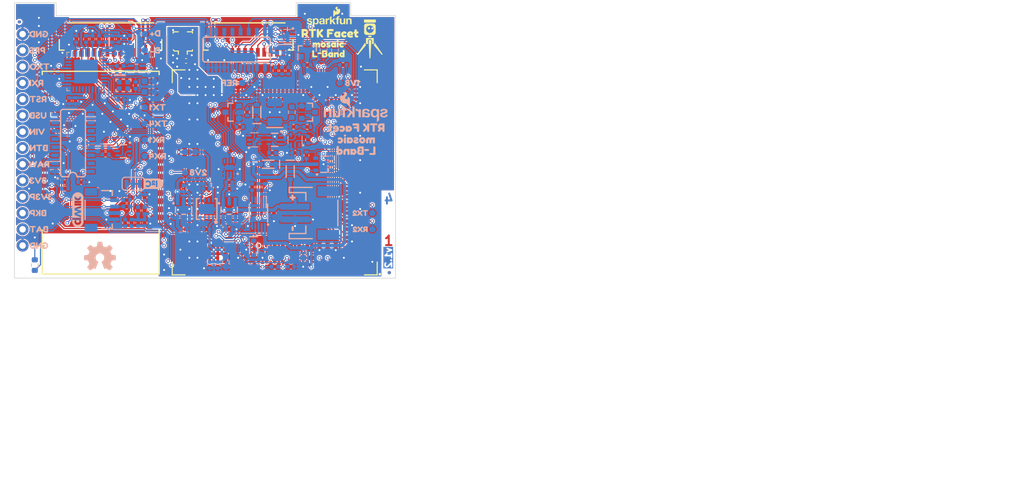
<source format=kicad_pcb>
(kicad_pcb (version 20240108) (generator "pcbnew") (generator_version "8.0")
  (layers (0 "F.Cu" signal) (1 "In1.Cu" signal) (2 "In2.Cu" signal) (31 "B.Cu" signal) (34 "B.Paste" user) (35 "F.Paste" user) (36 "B.SilkS" user "B.Silkscreen") (37 "F.SilkS" user "F.Silkscreen") (38 "B.Mask" user) (39 "F.Mask" user) (44 "Edge.Cuts" user))
  (net 0 "")
  (net 1 "GND")
  (net 2 "Net-(JP1-A)")
  (net 4 "ESP0{slash}BOOT")
  (net 5 "ESP33{slash}FastOff")
  (net 6 "ESP32{slash}PowerControl")
  (net 7 "ExternalDATA_RXI")
  (net 8 "ExternalDATA_TXO")
  (net 10 "MEventA")
  (net 11 "ESP36{slash}MRDY")
  (net 12 "ESP14{slash}MRX1")
  (net 13 "Net-(C19-Pad1)")
  (net 14 "MPPS")
  (net 17 "ESP39{slash}ADC39")
  (net 18 "ESP26{slash}DAC2")
  (net 19 "1.8V")
  (net 20 "3.3V")
  (net 21 "VBATT")
  (net 22 "VRAW")
  (net 23 "ESP~{RST}")
  (net 24 "VBUS_DET")
  (net 25 "Net-(U9-~{RESET})")
  (net 26 "Net-(U9-CRFILT)")
  (net 27 "Net-(U9-PLLFILT)")
  (net 28 "Net-(U9-XTALIN{slash}CLKIN)")
  (net 29 "Net-(U9-XTALOUT)")
  (net 30 "VIN")
  (net 31 "POWER_BTN")
  (net 32 "ESP27{slash}PeripheralPower")
  (net 33 "3.3V_P")
  (net 34 "M_BACKUP")
  (net 35 "SD_DATA")
  (net 36 "SD_CLK")
  (net 37 "SD_CMD")
  (net 38 "VUSB")
  (net 39 "ESP13{slash}MTX1")
  (net 40 "VANT")
  (net 41 "MPPS_3V3")
  (net 44 "MRX3")
  (net 45 "MTX3")
  (net 46 "ESP25{slash}MRX4")
  (net 47 "USB_DP")
  (net 48 "USB_DM")
  (net 49 "MRX2")
  (net 50 "MTX2")
  (net 51 "ESP22{slash}SCL")
  (net 52 "ESP21{slash}SDA")
  (net 53 "ESP4{slash}MTX4")
  (net 54 "Net-(JP1-B)")
  (net 55 "CH340-~{DTR}")
  (net 56 "CH340-~{RTS}")
  (net 59 "MOSAIC_RF_IN")
  (net 61 "Net-(U9-RBIAS)")
  (net 62 "Net-(U9-SUSP_IND)")
  (net 63 "Net-(U9-HS_IND{slash}CFG1)")
  (net 64 "Net-(U9-USBDM_UP)")
  (net 65 "Net-(U9-USBDP_UP)")
  (net 68 "ESP3{slash}CH340-TX")
  (net 69 "ESP1{slash}CH340-RX")
  (net 70 "MOSAIC_DP")
  (net 71 "MOSAIC_DM")
  (net 72 "ESP35{slash}DeviceSense")
  (net 73 "Net-(U2-~{RESET})")
  (net 74 "ESP15{slash}SD_~{DET}")
  (net 75 "ESP_DP")
  (net 76 "ESP_DM")
  (net 87 "Net-(U9-SDA)")
  (net 88 "Net-(U9-SCL{slash}CFG0)")
  (net 89 "Net-(R27-Pad2)")
  (net 90 "Net-(R26-Pad2)")
  (net 99 "Net-(Q2A-G)")
  (net 109 "ESP18{slash}MEventB")
  (net 132 "Net-(U2-SYNC)")
  (net 133 "Net-(U2-REF_IN)")
  (net 134 "Net-(U2-EVENTA)")
  (net 135 "Net-(U2-2V8_IN)")
  (net 136 "Net-(U10-THERM)")
  (net 137 "Net-(U10-PROG)")
  (net 138 "Net-(R29-Pad1)")
  (net 139 "Net-(Q2A-D)")
  (net 140 "Net-(Q1B-B2)")
  (net 141 "Net-(Q1A-B1)")
  (net 145 "ESP23{slash}MOnOff")
  (net 146 "Net-(D2-K2)")
  (net 147 "Net-(Q4-G)")
  (net 148 "Net-(Q4-D)")
  (net 149 "Net-(Q5-G)")
  (net 150 "EN")
  (net 151 "Net-(U14-CLK)")
  (net 152 "ESP12{slash}MUXB")
  (net 153 "Net-(U2-EVENTB)")
  (net 154 "ESP2{slash}MUXA")
  (net 155 "Net-(U14-~{CLR})")
  (net 156 "CHG_LED")
  (net 157 "ESP34{slash}CHG_STAT1")
  (net 158 "ESP19{slash}CHG_STAT2")
  (footprint "SparkFun-Capacitor:C_0402_1005Metric" (layer "F.Cu") (at 128.397 118.491 180)
    (property "Reference" "D1")
    (property "Value" "PESD0402")
  )
  (footprint "SparkFun-Connector:1x01" (layer "F.Cu") (at 102.87 137.16)
    (property "Reference" "TP1")
    (property "Value" "PTH")
  )
  (footprint "SparkFun-RF:ESP32-WROVER-E-IE" (layer "F.Cu") (at 115.062 136.398 -90)
    (property "Reference" "U1")
    (property "Value" "ESP32-WROVER-E-N16R8")
  )
  (footprint "SparkFun-Aesthetic:Fiducial_0.5mm_Mask1mm" (layer "F.Cu") (at 102.37 112.395)
    (property "Reference" "FID3")
    (property "Value" "Fiducial_0.5mm")
  )
  (footprint "SparkFun-Connector:1x01" (layer "F.Cu") (at 102.87 121.92)
    (property "Reference" "TP22")
    (property "Value" "PTH")
  )
  (footprint "SparkFun-Connector:1x01" (layer "F.Cu") (at 102.87 142.24)
    (property "Reference" "TP9")
    (property "Value" "PTH")
  )
  (footprint "SparkFun-Connector:1x01" (layer "F.Cu") (at 102.87 132.08)
    (property "Reference" "TP12")
    (property "Value" "PTH")
  )
  (footprint "kibuzzard-65776CFF" (layer "F.Cu") (at 150.876 114.173)
    (property "Reference" "kibuzzard-65776CFF" (hide yes))
    (property "Value" "G***" (hide yes))
  )
  (footprint "kibuzzard-65777037" (layer "F.Cu") (at 150.622 115.824)
    (property "Reference" "kibuzzard-65777037" (hide yes))
    (property "Value" "G***" (hide yes))
  )
  (footprint "SparkFun-GPS:MOSAIC_LGA" (layer "F.Cu") (at 142.24 135.89)
    (property "Reference" "U2")
    (property "Value" "mosaic-X5")
  )
  (footprint "SparkFun-Connector:1x01" (layer "F.Cu") (at 102.87 129.54)
    (property "Reference" "TP11")
    (property "Value" "PTH")
  )
  (footprint "SparkFun-Connector:1x01" (layer "F.Cu") (at 102.87 116.84)
    (property "Reference" "TP6")
    (property "Value" "PTH")
  )
  (footprint "SparkFun-Connector:U.FL" (layer "F.Cu") (at 127.889 115.443 -90)
    (property "Reference" "J1")
    (property "Value" "U.FL")
  )
  (footprint "SparkFun-Connector:1x01" (layer "F.Cu") (at 102.87 124.46 180)
    (property "Reference" "TP5")
    (property "Value" "PTH")
  )
  (footprint "SparkFun-Connector:1x01" (layer "F.Cu") (at 102.87 134.62)
    (property "Reference" "TP8")
    (property "Value" "PTH")
  )
  (footprint "kibuzzard-65777033" (layer "F.Cu") (at 150.622 117.348)
    (property "Reference" "kibuzzard-65777033" (hide yes))
    (property "Value" "G***" (hide yes))
  )
  (footprint "SparkFun-Aesthetic:SparkFun_Logo_7mm" (layer "F.Cu") (at 150.708774 112.268)
    (property "Reference" "G***" (hide yes))
    (property "Value" "LOGO" (hide yes))
  )
  (footprint "SparkFun-Aesthetic:Fiducial_0.5mm_Mask1mm" (layer "F.Cu") (at 160.13 151.55)
    (property "Reference" "FID4")
    (property "Value" "Fiducial_0.5mm")
  )
  (footprint "SparkFun-Connector:1x01" (layer "F.Cu") (at 102.87 147.32)
    (property "Reference" "TP23")
    (property "Value" "PTH")
  )
  (footprint "SparkFun-Connector:1x01" (layer "F.Cu") (at 102.87 127)
    (property "Reference" "TP13")
    (property "Value" "PTH")
  )
  (footprint "SparkFun-Connector:1x01" (layer "F.Cu") (at 102.87 139.7)
    (property "Reference" "TP7")
    (property "Value" "PTH")
  )
  (footprint "SparkFun-Connector:JST_SMD_1.0mm-12_RA" (layer "F.Cu") (at 138.1 117.15 180)
    (property "Reference" "J4")
    (property "Value" "Conn_01x12")
  )
  (footprint "SparkFun-Connector:1x01" (layer "F.Cu") (at 102.87 144.78)
    (property "Reference" "TP10")
    (property "Value" "PTH")
  )
  (footprint "SparkFun-Aesthetic:SparkFun_RTK_15mm" (layer "F.Cu") (at 157.078505 115.796116)
    (property "Reference" "Ref**" (hide yes))
    (property "Value" "Val**" (hide yes))
  )
  (footprint "SparkFun-Connector:1x01" (layer "F.Cu") (at 102.87 114.3)
    (property "Reference" "TP4")
    (property "Value" "PTH")
  )
  (footprint "SparkFun-Connector:1x01" (layer "F.Cu") (at 102.87 119.38)
    (property "Reference" "TP21")
    (property "Value" "PTH")
  )
  (footprint "SparkFun-Connector:JST_SMD_1.0mm-14_RA" (layer "F.Cu") (at 116.6 117.15 180)
    (property "Reference" "J5")
    (property "Value" "Conn_01x14")
  )
  (footprint "SparkFun-Aesthetic:Creative_Commons_License" (layer "F.Cu") (at 212.344 166.37)
    (property "Reference" "G1" (hide yes))
    (property "Value" "OSHW_Logo" (hide yes))
  )
  (footprint "kibuzzard-65A7F548" (layer "B.Cu") (at 105.791 139.7 180)
    (property "Reference" "kibuzzard-65A7F548" (hide yes))
    (property "Value" "G***" (hide yes))
  )
  (footprint "kibuzzard-65A7F5CF" (layer "B.Cu") (at 124.079 128.27 180)
    (property "Reference" "kibuzzard-65A7F5CF" (hide yes))
    (property "Value" "G***" (hide yes))
  )
  (footprint "SparkFun-Capacitor:C_0402_1005Metric" (layer "B.Cu") (at 132.08 150.368 -90)
    (property "Reference" "C27")
    (property "Value" "2.2uF")
  )
  (footprint "kibuzzard-65A7F7EA" (layer "B.Cu") (at 145.034 144.653 90)
    (property "Reference" "kibuzzard-65A7F7EA" (hide yes))
    (property "Value" "G***" (hide yes))
  )
  (footprint "SparkFun-Capacitor:C_0402_1005Metric" (layer "B.Cu") (at 120.904 143.764 -90)
    (property "Reference" "C1")
    (property "Value" "10uF")
  )
  (footprint "kibuzzard-65AEA1E6" (layer "B.Cu") (at 105.537 119.38 180)
    (property "Reference" "kibuzzard-65AEA1E6" (hide yes))
    (property "Value" "G***" (hide yes))
  )
  (footprint "SparkFun-Capacitor:C_0402_1005Metric" (layer "B.Cu") (at 121.92 139.827 90)
    (property "Reference" "C8")
    (property "Value" "1.0uF")
  )
  (footprint "SparkFun-Capacitor:C_0402_1005Metric" (layer "B.Cu") (at 128.016 144.78)
    (property "Reference" "C23")
    (property "Value" "1.0uF")
  )
  (footprint "SparkFun-Resistor:R_0402_1005Metric" (layer "B.Cu") (at 115.824 132.08 180)
    (property "Reference" "R2")
    (property "Value" "10k")
  )
  (footprint "kibuzzard-65A7F565" (layer "B.Cu") (at 105.283 142.24 180)
    (property "Reference" "kibuzzard-65A7F565" (hide yes))
    (property "Value" "G***" (hide yes))
  )
  (footprint "SparkFun-Jumper:Jumper_3_NC-2_Trace" (layer "B.Cu") (at 120.142 137.668)
    (property "Reference" "JP1")
    (property "Value" "~")
  )
  (footprint "kibuzzard-65776D0F" (layer "B.Cu") (at 154.94 132.461 180)
    (property "Reference" "kibuzzard-65776D0F" (hide yes))
    (property "Value" "G***" (hide yes))
  )
  (footprint "SparkFun-Connector:TestPoint-1.0mm" (layer "B.Cu") (at 121.92 133.35 180)
    (property "Reference" "TP17")
    (property "Value" "1.0mm")
  )
  (footprint "SparkFun-Capacitor:C_0402_1005Metric" (layer "B.Cu") (at 133.35 150.368 -90)
    (property "Reference" "C28")
    (property "Value" "0.1uF")
  )
  (footprint "kibuzzard-65A7F771" (layer "B.Cu") (at 154.432 121.92 180)
    (property "Reference" "kibuzzard-65A7F771" (hide yes))
    (property "Value" "G***" (hide yes))
  )
  (footprint "kibuzzard-65A7F5E3" (layer "B.Cu") (at 123.952 125.73 180)
    (property "Reference" "kibuzzard-65A7F5E3" (hide yes))
    (property "Value" "G***" (hide yes))
  )
  (footprint "SparkFun-Semiconductor-Standard:MSOP-10_3x3mm_P0.5mm" (layer "B.Cu") (at 139.7 142.24 90)
    (property "Reference" "U10")
    (property "Value" "MCP73833_MSOP")
  )
  (footprint "kibuzzard-65A7F7BA" (layer "B.Cu") (at 145.034 139.827 180)
    (property "Reference" "kibuzzard-65A7F7BA" (hide yes))
    (property "Value" "G***" (hide yes))
  )
  (footprint "SparkFun-Resistor:R_0402_1005Metric" (layer "B.Cu") (at 117.856 117.348)
    (property "Reference" "R23")
    (property "Value" "100k")
  )
  (footprint "SparkFun-Resistor:R_0402_1005Metric" (layer "B.Cu") (at 147.32 119.126 180)
    (property "Reference" "R12")
    (property "Value" "2.2k")
  )
  (footprint "SparkFun-Capacitor:C_0402_1005Metric" (layer "B.Cu") (at 143.129 117.221)
    (property "Reference" "C26")
    (property "Value" "0.1uF")
  )
  (footprint "SparkFun-Capacitor:C_0402_1005Metric" (layer "B.Cu") (at 121.92 143.764 -90)
    (property "Reference" "C2")
    (property "Value" "0.1uF")
  )
  (footprint "SparkFun-Resistor:R_0603_1608Metric" (layer "B.Cu") (at 104.775 150.368 -90)
    (property "Reference" "R30")
    (property "Value" "10k")
  )
  (footprint "SparkFun-Resistor:R_0402_1005Metric" (layer "B.Cu") (at 147.447 130.81 -90)
    (property "Reference" "R22")
    (property "Value" "1k")
  )
  (footprint "SparkFun-Resistor:R_0402_1005Metric" (layer "B.Cu") (at 147.32 114.3 180)
    (property "Reference" "R13")
    (property "Value" "2.2k")
  )
  (footprint "SparkFun-Resistor:R_0402_1005Metric" (layer "B.Cu") (at 111.252 115.062 90)
    (property "Reference" "R14")
    (property "Value" "100k")
  )
  (footprint "SparkFun-Capacitor:C_0603_1608Metric" (layer "B.Cu") (at 122.682 121.666)
    (property "Reference" "C15")
    (property "Value" "18pF")
  )
  (footprint "SparkFun-Aesthetic:OSHW_Logo_5mm" (layer "B.Cu") (at 114.935 149.225 180)
    (property "Reference" "Ref**" (hide yes))
    (property "Value" "Val**" (hide yes))
  )
  (footprint "SparkFun-Semiconductor-Standard:SOT23-3" (layer "B.Cu") (at 147.447 126.492)
    (property "Reference" "Q4")
    (property "Value" "BSS138")
  )
  (footprint "SparkFun-Connector:TestPoint-1.0mm" (layer "B.Cu") (at 121.92 114.3 180)
    (property "Reference" "TP20")
    (property "Value" "1.0mm")
  )
  (footprint "SparkFun-Connector:TestPoint-1.0mm" (layer "B.Cu") (at 152.4 121.92 180)
    (property "Reference" "TP14")
    (property "Value" "1.0mm")
  )
  (footprint "SparkFun-Connector:TestPoint-1.0mm" (layer "B.Cu") (at 121.92 125.73 180)
    (property "Reference" "TP15")
    (property "Value" "1.0mm")
  )
  (footprint "SparkFun-Connector:TestPoint-1.0mm" (layer "B.Cu") (at 137.16 121.92 180)
    (property "Reference" "TP2")
    (property "Value" "1.0mm")
  )
  (footprint "SparkFun-Semiconductor-Standard:SOD-323" (layer "B.Cu") (at 138.938 147.701 -90)
    (property "Reference" "D6")
    (property "Value" "BAS16J")
  )
  (footprint "SparkFun-Capacitor:C_0402_1005Metric" (layer "B.Cu") (at 135.128 144.78)
    (property "Reference" "C25")
    (property "Value" "1.0uF")
  )
  (footprint "SparkFun-Capacitor:C_0603_1608Metric" (layer "B.Cu") (at 146.685 148.463 -90)
    (property "Reference" "C17")
    (property "Value" "4.7uF")
  )
  (footprint "SparkFun-Resistor:R_0402_1005Metric" (layer "B.Cu") (at 118.11 119.253)
    (property "Reference" "R26")
    (property "Value" "22")
  )
  (footprint "SparkFun-Resistor:R_0402_1005Metric" (layer "B.Cu") (at 118.237 125.603 180)
    (property "Reference" "R17")
    (property "Value" "12k")
  )
  (footprint "SparkFun-Resistor:R_0402_1005Metric" (layer "B.Cu") (at 144.399 120.015 90)
    (property "Reference" "R28")
    (property "Value" "10k")
  )
  (footprint "SparkFun-Semiconductor-Standard:SOT23-3" (layer "B.Cu") (at 147.32 116.84 90)
    (property "Reference" "Q3")
    (property "Value" "BSS138")
  )
  (footprint "SparkFun-Capacitor:C_0402_1005Metric" (layer "B.Cu") (at 118.237 124.587)
    (property "Reference" "C13")
    (property "Value" "0.1uF")
  )
  (footprint "SparkFun-Semiconductor-Standard:SOT-323" (layer "B.Cu") (at 118.618 132.588 180)
    (property "Reference" "Q1")
    (property "Value" "MBT3904DW1")
  )
  (footprint "SparkFun-Capacitor:C_0402_1005Metric" (layer "B.Cu") (at 128.016 138.43 90)
    (property "Reference" "C22")
    (property "Value" "1.0uF")
  )
  (footprint "SparkFun-Resistor:R_0402_1005Metric" (layer "B.Cu") (at 119.888 143.764 -90)
    (property "Reference" "R7")
    (property "Value" "1k")
  )
  (footprint "SparkFun-Semiconductor-Standard:SOT-323" (layer "B.Cu") (at 142.24 130.81 180)
    (property "Reference" "U14")
    (property "Value" "SN74LVC1G175DCK")
  )
  (footprint "SparkFun-Resistor:R_0402_1005Metric" (layer "B.Cu") (at 112.776 115.062 90)
    (property "Reference" "R15")
    (property "Value" "100k")
  )
  (footprint "kibuzzard-65A7F5A7" (layer "B.Cu") (at 123.952 133.35 180)
    (property "Reference" "kibuzzard-65A7F5A7" (hide yes))
    (property "Value" "G***" (hide yes))
  )
  (footprint "kibuzzard-670CFFE9" (layer "B.Cu") (at 155.575 144.78 180)
    (property "Reference" "kibuzzard-670CFFE9" (hide yes))
    (property "Value" "G***" (hide yes))
  )
  (footprint "kibuzzard-670CFFCD" (layer "B.Cu") (at 155.575 142.24 180)
    (property "Reference" "kibuzzard-670CFFCD" (hide yes))
    (property "Value" "G***" (hide yes))
  )
  (footprint "SparkFun-Semiconductor-Standard:SOT23-5" (layer "B.Cu") (at 128.016 141.732 -90)
    (property "Reference" "U11")
    (property "Value" "AP2112K-3.3")
  )
  (footprint "SparkFun-Aesthetic:Fiducial_0.5mm_Mask1mm" (layer "B.Cu") (at 102.37 112.395 180)
    (property "Reference" "FID2")
    (property "Value" "Fiducial_0.5mm")
  )
  (footprint "SparkFun-Capacitor:C_0402_1005Metric" (layer "B.Cu") (at 131.572 138.43 180)
    (property "Reference" "C7")
    (property "Value" "1.0uF")
  )
  (footprint "SparkFun-Capacitor:C_0402_1005Metric" (layer "B.Cu") (at 115.824 115.062 90)
    (property "Reference" "C11")
    (property "Value" "0.1uF")
  )
  (footprint "SparkFun-Semiconductor-Standard:SOT23-3" (layer "B.Cu") (at 135.636 126.492 180)
    (property "Reference" "Q5")
    (property "Value" "BSS138")
  )
  (footprint "SparkFun-Connector:TestPoint-1.0mm" (layer "B.Cu") (at 157.48 144.78 180)
    (property "Reference" "TP24")
    (property "Value" "1.0mm")
  )
  (footprint "SparkFun-Aesthetic:Fiducial_0.5mm_Mask1mm" (layer "B.Cu") (at 160.13 151.55 180)
    (property "Reference" "FID1")
    (property "Value" "Fiducial_0.5mm")
  )
  (footprint "SparkFun-Connector:TestPoint-1.0mm" (layer "B.Cu") (at 128.27 135.89 180)
    (property "Reference" "TP3")
    (property "Value" "1.0mm")
  )
  (footprint "kibuzzard-65A7F891" (layer "B.Cu") (at 123.317 137.668 180)
    (property "Reference" "kibuzzard-65A7F891" (hide yes))
    (property "Value" "G***" (hide yes))
  )
  (footprint "SparkFun-Resistor:R_0402_1005Metric" (layer "B.Cu") (at 119.634 115.062 -90)
    (property "Reference" "R19")
    (property "Value" "100k")
  )
  (footprint "SparkFun-Resistor:R_0402_1005Metric" (layer "B.Cu") (at 118.11 120.269)
    (property "Reference" "R27")
    (property "Value" "22")
  )
  (footprint "SparkFun-Capacitor:C_0402_1005Metric" (layer "B.Cu") (at 109.474 137.414 180)
    (property "Reference" "C4")
    (property "Value" "2.2uF")
  )
  (footprint "SparkFun-Resistor:R_0603_1608Metric" (layer "B.Cu") (at 151.638 116.84 -90)
    (property "Reference" "R16")
    (property "Value" "169k")
  )
  (footprint "kibuzzard-65A7F63F" (layer "B.Cu") (at 135.128 121.92 180)
    (property "Reference" "kibuzzard-65A7F63F" (hide yes))
    (property "Value" "G***" (hide yes))
  )
  (footprint "SparkFun-Aesthetic:SparkFun_Logo_10mm" (layer "B.Cu") (at 154.94 126.619 180)
    (property "Reference" "G***" (hide yes))
    (property "Value" "LOGO" (hide yes))
  )
  (footprint "SparkFun-Resistor:R_0402_1005Metric" (layer "B.Cu") (at 140.716 138.176 -90)
    (property "Reference" "R29")
    (property "Value" "150k")
  )
  (footprint "SparkFun-Resistor:R_0402_1005Metric" (layer "B.Cu") (at 118.872 143.764 -90)
    (property "Reference" "R8")
    (property "Value" "4.7k")
  )
  (footprint "SparkFun-Resistor:R_0402_1005Metric" (layer "B.Cu") (at 120.904 141.859 90)
    (property "Reference" "R43")
    (property "Value" "100k")
  )
  (footprint "SparkFun-Semiconductor-Standard:SO-16" (layer "B.Cu") (at 136.271 116.713 90)
    (property "Reference" "U13")
    (property "Value" "74HC4052D")
  )
  (footprint "SparkFun-Resistor:R_0402_1005Metric" (layer "B.Cu") (at 145.163 128.778 180)
    (property "Reference" "R39")
    (property "Value" "10k")
  )
  (footprint "SparkFun-Resistor:R_0402_1005Metric" (layer "B.Cu") (at 141.859 132.842 180)
    (property "Reference" "R9")
    (property "Value" "1k")
  )
  (footprint "SparkFun-Resistor:R_0402_1005Metric" (layer "B.Cu") (at 115.824 133.096 180)
    (property "Reference" "R3")
    (property "Value" "10k")
  )
  (footprint "SparkFun-Capacitor:C_0402_1005Metric" (layer "B.Cu") (at 107.823 120.142 180)
    (property "Reference" "C12")
    (property "Value" "0.1uF")
  )
  (footprint "kibuzzard-65A7F511" (layer "B.Cu") (at 105.283 137.16 180)
    (property "Reference" "kibuzzard-65A7F511" (hide yes))
    (property "Value" "G***" (hide yes))
  )
  (footprint "SparkFun-Resistor:R_0402_1005Metric" (layer "B.Cu") (at 140.716 147.447 -90)
    (property "Reference" "R42")
    (property "Value" "100k")
  )
  (footprint "kibuzzard-65A7F5BC" (layer "B.Cu") (at 123.825 130.81 180)
    (property "Reference" "kibuzzard-65A7F5BC" (hide yes))
    (property "Value" "G***" (hide yes))
  )
  (footprint "SparkFun-Capacitor:C_0603_1608Metric" (layer "B.Cu") (at 134.62 149.847 -90)
    (property "Reference" "C29")
    (property "Value" "22uF")
  )
  (footprint "SparkFun-Capacitor:C_0603_1608Metric" (layer "B.Cu") (at 129.032 132.715 180)
    (property "Reference" "L1")
    (property "Value" "470Ohm")
  )
  (footprint "SparkFun-Resistor:R_0402_1005Metric" (layer "B.Cu") (at 113.792 115.062 90)
    (property "Reference" "R24")
    (property "Value" "100k")
  )
  (footprint "SparkFun-Resistor:R_0402_1005Metric" (layer "B.Cu") (at 152.908 119.126 180)
    (property "Reference" "R5")
    (property "Value" "10k")
  )
  (footprint "SparkFun-Resistor:R_0402_1005Metric" (layer "B.Cu") (at 137.922 126.492 90)
    (property "Reference" "R33")
    (property "Value" "200k")
  )
  (footprint "kibuzzard-65AEA201" (layer "B.Cu") (at 105.029 121.92 180)
    (property "Reference" "kibuzzard-65AEA201" (hide yes))
    (property "Value" "G***" (hide yes))
  )
  (footprint "SparkFun-Resistor:R_0402_1005Metric" (layer "B.Cu") (at 143.383 120.015 90)
    (property "Reference" "R37")
    (property "Value" "10k")
  )
  (footprint "SparkFun-Semiconductor-Standard:SOD-323" (layer "B.Cu") (at 144.653 135.763 -90)
    (property "Reference" "D4")
    (property "Value" "BAT60A")
  )
  (footprint "SparkFun-Capacitor:C_0402_1005Metric" (layer "B.Cu") (at 144.78 150.622)
    (property "Reference" "C3")
    (property "Value" "0.1uF")
  )
  (footprint "SparkFun-Capacitor:C_0402_1005Metric" (layer "B.Cu") (at 111.125 124.714 -90)
    (property "Reference" "C30")
    (property "Value" "0.1uF")
  )
  (footprint "SparkFun-Semiconductor-Standard:SO-16" (layer "B.Cu") (at 110.744 131.318)
    (property "Reference" "U3")
    (property "Value" "CH340C")
  )
  (footprint "SparkFun-Connector:TestPoint-1.0mm" (layer "B.Cu") (at 121.92 128.27 180)
    (property "Reference" "TP18")
    (property "Value" "1.0mm")
  )
  (footprint "SparkFun-Resistor:R_0402_1005Metric" (layer "B.Cu") (at 119.126 141.224 180)
    (property "Reference" "R4")
    (property "Value" "2.2k")
  )
  (footprint "kibuzzard-65A7F47C" (layer "B.Cu") (at 105.156 116.84 180)
    (property "Reference" "kibuzzard-65A7F47C" (hide yes))
    (property "Value" "G***" (hide yes))
  )
  (footprint "SparkFun-Connector:TestPoint-1.0mm" (layer "B.Cu") (at 157.48 142.24 180)
    (property "Reference" "TP25")
    (property "Value" "1.0mm")
  )
  (footprint "SparkFun-Semiconductor-Standard:SOT-353" (layer "B.Cu") (at 145.415 130.81 90)
    (property "Reference" "U6")
    (property "Value" "SN74LVC1G14DCK")
  )
  (footprint "kibuzzard-65A7F697" (layer "B.Cu") (at 123.571 114.173 180)
    (property "Reference" "kibuzzard-65A7F697" (hide yes))
    (property "Value" "G***" (hide yes))
  )
  (footprint "SparkFun-Resistor:R_0402_1005Metric" (layer "B.Cu") (at 138.684 138.176 90)
    (property "Reference" "R32")
    (property "Value" "1k")
  )
  (footprint "SparkFun-Connector:JST_SMD_1.0mm-4_RA" (layer "B.Cu") (at 117.221 141.732 90)
    (property "Reference" "J3")
    (property "Value" "Qwiic_RA")
  )
  (footprint "SparkFun-Resistor:R_0603_1608Metric" (layer "B.Cu") (at 144.907 126.492 90)
    (property "Reference" "R34")
    (property "Value" "100")
  )
  (footprint "kibuzzard-65AEA759" (layer "B.Cu") (at 105.283 127 180)
    (property "Reference" "kibuzzard-65AEA759" (hide yes))
    (property "Value" "G***" (hide yes))
  )
  (footprint "SparkFun-Clock:Crystal_SMD_2.0x1.6mm" (layer "B.Cu") (at 118.618 122.301)
    (property "Reference" "Y1")
    (property "Value" "24MHz")
  )
  (footprint "SparkFun-Resistor:R_0402_1005Metric" (layer "B.Cu") (at 120.523 122.301 -90)
    (property "Reference" "R25")
    (property "Value" "1M")
  )
  (footprint "SparkFun-Capacitor:C_0402_1005Metric" (layer "B.Cu") (at 142.113 142.24 -90)
    (property "Reference" "C16")
    (property "Value" "4.7uF")
  )
  (footprint "SparkFun-Resistor:R_0603_1608Metric" (layer "B.Cu") (at 149.86 116.84 -90)
    (property "Reference" "R41")
    (property "Value" "169k")
  )
  (footprint "SparkFun-Semiconductor-Standard:SOD-323" (layer "B.Cu") (at 139.446 126.492 90)
    (property "Reference" "D5")
    (property "Value" "BAS16J")
  )
  (footprint "SparkFun-Coil:RFCMF1220100M4T" (layer "B.Cu") (at 120.65 119.634 180)
    (property "Reference" "TR1")
    (property "Value" "RFCMF1220100M4T")
  )
  (footprint "kibuzzard-65A7F440" (layer "B.Cu") (at 105.41 147.32 180)
    (property "Reference" "kibuzzard-65A7F440" (hide yes))
    (property "Value" "G***" (hide yes))
  )
  (footprint "kibuzzard-65A7F440" (layer "B.Cu") (at 105.41 114.3 180)
    (property "Reference" "kibuzzard-65A7F440" (hide yes))
    (property "Value" "G***" (hide yes))
  )
  (footprint "kibuzzard-65A7F4D6" (layer "B.Cu") (at 105.41 132.08 180)
    (property "Reference" "kibuzzard-65A7F4D6" (hide yes))
    (property "Value" "G***" (hide yes))
  )
  (footprint "kibuzzard-65776CFF" (layer "B.Cu") (at 154.94 128.905 180)
    (property "Reference" "kibuzzard-65776CFF" (hide yes))
    (property "Value" "G***" (hide yes))
  )
  (footprint "kibuzzard-65A7F60E" (layer "B.Cu") (at 130.302 135.89 180)
    (property "Reference" "kibuzzard-65A7F60E" (hide yes))
    (property "Value" "G***" (hide yes))
  )
  (footprint "SparkFun-Resistor:R_0402_1005Metric" (layer "B.Cu") (at 109.474 138.43 180)
    (property "Reference" "R10")
    (property "Value" "100k")
  )
  (footprint "kibuzzard-65A7F4E8" (layer "B.Cu") (at 105.41 134.62 180)
    (property "Reference" "kibuzzard-65A7F4E8" (hide yes))
    (property "Value" "G***" (hide yes))
  )
  (footprint "SparkFun-Capacitor:EIA-3528" (layer "B.Cu") (at 142.24 126.492 90)
    (property "Reference" "C19")
    (property "Value" "47uF")
  )
  (footprint "SparkFun-Semiconductor-Standard:SOT23-6-Tight" (layer "B.Cu") (at 149.86 134.62)
    (property "Reference" "Q2")
    (property "Value" "SIL2308")
  )
  (footprint "SparkFun-Capacitor:C_0402_1005Metric" (layer "B.Cu") (at 117.856 115.062 90)
    (property "Reference" "C10")
    (property "Value" "0.1uF")
  )
  (footprint "SparkFun-Resistor:R_0402_1005Metric" (layer "B.Cu") (at 119.126 140.208 180)
    (property "Reference" "R6")
    (property "Value" "2.2k")
  )
  (footprint "SparkFun-Semiconductor-Standard:SOT-353" (layer "B.Cu") (at 139.065 130.81)
    (property "Reference" "U8")
    (property "Value" "SN74LVC1G17DCK")
  )
  (footprint "kibuzzard-65776D09" (layer "B.Cu") (at 154.94 130.683 180)
    (property "Reference" "kibuzzard-65776D09" (hide yes))
    (property "Value" "G***" (hide yes))
  )
  (footprint "SparkFun-Aesthetic:qwiic_5.5mm" (layer "B.Cu") (at 111.506 141.732 90)
    (property "Reference" "G***" (hide yes))
    (property "Value" "LOGO" (hide yes))
  )
  (footprint "SparkFun-Resistor:R_0402_1005Metric" (layer "B.Cu") (at 147.193 133.223 -90)
    (property "Reference" "R18")
    (property "Value" "100k")
  )
  (footprint "SparkFun-Semiconductor-Standard:UDFN-8" (layer "B.Cu") (at 131.613 141.605 90)
    (property "Reference" "U7")
    (property "Value" "AP7361C-3.3V")
  )
  (footprint "SparkFun-Semiconductor-Standard:SOT23-5" (layer "B.Cu") (at 135.128 141.732 -90)
    (property "Reference" "U12")
    (property "Value" "STLQ015-3.3")
  )
  (footprint "kibuzzard-65A7F574" (layer "B.Cu") (at 105.41 144.78 180)
    (property "Reference" "kibuzzard-65A7F574" (hide yes))
    (property "Value" "G***" (hide yes))
  )
  (footprint "kibuzzard-65A7F4BF" (layer "B.Cu") (at 105.156 129.54 180)
    (property "Reference" "kibuzzard-65A7F4BF" (hide yes))
    (property "Value" "G***" (hide yes))
  )
  (footprint "SparkFun-Semiconductor-Standard:SOD-323" (layer "B.Cu") (at 141.224 134.62 180)
    (property "Reference" "D3")
    (property "Value" "BAT60A")
  )
  (footprint "SparkFun-Resistor:R_0402_1005Metric" (layer "B.Cu") (at 142.24 150.622)
    (property "Reference" "R11")
    (property "Value" "10k")
  )
  (footprint "SparkFun-Semiconductor-Standard:QFN-36" (layer "B.Cu") (at 112.776 120.142 90)
    (property "Reference" "U9")
    (property "Value" "USB251xB")
  )
  (footprint "SparkFun-Connector:TestPoint-1.0mm" (layer "B.Cu") (at 121.92 130.81 180)
    (property "Reference" "TP16")
    (property "Value" "1.0mm")
  )
  (footprint "SparkFun-Semiconductor-Standard:DFN-8" (layer "B.Cu") (at 135.128 135.128 90)
    (property "Reference" "U4")
    (property "Value" "MAX17048")
  )
  (footprint "SparkFun-Resistor:R_0402_1005Metric" (layer "B.Cu") (at 114.808 115.062 -90)
    (property "Reference" "R21")
    (property "Value" "100k")
  )
  (footprint "SparkFun-Resistor:R_0402_1005Metric" (layer "B.Cu") (at 121.92 141.859 90)
    (property "Reference" "R1")
    (property "Value" "10k")
  )
  (footprint "SparkFun-Resistor:R_0402_1005Metric" (layer "B.Cu") (at 139.7 138.176 90)
    (property "Reference" "R31")
    (property "Value" "0")
  )
  (footprint "kibuzzard-65A7F686" (layer "B.Cu") (at 123.571 116.84 180)
    (property "Reference" "kibuzzard-65A7F686" (hide yes))
    (property "Value" "G***" (hide yes))
  )
  (footprint "SparkFun-Resistor:R_0402_1005Metric" (layer "B.Cu") (at 136.779 128.778 180)
    (property "Reference" "R36")
    (property "Value" "1k")
  )
  (footprint "SparkFun-Semiconductor-Standard:SOT-353" (layer "B.Cu") (at 144.234 114.666 180)
    (property "Reference" "D2")
    (property "Value" "DF5A5.6LFU")
  )
  (footprint "SparkFun-Connector:JST_SMD_2.0mm-2" (layer "B.Cu") (at 149.1 142.24 90)
    (property "Reference" "J2")
    (property "Value" "JST_2mm_LiPo")
  )
  (footprint "SparkFun-Capacitor:C_0402_1005Metric" (layer "B.Cu") (at 131.572 144.78 180)
    (property "Reference" "C21")
    (property "Value" "1.0uF")
  )
  (footprint "SparkFun-Resistor:R_0402_1005Metric" (layer "B.Cu") (at 147.32 128.778 180)
    (property "Reference" "R35")
    (property "Value" "1k")
  )
  (footprint "SparkFun-Connector:TestPoint-1.0mm" (layer "B.Cu") (at 121.92 116.84 180)
    (property "Reference" "TP19")
    (property "Value" "1.0mm")
  )
  (footprint "SparkFun-Capacitor:C_0402_1005Metric" (layer "B.Cu") (at 135.128 138.43)
    (property "Reference" "C24")
    (property "Value" "1.0uF")
  )
  (footprint "SparkFun-Capacitor:C_0402_1005Metric" (layer "B.Cu") (at 135.128 137.414)
    (property "Reference" "C6")
    (property "Value" "0.1uF")
  )
  (footprint "SparkFun-Capacitor:C_0603_1608Metric" (layer "B.Cu") (at 122.682 123.317)
    (property "Reference" "C14")
    (property "Value" "18pF")
  )
  (footprint "SparkFun-Capacitor:C_0402_1005Metric" (layer "B.Cu") (at 110.109 124.714 -90)
    (property "Reference" "C9")
    (property "Value" "2.2uF")
  )
  (footprint "SparkFun-Capacitor:C_0402_1005Metric" (layer "B.Cu") (at 145.415 132.842 180)
    (property "Reference" "C18")
    (property "Value" "1.0uF")
  )
  (footprint "SparkFun-Resistor:R_0402_1005Metric" (layer "B.Cu") (at 116.84 115.062 90)
    (property "Reference" "R20")
    (property "Value" "100k")
  )
  (footprint "kibuzzard-65A7F499" (layer "B.Cu") (at 105.283 124.46 180)
    (property "Reference" "kibuzzard-65A7F499" (hide yes))
    (property "Value" "G***" (hide yes))
  )
  (footprint "SparkFun-Resistor:R_0402_1005Metric" (layer "B.Cu") (at 142.367 120.015 90)
    (property "Reference" "R38")
    (property "Value" "10k")
  )
  (footprint "SparkFun-Capacitor:C_0402_1005Metric" (layer "B.Cu") (at 112.014 137.414)
    (property "Reference" "C5")
    (property "Value" "0.1uF")
  )
  (gr_poly (pts (xy 101.6 152.4) (xy 161.1 152.4) (xy 161.1 111.4) (xy 154.1 111.4) (xy 154.1 109.4) (xy 145.6 109.4) (xy 145.6 111.4) (xy 108.1 111.4) (xy 108.1 109.4) (xy 101.6 109.4)) (stroke (width 0.1)) (fill none) (layer "Edge.Cuts"))
  (gr_text "1" (at 159.131 147.447 0) (layer "F.Cu") (effects (font (size 1.5 1.5) (thickness 0.3) (bold yes)) (justify left bottom)))
  (gr_text "4" (at 159.131 140.97 0) (layer "B.Cu") (effects (font (size 1.5 1.5) (thickness 0.3) (bold yes)) (justify right bottom mirror)))
  (gr_text "v1.2" (at 160.02 149.225 90) (layer "B.Cu" knockout) (effects (font (size 1.016 1.016) (thickness 0.254) (bold yes)) (justify mirror)))
  (segment (start 116.562 137.798) (end 116.562 138.787) (width 0.1778) (layer "F.Cu") (net 1))
  (segment (start 113.668 137.798) (end 113.284 137.414) (width 0.1778) (layer "F.Cu") (net 1))
  (segment (start 116.562 138.787) (end 116.586 138.811) (width 0.1778) (layer "F.Cu") (net 1))
  (segment (start 124.062 144.198) (end 123.116 144.198) (width 0.5588) (layer "F.Cu") (net 1))
  (segment (start 123.116 144.198) (end 122.809 143.891) (width 0.5588) (layer "F.Cu") (net 1))
  (segment (start 115.162 137.798) (end 113.668 137.798) (width 0.1778) (layer "F.Cu") (net 1))
  (segment (start 122.502 126.418) (end 121.92 127) (width 0.1778) (layer "F.Cu") (net 1))
  (segment (start 107.2487 144.198) (end 107.569 143.8777) (width 0.1778) (layer "F.Cu") (net 1))
  (segment (start 124.062 126.418) (end 122.502 126.418) (width 0.1778) (layer "F.Cu") (net 1))
  (segment (start 117.962 138.79) (end 117.983 138.811) (width 0.1778) (layer "F.Cu") (net 1))
  (segment (start 117.962 137.798) (end 117.962 138.79) (width 0.1778) (layer "F.Cu") (net 1))
  (segment (start 106.062 144.198) (end 107.2487 144.198) (width 0.1778) (layer "F.Cu") (net 1))
  (via (at 112.014 124.8696) (size 0.56) (drill 0.3) (layers "F.Cu" "B.Cu") (net 1))
  (via (at 116.967 126.365) (size 0.56) (drill 0.3) (layers "F.Cu" "B.Cu") (net 1))
  (via (at 136.779 135.382) (size 0.56) (drill 0.3) (layers "F.Cu" "B.Cu") (net 1))
  (via (at 133.223 144.272) (size 0.56) (drill 0.3) (layers "F.Cu" "B.Cu") (net 1))
  (via (at 157.48 113.411) (size 0.56) (drill 0.3) (layers "F.Cu" "B.Cu") (net 1))
  (via (at 127.127 141.732) (size 0.56) (drill 0.3) (layers "F.Cu" "B.Cu") (net 1))
  (via (at 130.175 135.255) (size 0.56) (drill 0.3) (layers "F.Cu" "B.Cu") (net 1))
  (via (at 142.113 143.51) (size 0.56) (drill 0.3) (layers "F.Cu" "B.Cu") (net 1))
  (via (at 119.507 126.7593) (size 0.56) (drill 0.3) (layers "F.Cu" "B.Cu") (net 1))
  (via (at 127.635 121.158) (size 0.56) (drill 0.3) (layers "F.Cu" "B.Cu") (net 1))
  (via (at 154.305 123.825) (size 0.56) (drill 0.3) (layers "F.Cu" "B.Cu") (net 1))
  (via (at 118.745 114.554) (size 0.56) (drill 0.3) (layers "F.Cu" "B.Cu") (net 1))
  (via (at 130.175 146.685) (size 0.56) (drill 0.3) (layers "F.Cu" "B.Cu") (net 1))
  (via (at 124.46 115.57) (size 0.56) (drill 0.3) (layers "F.Cu" "B.Cu") (net 1))
  (via (at 154.305 146.685) (size 0.56) (drill 0.3) (layers "F.Cu" "B.Cu") (net 1))
  (via (at 128.905 131.445) (size 0.56) (drill 0.3) (layers "F.Cu" "B.Cu") (net 1))
  (via (at 143.002 126.492) (size 0.56) (drill 0.3) (layers "F.Cu" "B.Cu") (net 1))
  (via (at 132.715 123.825) (size 0.56) (drill 0.3) (layers "F.Cu" "B.Cu") (net 1))
  (via (at 130.175 139.065) (size 0.56) (drill 0.3) (layers "F.Cu" "B.Cu") (net 1))
  (via (at 129.286 117.602) (size 0.56) (drill 0.3) (layers "F.Cu" "B.Cu") (net 1))
  (via (at 130.175 149.225) (size 0.56) (drill 0.3) (layers "F.Cu" "B.Cu") (net 1))
  (via (at 154.305 144.145) (size 0.56) (drill 0.3) (layers "F.Cu" "B.Cu") (net 1))
  (via (at 155.575 125.095) (size 0.56) (drill 0.3) (layers "F.Cu" "B.Cu") (net 1))
  (via (at 130.175 125.095) (size 0.56) (drill 0.3) (layers "F.Cu" "B.Cu") (net 1))
  (via (at 130.175 122.555) (size 0.56) (drill 0.3) (layers "F.Cu" "B.Cu") (net 1))
  (via (at 133.477 135.382) (size 0.56) (drill 0.3) (layers "F.Cu" "B.Cu") (net 1))
  (via (at 127 118.11) (size 0.56) (drill 0.3) (layers "F.Cu" "B.Cu") (net 1))
  (via (at 105.41 115.57) (size 0.56) (drill 0.3) (layers "F.Cu" "B.Cu") (net 1))
  (via (at 113.792 125.349) (size 0.56) (drill 0.3) (layers "F.Cu" "B.Cu") (net 1))
  (via (at 121.92 127) (size 0.56) (drill 0.3) (layers "F.Cu" "B.Cu") (net 1))
  (via (at 133.985 123.825) (size 0.56) (drill 0.3) (layers "F.Cu" "B.Cu") (net 1))
  (via (at 126.365 117.602) (size 0.56) (drill 0.3) (layers "F.Cu" "B.Cu") (net 1))
  (via (at 140.335 149.225) (size 0.56) (drill 0.3) (layers "F.Cu" "B.Cu") (net 1))
  (via (at 136.398 138.43) (size 0.56) (drill 0.3) (layers "F.Cu" "B.Cu") (net 1))
  (via (at 153.035 149.225) (size 0.56) (drill 0.3) (layers "F.Cu" "B.Cu") (net 1))
  (via (at 128.905 146.685) (size 0.56) (drill 0.3) (layers "F.Cu" "B.Cu") (net 1))
  (via (at 110.236 131.064) (size 0.56) (drill 0.3) (layers "F.Cu" "B.Cu") (net 1))
  (via (at 130.175 141.605) (size 0.56) (drill 0.3) (layers "F.Cu" "B.Cu") (net 1))
  (via (at 139.065 122.555) (size 0.56) (drill 0.3) (layers "F.Cu" "B.Cu") (net 1))
  (via (at 155.575 133.985) (size 0.56) (drill 0.3) (layers "F.Cu" "B.Cu") (net 1))
  (via (at 135.128 139.319) (size 0.56) (drill 0.3) (layers "F.Cu" "B.Cu") (net 1))
  (via (at 141.478 138.684) (size 0.56) (drill 0.3) (layers "F.Cu" "B.Cu") (net 1))
  (via (at 117.729 129.159) (size 0.56) (drill 0.3) (layers "F.Cu" "B.Cu") (net 1))
  (via (at 130.175 131.445) (size 0.56) (drill 0.3) (layers "F.Cu" "B.Cu") (net 1))
  (via (at 128.905 119.888) (size 0.56) (drill 0.3) (layers "F.Cu" "B.Cu") (net 1))
  (via (at 125.73 141.478) (size 0.56) (drill 0.3) (layers "F.Cu" "B.Cu") (net 1))
  (via (at 147.955 122.555) (size 0.56) (drill 0.3) (layers "F.Cu" "B.Cu") (net 1))
  (via (at 148.209 143.256) (size 0.56) (drill 0.3) (layers "F.Cu" "B.Cu") (net 1))
  (via (at 145.415 144.272) (size 0.56) (drill 0.3) (layers "F.Cu" "B.Cu") (net 1))
  (via (at 155.575 141.605) (size 0.56) (drill 0.3) (layers "F.Cu" "B.Cu") (net 1))
  (via (at 112.268 126.746) (size 0.56) (drill 0.3) (layers "F.Cu" "B.Cu") (net 1))
  (via (at 155.575 130.175) (size 0.56) (drill 0.3) (layers "F.Cu" "B.Cu") (net 1))
  (via (at 126.365 118.745) (size 0.56) (drill 0.3) (layers "F.Cu" "B.Cu") (net 1))
  (via (at 128.905 127.635) (size 0.56) (drill 0.3) (layers "F.Cu" "B.Cu") (net 1))
  (via (at 125.984 143.9418) (size 0.56) (drill 0.3) (layers "F.Cu" "B.Cu") (net 1))
  (via (at 146.939 111.125) (size 0.56) (drill 0.3) (layers "F.Cu" "B.Cu") (net 1))
  (via (at 121.539 118.364) (size 0.56) (drill 0.3) (layers "F.Cu" "B.Cu") (net 1))
  (via (at 130.175 144.145) (size 0.56) (drill 0.3) (layers "F.Cu" "B.Cu") (net 1))
  (via (at 109.2708 134.4422) (size 0.56) (drill 0.3) (layers "F.Cu" "B.Cu") (net 1))
  (via (at 128.905 125.095) (size 0.56) (drill 0.3) (layers "F.Cu" "B.Cu") (net 1))
  (via (at 155.575 139.065) (size 0.56) (drill 0.3) (layers "F.Cu" "B.Cu") (net 1))
  (via (at 129.794 118.999) (size 0.56) (drill 0.3) (layers "F.Cu" "B.Cu") (net 1))
  (via (at 141.478 126.492) (size 0.56) (drill 0.3) (layers "F.Cu" "B.Cu") (net 1))
  (via (at 130.175 123.825) (size 0.56) (drill 0.3) (layers "F.Cu" "B.Cu") (net 1))
  (via (at 137.795 123.825) (size 0.56) (drill 0.3) (layers "F.Cu" "B.Cu") (net 1))
  (via (at 115.697 125.095) (size 0.56) (drill 0.3) (layers "F.Cu" "B.Cu") (net 1))
  (via (at 134.366 118.364) (size 0.56) (drill 0.3) (layers "F.Cu" "B.Cu") (net 1))
  (via (at 124.968 148.717) (size 0.56) (drill 0.3) (layers "F.Cu" "B.Cu") (net 1))
  (via (at 155.702 119.38) (size 0.56) (drill 0.3) (layers "F.Cu" "B.Cu") (net 1))
  (via (at 137.287 130.175) (size 0.56) (drill 0.3) (layers "F.Cu" "B.Cu") (net 1))
  (via (at 113.792 113.792) (size 0.56) (drill 0.3) (layers "F.Cu" "B.Cu") (net 1))
  (via (at 109.093 117.221) (size 0.56) (drill 0.3) (layers "F.Cu" "B.Cu") (net 1))
  (via (at 116.586 138.811) (size 0.56) (drill 0.3) (layers "F.Cu" "B.Cu") (net 1))
  (via (at 137.795 147.955) (size 0.56) (drill 0.3) (layers "F.Cu" "B.Cu") (net 1))
  (via (at 137.795 132.715) (size 0.56) (drill 0.3) (layers "F.Cu" "B.Cu") (net 1))
  (via (at 132.715 121.285) (size 0.56) (drill 0.3) (layers "F.Cu" "B.Cu") (net 1))
  (via (at 119.634 130.302) (size 0.56) (drill 0.3) (layers "F.Cu" "B.Cu") (net 1))
  (via (at 118.237 127.635) (size 0.56) (drill 0.3) (layers "F.Cu" "B.Cu") (net 1))
  (via (at 144.526 117.602) (size 0.56) (drill 0.3) (layers "F.Cu" "B.Cu") (net 1))
  (via (at 124.968 151.13) (size 0.56) (drill 0.3) (layers "F.Cu" "B.Cu") (net 1))
  (via (at 128.905 122.555) (size 0.56) (drill 0.3) (layers "F.Cu" "B.Cu") (net 1))
  (via (at 140.335 123.825) (size 0.56) (drill 0.3) (layers "F.Cu" "B.Cu") (net 1))
  (via (at 136.525 149.225) (size 0.56) (drill 0.3) (layers "F.Cu" "B.Cu") (net 1))
  (via (at 125.73 133.35) (size 0.56) (drill 0.3) (layers "F.Cu" "B.Cu") (net 1))
  (via (at 118.745 115.8373) (size 0.56) (drill 0.3) (layers "F.Cu" "B.Cu") (net 1))
  (via (at 145.932402 114.427) (size 0.56) (drill 0.3) (layers "F.Cu" "B.Cu") (net 1))
  (via (at 131.445 123.825) (size 0.56) (drill 0.3) (layers "F.Cu" "B.Cu") (net 1))
  (via (at 133.35 138.1899) (size 0.56) (drill 0.3) (layers "F.Cu" "B.Cu") (net 1))
  (via (at 130.175 121.285) (size 0.56) (drill 0.3) (layers "F.Cu" "B.Cu") (net 1))
  (via (at 113.284 137.414) (size 0.56) (drill 0.3) (layers "F.Cu" "B.Cu") (net 1))
  (via (at 132.715 122.555) (size 0.56) (drill 0.3) (layers "F.Cu" "B.Cu") (net 1))
  (via (at 155.575 122.555) (size 0.56) (drill 0.3) (layers "F.Cu" "B.Cu") (net 1))
  (via (at 122.682 124.4467) (size 0.56) (drill 0.3) (layers "F.Cu" "B.Cu") (net 1))
  (via (at 124.46 118.11) (size 0.56) (drill 0.3) (layers "F.Cu" "B.Cu") (net 1))
  (via (at 131.826 118.364) (size 0.56) (drill 0.3) (layers "F.Cu" "B.Cu") (net 1))
  (via (at 109.22 125.222) (size 0.56) (drill 0.3) (layers "F.Cu" "B.Cu") (net 1))
  (via (at 127 119.38) (size 0.56) (drill 0.3) (layers "F.Cu" "B.Cu") (net 1))
  (via (at 128.905 141.605) (size 0.56) (drill 0.3) (layers "F.Cu" "B.Cu") (net 1))
  (via (at 107.95 136.652) (size 0.56) (drill 0.3) (layers "F.Cu" "B.Cu") (net 1))
  (via (at 128.905 149.225) (size 0.56) (drill 0.3) (layers "F.Cu" "B.Cu") (net 1))
  (via (at 144.526 116.713) (size 0.56) (drill 0.3) (layers "F.Cu" "B.Cu") (net 1))
  (via (at 127.508 147.955) (size 0.56) (drill 0.3) (layers "F.Cu" "B.Cu") (net 1))
  (via (at 124.46 116.84) (size 0.56) (drill 0.3) (layers "F.Cu" "B.Cu") (net 1))
  (via (at 128.905 121.285) (size 0.56) (drill 0.3) (layers "F.Cu" "B.Cu") (net 1))
  (via (at 104.775 146.05) (size 0.56) (drill 0.3) (layers "F.Cu" "B.Cu") (net 1))
  (via (at 131.445 122.555) (size 0.56) (drill 0.3) (layers "F.Cu" "B.Cu") (net 1))
  (via (at 133.35 139.065) (size 0.56) (drill 0.3) (layers "F.Cu" "B.Cu") (net 1))
  (via (at 157.48 149.86) (size 0.56) (drill 0.3) (layers "F.Cu" "B.Cu") (net 1))
  (via (at 128.905 137.795) (size 0.56) (drill 0.3) (layers "F.Cu" "B.Cu") (net 1))
  (via (at 105.41 113.03) (size 0.56) (drill 0.3) (layers "F.Cu" "B.Cu") (net 1))
  (via (at 142.24 130.302) (size 0.56) (drill 0.3) (layers "F.Cu" "B.Cu") (net 1))
  (via (at 115.951 143.256) (size 0.56) (drill 0.3) (layers "F.Cu" "B.Cu") (net 1))
  (via (at 149.86 134.62) (size 0.56) (drill 0.3) (layers "F.Cu" "B.Cu") (net 1))
  (via (at 110.109 115.951) (size 0.56) (drill 0.3) (layers "F.Cu" "B.Cu") (net 1))
  (via (at 123.825 119.634) (size 0.56) (drill 0.3) (layers "F.Cu" "B.Cu") (net 1))
  (via (at 131.191 150.8627) (size 0.56) (drill 0.3) (layers "F.Cu" "B.Cu") (net 1))
  (via (at 103.886 138.43) (size 0.56) (drill 0.3) (layers "F.Cu" "B.Cu") (net 1))
  (via (at 108.585 121.285) (size 0.56) (drill 0.3) (layers "F.Cu" "B.Cu") (net 1))
  (via (at 138.049 144.272) (size 0.56) (drill 0.3) (layers "F.Cu" "B.Cu") (net 1))
  (via (at 129.413 113.665) (size 0.56) (drill 0.3) (layers "F.Cu" "B.Cu") (net 1))
  (via (at 119.253 128.651) (size 0.56) (drill 0.3) (layers "F.Cu" "B.Cu") (net 1))
  (via (at 149.225 148.0318) (size 0.56) (drill 0.3) (layers "F.Cu" "B.Cu") (net 1))
  (via (at 146.685 150.622) (size 0.56) (drill 0.3) (layers "F.Cu" "B.Cu") (net 1))
  (via (at 130.175 127.635) (size 0.56) (drill 0.3) (layers "F.Cu" "B.Cu") (net 1))
  (via (at 117.983 138.811) (size 0.56) (drill 0.3) (layers "F.Cu" "B.Cu") (net 1))
  (via (at 130.175 137.795) (size 0.56) (drill 0.3) (layers "F.Cu" "B.Cu") (net 1))
  (via (at 107.315 119.253) (size 0.56) (drill 0.3) (layers "F.Cu" "B.Cu") (net 1))
  (via (at 146.685 123.825) (size 0.56) (drill 0.3) (layers "F.Cu" "B.Cu") (net 1))
  (via (at 109.347 128.524) (size 0.56) (drill 0.3) (layers "F.Cu" "B.Cu") (net 1))
  (via (at 151.765 148.0318) (size 0.56) (drill 0.3) (layers "F.Cu" "B.Cu") (net 1))
  (via (at 107.569 143.8777) (size 0.56) (drill 0.3) (layers "F.Cu" "B.Cu") (net 1))
  (via (at 115.57 129.54) (size 0.56) (drill 0.3) (layers "F.Cu" "B.Cu") (net 1))
  (via (at 115.316 126.746) (size 0.56) (drill 0.3) (layers "F.Cu" "B.Cu") (net 1))
  (via (at 144.145 132.842) (size 0.56) (drill 0.3) (layers "F.Cu" "B.Cu") (net 1))
  (via (at 119.634 124.587) (size 0.56) (drill 0.3) (layers "F.Cu" "B.Cu") (net 1))
  (via (at 152.781 111.125) (size 0.56) (drill 0.3) (layers "F.Cu" "B.Cu") (net 1))
  (via (at 116.586 128.016) (size 0.56) (drill 0.3) (layers "F.Cu" "B.Cu") (net 1))
  (via (at 105.41 111.76) (size 0.56) (drill 0.3) (layers "F.Cu" "B.Cu") (net 1))
  (via (at 150.495 122.555) (size 0.56) (drill 0.3) (layers "F.Cu" "B.Cu") (net 1))
  (via (at 111.125 128.651) (size 0.56) (drill 0.3) (layers "F.Cu" "B.Cu") (net 1))
  (via (at 130.175 119.888) (size 0.56) (drill 0.3) (layers "F.Cu" "B.Cu") (net 1))
  (via (at 151.765 123.825) (size 0.56) (drill 0.3) (layers "F.Cu" "B.Cu") (net 1))
  (via (at 136.271 144.78) (size 0.56) (drill 0.3) (layers "F.Cu" "B.Cu") (net 1))
  (via (at 137.668 137.795) (size 0.56) (drill 0.3) (layers "F.Cu" "B.Cu") (net 1))
  (via (at 110.109 126.619) (size 0.56) (drill 0.3) (layers "F.Cu" "B.Cu") (net 1))
  (via (at 149.225 123.825) (size 0.56) (drill 0.3) (layers "F.Cu" "B.Cu") (net 1))
  (via (at 122.809 143.891) (size 0.56) (drill 0.3) (layers "F.Cu" "B.Cu") (net 1))
  (via (at 111.252 113.792) (size 0.56) (drill 0.3) (layers "F.Cu" "B.Cu") (net 1))
  (via (at 126.365 113.665) (size 0.56) (drill 0.3) (layers "F.Cu" "B.Cu") (net 1))
  (via (at 122.682 139.319) (size 0.56) (drill 0.3) (layers "F.Cu" "B.Cu") (net 1))
  (segment (start 110.026 121.642) (end 111.276 121.642) (width 0.3048) (layer "B.Cu") (net 1))
  (segment (start 131.2057 150.848) (end 131.191 150.8627) (width 0.1778) (layer "B.Cu") (net 1))
  (segment (start 111.252 114.552) (end 111.252 113.792) (width 0.3048) (layer "B.Cu") (net 1))
  (segment (start 151.06 134.62) (end 149.86 134.62) (width 0.4064) (layer "B.Cu") (net 1))
  (segment (start 134.878 134.878) (end 135.128 135.128) (width 0.1778) (layer "B.Cu") (net 1))
  (segment (start 145.4 143.24) (end 145.4 144.257) (width 0.5588) (layer "B.Cu") (net 1))
  (segment (start 145.034 114.666) (end 145.693402 114.666) (width 0.1778) (layer "B.Cu") (net 1))
  (segment (start 122.682 139.319) (end 122.654 139.347) (width 0.4064) (layer "B.Cu") (net 1))
  (segment (start 118.872 144.274) (end 117.35 144.274) (width 0.1778) (layer "B.Cu") (net 1))
  (segment (start 117.856 114.582) (end 118.717 114.582) (width 0.3048) (layer "B.Cu") (net 1))
  (segment (start 112.776 114.552) (end 113.792 114.552) (width 0.3048) (layer "B.Cu") (net 1))
  (segment (start 104.775 147.32) (end 104.775 146.05) (width 0.1778) (layer "B.Cu") (net 1))
  (segment (start 108.966 121.285) (end 108.585 121.285) (width 0.3048) (layer "B.Cu") (net 1))
  (segment (start 123.457 121.666) (end 123.457 123.317) (width 0.1778) (layer "B.Cu") (net 1))
  (segment (start 108.712 136.652) (end 107.95 136.652) (width 0.4064) (layer "B.Cu") (net 1))
  (segment (start 145.693402 114.666) (end 145.932402 114.427) (width 0.1778) (layer "B.Cu") (net 1))
  (segment (start 135.878 135.5902) (end 135.4158 135.128) (width 0.1778) (layer "B.Cu") (net 1))
  (segment (start 134.378 135.5902) (end 134.8402 135.128) (width 0.1778) (layer "B.Cu") (net 1))
  (segment (start 118.747 124.617) (end 118.717 124.587) (width 0.1778) (layer "B.Cu") (net 1))
  (segment (start 116.81 114.582) (end 116.84 114.552) (width 0.3048) (layer "B.Cu") (net 1))
  (segment (start 142.113 142.72) (end 142.113 143.51) (width 0.5588) (layer "B.Cu") (net 1))
  (segment (start 118.747 125.603) (end 118.747 124.617) (width 0.1778) (layer "B.Cu") (net 1))
  (segment (start 128.496 144.371) (end 128.016 143.891) (width 0.5588) (layer "B.Cu") (net 1))
  (segment (start 135.878 136.118) (end 135.878 135.5902) (width 0.1778) (layer "B.Cu") (net 1))
  (segment (start 135.128 140.4319) (end 135.128 139.319) (width 0.1778) (layer "B.Cu") (net 1))
  (segment (start 136.525 135.128) (end 136.779 135.382) (width 0.1778) (layer "B.Cu") (net 1))
  (segment (start 121.92 144.244) (end 120.904 144.244) (width 0.4064) (layer "B.Cu") (net 1))
  (segment (start 110.109 125.194) (end 109.248 125.194) (width 0.4064) (layer "B.Cu") (net 1))
  (segment (start 110.026 121.642) (end 109.323 121.642) (width 0.3048) (layer "B.Cu") (net 1))
  (segment (start 135.608 138.43) (end 136.398 138.43) (width 0.5588) (layer "B.Cu") (net 1))
  (segment (start 133.477 135.382) (end 133.731 135.128) (width 0.1778) (layer "B.Cu") (net 1))
  (segment (start 108.994 137.414) (end 108.994 136.934) (width 0.4064) (layer "B.Cu") (net 1))
  (segment (start 107.343 119.281) (end 107.315 119.253) (width 0.1778) (layer "B.Cu") (net 1))
  (segment (start 137.797 137.666) (end 138.684 137.666) (width 0.5588) (layer "B.Cu") (net 1))
  (segment (start 130.175 141.605) (end 131.613 141.605) (width 0.5588) (layer "B.Cu") (net 1))
  (segment (start 111.6896 125.194) (end 111.125 125.194) (width 0.4064) (layer "B.Cu") (net 1))
  (segment (start 111.125 125.194) (end 110.109 125.194) (width 0.4064) (layer "B.Cu") (net 1))
  (segment (start 133.223 141.605) (end 133.35 141.478) (width 0.5588) (layer "B.Cu") (net 1))
  (segment (start 113.792 114.552) (end 113.792 113.792) (width 0.3048) (layer "B.Cu") (net 1))
  (segment (start 142.974 142.72) (end 142.113 142.72) (width 0.5588) (layer "B.Cu") (net 1))
  (segment (start 117.221 143.232) (end 115.975 143.232) (width 0.5588) (layer "B.Cu") (net 1))
  (segment (start 112.494 137.414) (end 113.284 137.414) (width 0.4064) (layer "B.Cu") (net 1))
  (segment (start 123.457 124.066) (end 123.457 123.317) (width 0.1778) (layer "B.Cu") (net 1))
  (segment (start 128.016 143.891) (end 128.016 141.732) (width 0.5588) (layer "B.Cu") (net 1))
  (segment (start 148.193 143.24) (end 148.209 143.256) (width 0.5588) (layer "B.Cu") (net 1))
  (segment (start 118.717 114.582) (end 118.745 114.554) (width 0.3048) (layer "B.Cu") (net 1))
  (segment (start 122.654 139.347) (end 121.92 139.347) (width 0.4064) (layer "B.Cu") (net 1))
  (segment (start 135.608 137.414) (end 135.608 138.43) (width 0.5588) (layer "B.Cu") (net 1))
  (segment (start 134.878 134.138) (end 134.878 134.878) (width 0.1778) (layer "B.Cu") (net 1))
  (segment (start 104.775 149.543) (end 104.775 147.32) (width 0.1778) (layer "B.Cu") (net 1))
  (segment (start 134.378 136.118) (end 134.378 135.5902) (width 0.1778) (layer "B.Cu") (net 1))
  (segment (start 145.26 150.622) (end 146.685 150.622) (width 0.1778) (layer "B.Cu") (net 1))
  (segment (start 133.35 141.478) (end 133.35 139.065) (width 0.5588) (layer "B.Cu") (net 1))
  (segment (start 112.014 124.8696) (end 111.6896 125.194) (width 0.4064) (layer "B.Cu") (net 1))
  (segment (start 128.016 141.732) (end 127.127 141.732) (width 0.5588) (layer "B.Cu") (net 1))
  (segment (start 115.975 143.232) (end 115.951 143.256) (width 0.5588) (layer "B.Cu") (net 1))
  (segment (start 128.496 144.78) (end 128.496 144.371) (width 0.5588) (layer "B.Cu") (net 1))
  (segment (start 107.343 120.142) (end 107.343 119.281) (width 0.1778) (layer "B.Cu") (net 1))
  (segment (start 135.4158 135.128) (end 135.128 135.128) (width 0.1778) (layer "B.Cu") (net 1))
  (segment (start 134.8402 135.128) (end 135.128 135.128) (width 0.1778) (layer "B.Cu") (net 1))
  (segment (start 116.84 114.552) (end 117.826 114.552) (width 0.3048) (layer "B.Cu") (net 1))
  (segment (start 123.0763 124.4467) (end 123.457 124.066) (width 0.1778) (layer "B.Cu") (net 1))
  (segment (start 109.323 121.642) (end 108.966 121.285) (width 0.3048) (layer "B.Cu") (net 1))
  (segment (start 109.248 125.194) (end 109.22 125.222) (width 0.4064) (layer "B.Cu") (net 1))
  (segment (start 145.4 144.257) (end 145.415 144.272) (width 0.5588) (layer "B.Cu") (net 1))
  (segment (start 128.016 141.732) (end 128.016 140.4319) (width 0.5588) (layer "B.Cu") (net 1))
  (segment (start 135.128 135.128) (end 136.525 135.128) (width 0.1778) (layer "B.Cu") (net 1))
  (segment (start 122.682 124.4467) (end 123.0763 124.4467) (width 0.1778) (layer "B.Cu") (net 1))
  (segment (start 117.826 114.552) (end 117.856 114.582) (width 0.3048) (layer "B.Cu") (net 1))
  (segment (start 131.613 141.605) (end 133.223 141.605) (width 0.5588) (layer "B.Cu") (net 1))
  (segment (start 145.4 143.24) (end 148.193 143.24) (width 0.5588) (layer "B.Cu") (net 1))
  (segment (start 133.731 135.128) (end 135.128 135.128) (width 0.1778) (layer "B.Cu") (net 1))
  (segment (start 117.35 144.274) (end 117.221 144.145) (width 0.1778) (layer "B.Cu") (net 1))
  (segment (start 145.4 143.24) (end 143.494 143.24) (width 0.5588) (layer "B.Cu") (net 1))
  (segment (start 119.634 124.587) (end 118.717 124.587) (width 0.1778) (layer "B.Cu") (net 1))
  (segment (start 117.221 144.145) (end 117.221 143.232) (width 0.1778) (layer "B.Cu") (net 1))
  (segment (start 135.608 144.78) (end 136.271 144.78) (width 0.5588) (layer "B.Cu") (net 1))
  (segment (start 108.994 136.934) (end 108.712 136.652) (width 0.4064) (layer "B.Cu") (net 1))
  (segment (start 137.668 137.795) (end 137.797 137.666) (width 0.5588) (layer "B.Cu") (net 1))
  (segment (start 115.824 114.582) (end 116.81 114.582) (width 0.3048) (layer "B.Cu") (net 1))
  (segment (start 111.276 121.642) (end 112.776 120.142) (width 0.3048) (layer "B.Cu") (net 1))
  (segment (start 143.494 143.24) (end 142.974 142.72) (width 0.5588) (layer "B.Cu") (net 1))
  (segment (start 132.08 150.848) (end 131.2057 150.848) (width 0.1778) (layer "B.Cu") (net 1))
  (segment (start 119.1006 138.9126) (end 119.1006 137.668) (width 0.1778) (layer "B.Cu") (net 2))
  (segment (start 119.636 140.208) (end 119.636 139.448) (width 0.1778) (layer "B.Cu") (net 2))
  (segment (start 119.636 139.448) (end 119.1006 138.9126) (width 0.1778) (layer "B.Cu") (net 2))
  (segment (start 116.586 129.286) (end 114.988 127.688) (width 0.1778) (layer "F.Cu") (net 4))
  (segment (start 116.586 131.0773) (end 116.586 129.286) (width 0.1778) (layer "F.Cu") (net 4))
  (segment (start 114.988 127.688) (end 106.062 127.688) (width 0.1778) (layer "F.Cu") (net 4))
  (via (at 116.586 131.0773) (size 0.56) (drill 0.3) (layers "F.Cu" "B.Cu") (net 4))
  (segment (start 116.586 131.0773) (end 117.3613 131.0773) (width 0.1778) (layer "B.Cu") (net 4))
  (segment (start 117.3613 131.0773) (end 117.698 131.414) (width 0.1778) (layer "B.Cu") (net 4))
  (segment (start 117.698 131.414) (end 117.698 131.938) (width 0.1778) (layer "B.Cu") (net 4))
  (segment (start 126.058 134.038) (end 124.062 134.038) (width 0.1778) (layer "F.Cu") (net 5))
  (segment (start 126.111 133.985) (end 126.058 134.038) (width 0.1778) (layer "F.Cu") (net 5))
  (via (at 126.111 133.985) (size 0.56) (drill 0.3) (layers "F.Cu" "B.Cu") (net 5))
  (via (at 148.336 130.7987) (size 0.56) (drill 0.3) (layers "F.Cu" "B.Cu") (net 5))
  (segment (start 146.81 128.778) (end 145.673 128.778) (width 0.1778) (layer "B.Cu") (net 5))
  (segment (start 148.463 130.6717) (end 148.463 130.048) (width 0.1778) (layer "B.Cu") (net 5))
  (segment (start 148.336 130.7987) (end 148.463 130.6717) (width 0.1778) (layer "B.Cu") (net 5))
  (segment (start 147.572 129.54) (end 146.81 128.778) (width 0.1778) (layer "B.Cu") (net 5))
  (segment (start 147.955 129.54) (end 147.572 129.54) (width 0.1778) (layer "B.Cu") (net 5))
  (segment (start 148.463 130.048) (end 147.955 129.54) (width 0.1778) (layer "B.Cu") (net 5))
  (segment (start 122.682 135.763) (end 123.137 135.308) (width 0.1778) (layer "F.Cu") (net 6))
  (segment (start 123.137 135.308) (end 124.062 135.308) (width 0.1778) (layer "F.Cu") (net 6))
  (via (at 122.682 135.763) (size 0.56) (drill 0.3) (layers "F.Cu" "B.Cu") (net 6))
  (via (at 136.779 133.35) (size 0.56) (drill 0.3) (layers "F.Cu" "B.Cu") (net 6))
  (segment (start 135.382 131.613026) (end 135.382 129.454026) (width 0.1778) (layer "B.Cu") (net 6))
  (segment (start 136.779 133.010026) (end 135.382 131.613026) (width 0.1778) (layer "B.Cu") (net 6))
  (segment (start 134.536 128.608026) (end 134.536 126.492) (width 0.1778) (layer "B.Cu") (net 6))
  (segment (start 136.779 133.35) (end 136.779 133.010026) (width 0.1778) (layer "B.Cu") (net 6))
  (segment (start 135.382 129.454026) (end 134.536 128.608026) (width 0.1778) (layer "B.Cu") (net 6))
  (segment (start 120.142 117.192) (end 120.1 117.15) (width 0.1778) (layer "F.Cu") (net 7))
  (segment (start 120.142 118.364) (end 120.142 117.192) (width 0.1778) (layer "F.Cu") (net 7))
  (via (at 120.142 118.364) (size 0.56) (drill 0.3) (layers "F.Cu" "B.Cu") (net 7))
  (via (at 104.775 118.364) (size 0.56) (drill 0.3) (layers "F.Cu" "B.Cu") (net 7))
  (via (at 138.43 120.777) (size 0.56) (drill 0.3) (layers "F.Cu" "B.Cu") (net 7))
  (segment (start 138.176 119.513) (end 138.176 120.523) (width 0.1778) (layer "B.Cu") (net 7))
  (segment (start 104.902 118.364) (end 110.7186 112.5474) (width 0.1778) (layer "B.Cu") (net 7))
  (segment (start 110.7186 112.5474) (end 117.49831 112.5474) (width 0.1778) (layer "B.Cu") (net 7))
  (segment (start 120.523 114.554) (end 120.523 117.983) (width 0.1778) (layer "B.Cu") (net 7))
  (segment (start 120.523 117.983) (end 120.142 118.364) (width 0.1778) (layer "B.Cu") (net 7))
  (segment (start 117.49831 112.5474) (end 118.63041 113.6795) (width 0.1778) (layer "B.Cu") (net 7))
  (segment (start 138.176 120.523) (end 138.43 120.777) (width 0.1778) (layer "B.Cu") (net 7))
  (segment (start 118.63041 113.6795) (end 119.6485 113.6795) (width 0.1778) (layer "B.Cu") (net 7))
  (segment (start 119.6485 113.6795) (end 120.523 114.554) (width 0.1778) (layer "B.Cu") (net 7))
  (segment (start 104.775 118.364) (end 104.902 118.364) (width 0.1778) (layer "B.Cu") (net 7))
  (segment (start 120.269 113.3977) (end 120.269 115.062) (width 0.1778) (layer "F.Cu") (net 8))
  (segment (start 119.1 116.231) (end 119.1 117.15) (width 0.1778) (layer "F.Cu") (net 8))
  (segment (start 120.269 115.062) (end 119.1 116.231) (width 0.1778) (layer "F.Cu") (net 8))
  (via (at 104.7617 117.602) (size 0.56) (drill 0.3) (layers "F.Cu" "B.Cu") (net 8))
  (via (at 120.269 113.3977) (size 0.56) (drill 0.3) (layers "F.Cu" "B.Cu") (net 8))
  (segment (start 120.2823 113.411) (end 122.682 113.411) (width 0.1778) (layer "B.Cu") (net 8))
  (segment (start 105.156 117.602) (end 104.7617 117.602) (width 0.1778) (layer "B.Cu") (net 8))
  (segment (start 120.269 113.3977) (end 119.0885 112.2172) (width 0.1778) (layer "B.Cu") (net 8))
  (segment (start 136.906 113.03) (end 136.906 113.913) (width 0.1778) (layer "B.Cu") (net 8))
  (segment (start 123.8758 112.2172) (end 131.2672 112.2172) (width 0.1778) (layer "B.Cu") (net 8))
  (segment (start 136.779 112.903) (end 136.906 113.03) (width 0.1778) (layer "B.Cu") (net 8))
  (segment (start 110.5408 112.2172) (end 105.156 117.602) (width 0.1778) (layer "B.Cu") (net 8))
  (segment (start 131.2672 112.2172) (end 131.953 112.903) (width 0.1778) (layer "B.Cu") (net 8))
  (segment (start 122.682 113.411) (end 123.8758 112.2172) (width 0.1778) (layer "B.Cu") (net 8))
  (segment (start 120.269 113.3977) (end 120.2823 113.411) (width 0.1778) (layer "B.Cu") (net 8))
  (segment (start 119.0885 112.2172) (end 110.5408 112.2172) (width 0.1778) (layer "B.Cu") (net 8))
  (segment (start 131.953 112.903) (end 136.779 112.903) (width 0.1778) (layer "B.Cu") (net 8))
  (via (at 135.825756 120.790216) (size 0.56) (drill 0.3) (layers "F.Cu" "B.Cu") (net 10))
  (via (at 150.368 125.984) (size 0.56) (drill 0.3) (layers "F.Cu" "B.Cu") (net 10))
  (segment (start 150.7357 124.3463) (end 152.5137 124.3463) (width 0.1778) (layer "B.Cu") (net 10))
  (segment (start 153.099 116.015) (end 151.638 116.015) (width 0.1778) (layer "B.Cu") (net 10))
  (segment (start 154.559 122.301) (end 154.559 117.475) (width 0.1778) (layer "B.Cu") (net 10))
  (segment (start 150.368 125.984) (end 150.368 124.714) (width 0.1778) (layer "B.Cu") (net 10))
  (segment (start 135.825756 120.458756) (end 135.636 120.269) (width 0.1778) (layer "B.Cu") (net 10))
  (segment (start 152.5137 124.3463) (end 154.559 122.301) (width 0.1778) (layer "B.Cu") (net 10))
  (segment (start 150.368 124.714) (end 150.7357 124.3463) (width 0.1778) (layer "B.Cu") (net 10))
  (segment (start 135.636 120.269) (end 135.636 119.513) (width 0.1778) (layer "B.Cu") (net 10))
  (segment (start 135.825756 120.790216) (end 135.825756 120.458756) (width 0.1778) (layer "B.Cu") (net 10))
  (segment (start 154.559 117.475) (end 153.099 116.015) (width 0.1778) (layer "B.Cu") (net 10))
  (segment (start 126.365 141.986) (end 126.365 141.224) (width 0.1778) (layer "F.Cu") (net 11))
  (segment (start 137.287 142.875) (end 127.254 142.875) (width 0.1778) (layer "F.Cu") (net 11))
  (segment (start 137.668 142.494) (end 137.287 142.875) (width 0.1778) (layer "F.Cu") (net 11))
  (segment (start 142.24 149.86) (end 141.605 149.225) (width 0.1778) (layer "F.Cu") (net 11))
  (segment (start 126.365 141.224) (end 125.529 140.388) (width 0.1778) (layer "F.Cu") (net 11))
  (segment (start 127.254 142.875) (end 126.365 141.986) (width 0.1778) (layer "F.Cu") (net 11))
  (segment (start 125.529 140.388) (end 124.062 140.388) (width 0.1778) (layer "F.Cu") (net 11))
  (via (at 137.668 142.494) (size 0.56) (drill 0.3) (layers "F.Cu" "B.Cu") (net 11))
  (via (at 141.605 149.225) (size 0.56) (drill 0.3) (layers "F.Cu" "B.Cu") (net 11))
  (segment (start 150.7236 132.6896) (end 150.7236 144.6276) (width 0.1778) (layer "F.Cu") (net 12))
  (segment (start 153.035 147.701) (end 153.289 147.955) (width 0.1778) (layer "F.Cu") (net 12))
  (segment (start 150.7236 144.6276) (end 153.035 146.939) (width 0.1778) (layer "F.Cu") (net 12))
  (segment (start 153.289 147.955) (end 155.575 147.955) (width 0.1778) (layer "F.Cu") (net 12))
  (segment (start 155.575 147.955) (end 156.21 148.59) (width 0.1778) (layer "F.Cu") (net 12))
  (segment (start 150.1273 132.0933) (end 150.7236 132.6896) (width 0.1778) (layer "F.Cu") (net 12))
  (segment (start 125.5897 128.905) (end 124.115 128.905) (width 0.1778) (layer "F.Cu") (net 12))
  (segment (start 124.115 128.905) (end 124.062 128.958) (width 0.1778) (layer "F.Cu") (net 12))
  (segment (start 153.035 146.939) (end 153.035 147.701) (width 0.1778) (layer "F.Cu") (net 12))
  (segment (start 150.1273 131.191) (end 150.1273 132.0933) (width 0.1778) (layer "F.Cu") (net 12))
  (via (at 150.1273 131.191) (size 0.56) (drill 0.3) (layers "F.Cu" "B.Cu") (net 12))
  (via (at 121.92 131.826) (size 0.56) (drill 0.3) (layers "F.Cu" "B.Cu") (net 12))
  (via (at 125.5897 128.905) (size 0.56) (drill 0.3) (layers "F.Cu" "B.Cu") (net 12))
  (segment (start 121.92 131.826) (end 121.92 130.81) (width 0.1778) (layer "B.Cu") (net 12))
  (segment (start 140.6025 128.0295) (end 142.24 128.0295) (width 0.1778) (layer "B.Cu") (net 13))
  (segment (start 138.811 130.81) (end 139.065 130.556) (width 0.1778) (layer "B.Cu") (net 13))
  (segment (start 138.265 130.81) (end 138.811 130.81) (width 0.1778) (layer "B.Cu") (net 13))
  (segment (start 139.446 128.905) (end 139.446 127.642) (width 0.1778) (layer "B.Cu") (net 13))
  (segment (start 144.1315 128.0295) (end 144.653 127.508) (width 0.1778) (layer "B.Cu") (net 13))
  (segment (start 144.653 127.508) (end 144.653 127.002) (width 0.1778) (layer "B.Cu") (net 13))
  (segment (start 139.446 127.127) (end 139.319 127) (width 0.1778) (layer "B.Cu") (net 13))
  (segment (start 139.446 127.642) (end 139.446 127.127) (width 0.1778) (layer "B.Cu") (net 13))
  (segment (start 139.446 127.642) (end 140.215 127.642) (width 0.1778) (layer "B.Cu") (net 13))
  (segment (start 139.063 127.002) (end 137.922 127.002) (width 0.1778) (layer "B.Cu") (net 13))
  (segment (start 139.065 130.556) (end 139.065 129.286) (width 0.1778) (layer "B.Cu") (net 13))
  (segment (start 139.065 129.286) (end 139.446 128.905) (width 0.1778) (layer "B.Cu") (net 13))
  (segment (start 139.065 127) (end 139.063 127.002) (width 0.1778) (layer "B.Cu") (net 13))
  (segment (start 142.24 128.0295) (end 144.1315 128.0295) (width 0.1778) (layer "B.Cu") (net 13))
  (segment (start 140.215 127.642) (end 140.6025 128.0295) (width 0.1778) (layer "B.Cu") (net 13))
  (segment (start 139.319 127) (end 139.065 127) (width 0.1778) (layer "B.Cu") (net 13))
  (segment (start 147.32 121.92) (end 147.32 120.904) (width 0.1778) (layer "F.Cu") (net 14))
  (via (at 147.32 120.904) (size 0.56) (drill 0.3) (layers "F.Cu" "B.Cu") (net 14))
  (segment (start 146.37 118.686) (end 146.81 119.126) (width 0.1778) (layer "B.Cu") (net 14))
  (segment (start 146.81 120.394) (end 146.81 119.126) (width 0.1778) (layer "B.Cu") (net 14))
  (segment (start 146.37 117.84) (end 146.37 118.686) (width 0.1778) (layer "B.Cu") (net 14))
  (segment (start 147.32 120.904) (end 146.81 120.394) (width 0.1778) (layer "B.Cu") (net 14))
  (segment (start 125.529 139.118) (end 124.062 139.118) (width 0.1778) (layer "F.Cu") (net 17))
  (segment (start 125.603 139.192) (end 125.529 139.118) (width 0.1778) (layer "F.Cu") (net 17))
  (via (at 137.287 120.777) (size 0.56) (drill 0.3) (layers "F.Cu" "B.Cu") (net 17))
  (via (at 125.603 139.192) (size 0.56) (drill 0.3) (layers "F.Cu" "B.Cu") (net 17))
  (via (at 140.081 120.777) (size 0.56) (drill 0.3) (layers "F.Cu" "B.Cu") (net 17))
  (via (at 136.779 137.6686) (size 0.56) (drill 0.3) (layers "F.Cu" "B.Cu") (net 17))
  (segment (start 136.283674 124.345674) (end 135.382 125.247348) (width 0.1778) (layer "B.Cu") (net 17))
  (segment (start 140.081 120.777) (end 140.081 122.555) (width 0.1778) (layer "B.Cu") (net 17))
  (segment (start 135.382 127.635) (end 135.340974 127.676026) (width 0.1778) (layer "B.Cu") (net 17))
  (segment (start 135.7122 131.3942) (end 137.3003 132.9823) (width 0.1778) (layer "B.Cu") (net 17))
  (segment (start 135.7122 129.317252) (end 135.7122 131.3942) (width 0.1778) (layer "B.Cu") (net 17))
  (segment (start 137.3003 134.5063) (end 137.3003 137.1473) (width 0.1778) (layer "B.Cu") (net 17))
  (segment (start 135.382 125.247348) (end 135.382 127.635) (width 0.1778) (layer "B.Cu") (net 17))
  (segment (start 137.287 134.493) (end 137.3003 134.5063) (width 0.1778) (layer "B.Cu") (net 17))
  (segment (start 137.287 120.777) (end 136.906 120.396) (width 0.1778) (layer "B.Cu") (net 17))
  (segment (start 136.906 120.396) (end 136.906 119.513) (width 0.1778) (layer "B.Cu") (net 17))
  (segment (start 136.2843 124.3463) (end 136.283674 124.345674) (width 0.1778) (layer "B.Cu") (net 17))
  (segment (start 137.3003 137.1473) (end 136.779 137.6686) (width 0.1778) (layer "B.Cu") (net 17))
  (segment (start 137.3003 134.4797) (end 137.287 134.493) (width 0.1778) (layer "B.Cu") (net 17))
  (segment (start 135.340974 128.946026) (end 135.7122 129.317252) (width 0.1778) (layer "B.Cu") (net 17))
  (segment (start 137.3003 132.9823) (end 137.3003 134.4797) (width 0.1778) (layer "B.Cu") (net 17))
  (segment (start 138.2897 124.3463) (end 136.2843 124.3463) (width 0.1778) (layer "B.Cu") (net 17))
  (segment (start 135.340974 127.676026) (end 135.340974 128.946026) (width 0.1778) (layer "B.Cu") (net 17))
  (segment (start 140.081 122.555) (end 138.2897 124.3463) (width 0.1778) (layer "B.Cu") (net 17))
  (segment (start 122.862 131.498) (end 124.062 131.498) (width 0.1778) (layer "F.Cu") (net 18))
  (segment (start 121.158 124.46) (end 121.158 127.40577) (width 0.1778) (layer "F.Cu") (net 18))
  (segment (start 121.158 127.40577) (end 122.682 128.92977) (width 0.1778) (layer "F.Cu") (net 18))
  (segment (start 122.682 131.318) (end 122.862 131.498) (width 0.1778) (layer "F.Cu") (net 18))
  (segment (start 122.682 128.92977) (end 122.682 131.318) (width 0.1778) (layer "F.Cu") (net 18))
  (via (at 121.158 124.46) (size 0.56) (drill 0.3) (layers "F.Cu" "B.Cu") (net 18))
  (via (at 134.112 115.316) (size 0.56) (drill 0.3) (layers "F.Cu" "B.Cu") (net 18))
  (via (at 126.111 123.317) (size 0.56) (drill 0.3) (layers "F.Cu" "B.Cu") (net 18))
  (segment (start 121.92 124.46) (end 122.555 125.095) (width 0.1778) (layer "B.Cu") (net 18))
  (segment (start 124.333 125.095) (end 126.111 123.317) (width 0.1778) (layer "B.Cu") (net 18))
  (segment (start 134.366 113.913) (end 134.366 115.062) (width 0.1778) (layer "B.Cu") (net 18))
  (segment (start 134.366 115.062) (end 134.112 115.316) (width 0.1778) (layer "B.Cu") (net 18))
  (segment (start 122.555 125.095) (end 124.333 125.095) (width 0.1778) (layer "B.Cu") (net 18))
  (segment (start 121.158 124.46) (end 121.92 124.46) (width 0.1778) (layer "B.Cu") (net 18))
  (segment (start 152.4 121.92) (end 152.4 120.904) (width 0.1778) (layer "F.Cu") (net 19))
  (via (at 152.4 120.904) (size 0.56) (drill 0.3) (layers "F.Cu" "B.Cu") (net 19))
  (segment (start 151.511 119.126) (end 150.749 119.888) (width 0.1778) (layer "B.Cu") (net 19))
  (segment (start 152.398 120.902) (end 152.398 119.126) (width 0.1778) (layer "B.Cu") (net 19))
  (segment (start 150.749 119.888) (end 148.592 119.888) (width 0.1778) (layer "B.Cu") (net 19))
  (segment (start 147.83 118.28) (end 148.27 117.84) (width 0.1778) (layer "B.Cu") (net 19))
  (segment (start 148.592 119.888) (end 147.83 119.126) (width 0.1778) (layer "B.Cu") (net 19))
  (segment (start 152.398 119.126) (end 151.511 119.126) (width 0.1778) (layer "B.Cu") (net 19))
  (segment (start 147.83 119.126) (end 147.83 118.28) (width 0.1778) (layer "B.Cu") (net 19))
  (segment (start 152.4 120.904) (end 152.4 121.92) (width 0.1778) (layer "B.Cu") (net 19))
  (segment (start 152.4 120.904) (end 152.398 120.902) (width 0.1778) (layer "B.Cu") (net 19))
  (segment (start 124.062 142.928) (end 123.243 142.928) (width 0.5588) (layer "F.Cu") (net 20))
  (segment (start 125.423 142.928) (end 125.857 142.494) (width 0.5588) (layer "F.Cu") (net 20))
  (segment (start 123.243 142.928) (end 122.809 142.494) (width 0.5588) (layer "F.Cu") (net 20))
  (segment (start 124.062 142.928) (end 125.423 142.928) (width 0.5588) (layer "F.Cu") (net 20))
  (via (at 116.5098 118.4402) (size 0.56) (drill 0.3) (layers "F.Cu" "B.Cu") (net 20))
  (via (at 120.142 139.065) (size 0.56) (drill 0.3) (layers "F.Cu" "B.Cu") (net 20))
  (via (at 108.585 122.174) (size 0.56) (drill 0.3) (layers "F.Cu" "B.Cu") (net 20))
  (via (at 109.982 135.763) (size 0.56) (drill 0.3) (layers "F.Cu" "B.Cu") (net 20))
  (via (at 112.268 135.763) (size 0.56) (drill 0.3) (layers "F.Cu" "B.Cu") (net 20))
  (via (at 108.585 119.253) (size 0.56) (drill 0.3) (layers "F.Cu" "B.Cu") (net 20))
  (via (at 115.57 123.952) (size 0.56) (drill 0.3) (layers "F.Cu" "B.Cu") (net 20))
  (via (at 112.776 113.665) (size 0.56) (drill 0.3) (layers "F.Cu" "B.Cu") (net 20))
  (via (at 125.857 142.494) (size 0.56) (drill 0.3) (layers "F.Cu" "B.Cu") (net 20))
  (via (at 112.776 123.952) (size 0.56) (drill 0.3) (layers "F.Cu" "B.Cu") (net 20))
  (via (at 122.809 142.494) (size 0.56) (drill 0.3) (layers "F.Cu" "B.Cu") (net 20))
  (via (at 120.65 130.81) (size 0.56) (drill 0.3) (layers "F.Cu" "B.Cu") (net 20))
  (segment (start 107.944 131.953) (end 109.093 131.953) (width 0.4064) (layer "B.Cu") (net 20))
  (segment (start 120.65 134.62) (end 120.142 135.128) (width 0.4064) (layer "B.Cu") (net 20))
  (segment (start 114.034233 113.2072) (end 113.2338 113.2072) (width 0.3048) (layer "B.Cu") (net 20))
  (segment (start 112.494 124.234) (end 112.776 123.952) (width 0.4064) (layer "B.Cu") (net 20))
  (segment (start 119.888 143.254) (end 119.918 143.284) (width 0.4064) (layer "B.Cu") (net 20))
  (segment (start 127.066 143.0321) (end 127.066 144.31) (width 0.5588) (layer "B.Cu") (net 20))
  (segment (start 125.857 142.494) (end 126.3951 143.0321) (width 0.5588) (layer "B.Cu") (net 20))
  (segment (start 109.954 138.4) (end 109.984 138.43) (width 0.4064) (layer "B.Cu") (net 20))
  (segment (start 113.544 135.763) (end 112.268 135.763) (width 0.4064) (layer "B.Cu") (net 20))
  (segment (start 109.954 137.414) (end 109.954 138.4) (width 0.4064) (layer "B.Cu") (net 20))
  (segment (start 108.585 122.174) (end 108.617 122.142) (width 0.3048) (layer "B.Cu") (net 20))
  (segment (start 108.585 119.253) (end 108.974 119.642) (width 0.3048) (layer "B.Cu") (net 20))
  (segment (start 112.014 115.951) (end 112.776 116.713) (width 0.3048) (layer "B.Cu") (net 20))
  (segment (start 120.142 137.668) (end 120.142 139.065) (width 0.4064) (layer "B.Cu") (net 20))
  (segment (start 109.982 132.842) (end 109.982 135.763) (width 0.4064) (layer "B.Cu") (net 20))
  (segment (start 121.92 142.369) (end 122.684 142.369) (width 0.4064) (layer "B.Cu") (net 20))
  (segment (start 114.808 114.552) (end 114.808 113.980967) (width 0.3048) (layer "B.Cu") (net 20))
  (segment (start 110.109 124.234) (end 111.125 124.234) (width 0.4064) (layer "B.Cu") (net 20))
  (segment (start 115.57 122.186) (end 115.526 122.142) (width 0.3048) (layer "B.Cu") (net 20))
  (segment (start 120.65 130.81) (end 120.65 134.62) (width 0.4064) (layer "B.Cu") (net 20))
  (segment (start 109.093 131.953) (end 109.982 132.842) (width 0.4064) (layer "B.Cu") (net 20))
  (segment (start 108.617 122.142) (end 110.026 122.142) (width 0.3048) (layer "B.Cu") (net 20))
  (segment (start 127.066 144.31) (end 127.536 144.78) (width 0.5588) (layer "B.Cu") (net 20))
  (segment (start 114.808 113.980967) (end 114.034233 113.2072) (width 0.3048) (layer "B.Cu") (net 20))
  (segment (start 111.534 136.497) (end 112.268 135.763) (width 0.4064) (layer "B.Cu") (net 20))
  (segment (start 115.57 123.952) (end 115.57 122.186) (width 0.3048) (layer "B.Cu") (net 20))
  (segment (start 116.5098 118.4402) (end 116.308 118.642) (width 0.3048) (layer "B.Cu") (net 20))
  (segment (start 120.904 143.284) (end 120.904 142.369) (width 0.4064) (layer "B.Cu") (net 20))
  (segment (start 112.014 114.046) (end 112.014 115.951) (width 0.3048) (layer "B.Cu") (net 20))
  (segment (start 111.125 124.234) (end 112.494 124.234) (width 0.4064) (layer "B.Cu") (net 20))
  (segment (start 121.92 143.284) (end 121.92 142.369) (width 0.4064) (layer "B.Cu") (net 20))
  (segment (start 108.974 119.642) (end 110.026 119.642) (width 0.3048) (layer "B.Cu") (net 20))
  (segment (start 116.308 118.642) (end 115.526 118.642) (width 0.3048) (layer "B.Cu") (net 20))
  (segment (start 120.142 135.128) (end 120.142 137.668) (width 0.4064) (layer "B.Cu") (net 20))
  (segment (start 112.395 113.665) (end 112.014 114.046) (width 0.3048) (layer "B.Cu") (net 20))
  (segment (start 126.3951 143.0321) (end 127.066 143.0321) (width 0.5588) (layer "B.Cu") (net 20))
  (segment (start 111.534 137.414) (end 111.534 136.497) (width 0.4064) (layer "B.Cu") (net 20))
  (segment (start 112.776 116.713) (end 112.776 117.392) (width 0.3048) (layer "B.Cu") (net 20))
  (segment (start 112.776 113.665) (end 112.395 113.665) (width 0.3048) (layer "B.Cu") (net 20))
  (segment (start 122.684 142.369) (end 122.809 142.494) (width 0.4064) (layer "B.Cu") (net 20))
  (segment (start 109.954 135.791) (end 109.982 135.763) (width 0.4064) (layer "B.Cu") (net 20))
  (segment (start 109.954 137.414) (end 109.954 135.791) (width 0.4064) (layer "B.Cu") (net 20))
  (segment (start 119.918 143.284) (end 120.904 143.284) (width 0.4064) (layer "B.Cu") (net 20))
  (segment (start 120.904 143.284) (end 121.92 143.284) (width 0.4064) (layer "B.Cu") (net 20))
  (segment (start 112.776 122.892) (end 112.776 123.952) (width 0.3048) (layer "B.Cu") (net 20))
  (segment (start 113.2338 113.2072) (end 112.776 113.665) (width 0.3048) (layer "B.Cu") (net 20))
  (via (at 135.89 141.76) (size 0.56) (drill 0.3) (layers "F.Cu" "B.Cu") (net 21))
  (via (at 134.366 141.732) (size 0.56) (drill 0.3) (layers "F.Cu" "B.Cu") (net 21))
  (segment (start 140.208 141.76) (end 135.89 141.76) (width 0.5588) (layer "B.Cu") (net 21))
  (segment (start 134.178 141.544) (end 134.366 141.732) (width 0.5588) (layer "B.Cu") (net 21))
  (segment (start 145.4 140.193) (end 144.653 139.446) (width 0.5588) (layer "B.Cu") (net 21))
  (segment (start 145.4 141.24) (end 142.633 141.24) (width 0.5588) (layer "B.Cu") (net 21))
  (segment (start 142.113 141.76) (end 140.716 141.76) (width 0.5588) (layer "B.Cu") (net 21))
  (segment (start 140.716 141.76) (end 140.208 141.76) (width 0.5588) (layer "B.Cu") (net 21))
  (segment (start 145.4 141.24) (end 145.4 140.193) (width 0.5588) (layer "B.Cu") (net 21))
  (segment (start 134.178 138.9) (end 134.178 140.4319) (width 0.4064) (layer "B.Cu") (net 21))
  (segment (start 135.378 136.118) (end 135.378 136.775) (width 0.3048) (layer "B.Cu") (net 21))
  (segment (start 134.366 141.732) (end 135.862 141.732) (width 0.5588) (layer "B.Cu") (net 21))
  (segment (start 135.382 136.779) (end 134.8836 136.779) (width 0.3048) (layer "B.Cu") (net 21))
  (segment (start 134.8836 137.1784) (end 134.8836 136.779) (width 0.3048) (layer "B.Cu") (net 21))
  (segment (start 144.653 139.446) (end 144.653 136.913) (width 0.5588) (layer "B.Cu") (net 21))
  (segment (start 142.633 141.24) (end 142.113 141.76) (width 0.5588) (layer "B.Cu") (net 21))
  (segment (start 135.862 141.732) (end 135.89 141.76) (width 0.5588) (layer "B.Cu") (net 21))
  (segment (start 134.648 138.43) (end 134.178 138.9) (width 0.4064) (layer "B.Cu") (net 21))
  (segment (start 134.648 138.43) (end 134.648 137.414) (width 0.4064) (layer "B.Cu") (net 21))
  (segment (start 135.378 136.775) (end 135.382 136.779) (width 0.3048) (layer "B.Cu") (net 21))
  (segment (start 140.2056 141.7576) (end 140.208 141.76) (width 0.3048) (layer "B.Cu") (net 21))
  (segment (start 140.2056 140.19) (end 140.2056 141.7576) (width 0.3048) (layer "B.Cu") (net 21))
  (segment (start 134.8836 136.779) (end 134.8836 136.118) (width 0.3048) (layer "B.Cu") (net 21))
  (segment (start 140.7 140.19) (end 140.7 141.744) (width 0.3048) (layer "B.Cu") (net 21))
  (segment (start 134.648 137.414) (end 134.8836 137.1784) (width 0.3048) (layer "B.Cu") (net 21))
  (segment (start 134.178 140.4319) (end 134.178 141.544) (width 0.5588) (layer "B.Cu") (net 21))
  (segment (start 136.078 140.4319) (end 136.078 141.572) (width 0.5588) (layer "B.Cu") (net 21))
  (segment (start 136.078 141.572) (end 135.89 141.76) (width 0.5588) (layer "B.Cu") (net 21))
  (segment (start 140.7 141.744) (end 140.716 141.76) (width 0.4064) (layer "B.Cu") (net 21))
  (segment (start 121.1 112.972) (end 120.142 112.014) (width 0.4064) (layer "F.Cu") (net 22))
  (segment (start 120.142 112.014) (end 107.569 112.014) (width 0.4064) (layer "F.Cu") (net 22))
  (segment (start 121.1 117.15) (end 121.1 112.972) (width 0.4064) (layer "F.Cu") (net 22))
  (segment (start 104.394 134.62) (end 102.87 134.62) (width 0.4064) (layer "F.Cu") (net 22))
  (segment (start 104.394 120.904) (end 104.394 134.62) (width 0.4064) (layer "F.Cu") (net 22))
  (segment (start 107.569 112.014) (end 107.188 112.395) (width 0.4064) (layer "F.Cu") (net 22))
  (segment (start 107.188 112.395) (end 107.188 118.11) (width 0.4064) (layer "F.Cu") (net 22))
  (segment (start 107.188 118.11) (end 104.394 120.904) (width 0.4064) (layer "F.Cu") (net 22))
  (via (at 104.394 134.62) (size 0.56) (drill 0.3) (layers "F.Cu" "B.Cu") (net 22))
  (via (at 149.86 133.67) (size 0.56) (drill 0.3) (layers "F.Cu" "B.Cu") (net 22))
  (via (at 131.826 137.033) (size 0.56) (drill 0.3) (layers "F.Cu" "B.Cu") (net 22))
  (via (at 104.394 133.35) (size 0.56) (drill 0.3) (layers "F.Cu" "B.Cu") (net 22))
  (via (at 127.066 138.9) (size 0.56) (drill 0.3) (layers "F.Cu" "B.Cu") (net 22))
  (via (at 149.86 132.969) (size 0.56) (drill 0.3) (layers "F.Cu" "B.Cu") (net 22))
  (segment (start 131.826 137.541) (end 132.052 137.767) (width 0.4064) (layer "B.Cu") (net 22))
  (segment (start 128.016 138.91) (end 128.623 138.91) (width 0.4064) (layer "B.Cu") (net 22))
  (segment (start 128.966 139.253) (end 128.966 140.4319) (width 0.4064) (layer "B.Cu") (net 22))
  (segment (start 129.807 132.715) (end 131.064 132.715) (width 0.4064) (layer "B.Cu") (net 22))
  (segment (start 132.461 138.43) (end 132.052 138.43) (width 0.3048) (layer "B.Cu") (net 22))
  (segment (start 127.066 140.4319) (end 127.066 138.9) (width 0.5588) (layer "B.Cu") (net 22))
  (segment (start 127.066 138.9) (end 127.066 137.475) (width 0.4064) (layer "B.Cu") (net 22))
  (segment (start 149.86 133.67) (end 151.06 133.67) (width 0.4064) (layer "B.Cu") (net 22))
  (segment (start 127.066 138.9) (end 128.006 138.9) (width 0.4064) (layer "B.Cu") (net 22))
  (segment (start 127.508 137.033) (end 131.826 137.033) (width 0.4064) (layer "B.Cu") (net 22))
  (segment (start 128.623 138.91) (end 128.966 139.253) (width 0.4064) (layer "B.Cu") (net 22))
  (segment (start 128.006 138.9) (end 128.016 138.91) (width 0.4064) (layer "B.Cu") (net 22))
  (segment (start 149.86 132.969) (end 149.86 133.67) (width 0.4064) (layer "B.Cu") (net 22))
  (segment (start 131.826 133.477) (end 131.826 137.033) (width 0.4064) (layer "B.Cu") (net 22))
  (segment (start 132.588 138.557) (end 132.461 138.43) (width 0.3048) (layer "B.Cu") (net 22))
  (segment (start 127.066 137.475) (end 127.508 137.033) (width 0.4064) (layer "B.Cu") (net 22))
  (segment (start 132.052 137.767) (end 132.052 138.43) (width 0.4064) (layer "B.Cu") (net 22))
  (segment (start 131.064 132.715) (end 131.826 133.477) (width 0.4064) (layer "B.Cu") (net 22))
  (segment (start 131.826 137.033) (end 131.826 137.541) (width 0.4064) (layer "B.Cu") (net 22))
  (segment (start 132.588 140.23) (end 132.588 138.557) (width 0.3048) (layer "B.Cu") (net 22))
  (segment (start 121.218141 136.083859) (end 121.218141 140.014141) (width 0.1778) (layer "F.Cu") (net 23))
  (segment (start 122.809 141.605) (end 124.045 141.605) (width 0.1778) (layer "F.Cu") (net 23))
  (segment (start 121.218141 140.014141) (end 122.809 141.605) (width 0.1778) (layer "F.Cu") (net 23))
  (via (at 119.253 134.112) (size 0.56) (drill 0.3) (layers "F.Cu" "B.Cu") (net 23))
  (via (at 105.283 118.999) (size 0.56) (drill 0.3) (layers "F.Cu" "B.Cu") (net 23))
  (via (at 121.218141 136.083859) (size 0.56) (drill 0.3) (layers "F.Cu" "B.Cu") (net 23))
  (via (at 122.809 141.605) (size 0.56) (drill 0.3) (layers "F.Cu" "B.Cu") (net 23))
  (via (at 107.442 124.46) (size 0.56) (drill 0.3) (layers "F.Cu" "B.Cu") (net 23))
  (segment (start 105.283 118.999) (end 105.283 122.301) (width 0.1778) (layer "B.Cu") (net 23))
  (segment (start 119.538 133.238) (end 119.538 133.827) (width 0.1778) (layer "B.Cu") (net 23))
  (segment (start 121.92 141.349) (end 121.92 140.307) (width 0.1778) (layer "B.Cu") (net 23))
  (segment (start 119.538 133.827) (end 119.253 134.112) (width 0.1778) (layer "B.Cu") (net 23))
  (segment (start 122.553 141.349) (end 121.92 141.349) (width 0.1778) (layer "B.Cu") (net 23))
  (segment (start 105.283 122.301) (end 107.442 124.46) (width 0.1778) (layer "B.Cu") (net 23))
  (segment (start 122.809 141.605) (end 122.553 141.349) (width 0.1778) (layer "B.Cu") (net 23))
  (segment (start 117.856 115.542) (end 118.082 115.316) (width 0.1778) (layer "B.Cu") (net 24))
  (segment (start 114.776 117.392) (end 114.776 116.999) (width 0.1778) (layer "B.Cu") (net 24))
  (segment (start 116.586 116.332) (end 116.84 116.078) (width 0.1778) (layer "B.Cu") (net 24))
  (segment (start 115.443 116.332) (end 116.586 116.332) (width 0.1778) (layer "B.Cu") (net 24))
  (segment (start 116.84 116.078) (end 116.84 115.572) (width 0.1778) (layer "B.Cu") (net 24))
  (segment (start 117.826 115.572) (end 117.856 115.542) (width 0.1778) (layer "B.Cu") (net 24))
  (segment (start 118.082 115.316) (end 119.378 115.316) (width 0.1778) (layer "B.Cu") (net 24))
  (segment (start 119.378 115.316) (end 119.634 115.572) (width 0.1778) (layer "B.Cu") (net 24))
  (segment (start 114.776 116.999) (end 115.443 116.332) (width 0.1778) (layer "B.Cu") (net 24))
  (segment (start 116.84 115.572) (end 117.826 115.572) (width 0.1778) (layer "B.Cu") (net 24))
  (segment (start 114.808 115.572) (end 115.794 115.572) (width 0.1778) (layer "B.Cu") (net 25))
  (segment (start 114.808 116.205) (end 114.808 115.572) (width 0.1778) (layer "B.Cu") (net 25))
  (segment (start 115.794 115.572) (end 115.824 115.542) (width 0.1778) (layer "B.Cu") (net 25))
  (segment (start 114.276 117.392) (end 114.276 116.737) (width 0.1778) (layer "B.Cu") (net 25))
  (segment (start 114.276 116.737) (end 114.808 116.205) (width 0.1778) (layer "B.Cu") (net 25))
  (segment (start 108.3163 120.1553) (end 110.0127 120.1553) (width 0.1778) (layer "B.Cu") (net 26))
  (segment (start 110.0127 120.1553) (end 110.026 120.142) (width 0.1778) (layer "B.Cu") (net 26))
  (segment (start 108.303 120.142) (end 108.3163 120.1553) (width 0.1778) (layer "B.Cu") (net 26))
  (segment (start 115.526 121.142) (end 116.316 121.142) (width 0.1778) (layer "B.Cu") (net 27))
  (segment (start 116.316 121.142) (end 116.713 121.539) (width 0.1778) (layer "B.Cu") (net 27))
  (segment (start 116.713 121.539) (end 116.713 124.079) (width 0.1778) (layer "B.Cu") (net 27))
  (segment (start 116.713 124.079) (end 117.221 124.587) (width 0.1778) (layer "B.Cu") (net 27))
  (segment (start 117.221 124.587) (end 117.757 124.587) (width 0.1778) (layer "B.Cu") (net 27))
  (segment (start 119.253 123.571) (end 120.523 123.571) (width 0.1778) (layer "B.Cu") (net 28))
  (segment (start 119.293 123.531) (end 119.253 123.571) (width 0.1778) (layer "B.Cu") (net 28))
  (segment (start 120.523 122.811) (end 120.523 123.571) (width 0.1778) (layer "B.Cu") (net 28))
  (segment (start 121.653 123.571) (end 121.907 123.317) (width 0.1778) (layer "B.Cu") (net 28))
  (segment (start 116.451 120.642) (end 117.094 121.285) (width 0.1778) (layer "B.Cu") (net 28))
  (segment (start 119.293 122.801) (end 119.293 123.531) (width 0.1778) (layer "B.Cu") (net 28))
  (segment (start 120.523 123.571) (end 121.653 123.571) (width 0.1778) (layer "B.Cu") (net 28))
  (segment (start 115.526 120.642) (end 116.451 120.642) (width 0.1778) (layer "B.Cu") (net 28))
  (segment (start 117.348 123.571) (end 119.253 123.571) (width 0.1778) (layer "B.Cu") (net 28))
  (segment (start 117.094 121.285) (end 117.094 123.317) (width 0.1778) (layer "B.Cu") (net 28))
  (segment (start 117.094 123.317) (end 117.348 123.571) (width 0.1778) (layer "B.Cu") (net 28))
  (segment (start 117.943 121.801) (end 117.943 121.071) (width 0.1778) (layer "B.Cu") (net 29))
  (segment (start 117.943 121.071) (end 117.983 121.031) (width 0.1778) (layer "B.Cu") (net 29))
  (segment (start 120.523 121.031) (end 121.272 121.031) (width 0.1778) (layer "B.Cu") (net 29))
  (segment (start 117.348 121.031) (end 117.983 121.031) (width 0.1778) (layer "B.Cu") (net 29))
  (segment (start 117.983 121.031) (end 120.523 121.031) (width 0.1778) (layer "B.Cu") (net 29))
  (segment (start 120.523 121.791) (end 120.523 121.031) (width 0.1778) (layer "B.Cu") (net 29))
  (segment (start 115.526 120.142) (end 116.459 120.142) (width 0.1778) (layer "B.Cu") (net 29))
  (segment (start 121.272 121.031) (end 121.907 121.666) (width 0.1778) (layer "B.Cu") (net 29))
  (segment (start 116.459 120.142) (end 117.348 121.031) (width 0.1778) (layer "B.Cu") (net 29))
  (segment (start 121.907 121.907) (end 121.907 121.666) (width 0.1778) (layer "B.Cu") (net 29))
  (via (at 142.367 135.763) (size 0.56) (drill 0.3) (layers "F.Cu" "B.Cu") (net 30))
  (via (at 141.224 134.62) (size 0.56) (drill 0.3) (layers "F.Cu" "B.Cu") (net 30))
  (segment (start 146.295 134.613) (end 146.304 134.622) (width 0.5588) (layer "B.Cu") (net 30))
  (segment (start 147.29 134.622) (end 147.292 134.62) (width 0.5588) (layer "B.Cu") (net 30))
  (segment (start 145.161 130.81) (end 145.415 130.556) (width 0.1778) (layer "B.Cu") (net 30))
  (segment (start 144.653 134.613) (end 146.295 134.613) (width 0.5588) (layer "B.Cu") (net 30))
  (segment (start 145.58 130.01) (end 146.065 130.01) (width 0.1778) (layer "B.Cu") (net 30))
  (segment (start 146.065 130.01) (end 147.157 130.01) (width 0.1778) (layer "B.Cu") (net 30))
  (segment (start 144.399 130.81) (end 145.161 130.81) (width 0.1778) (layer "B.Cu") (net 30))
  (segment (start 143.749 131.46) (end 144.399 130.81) (width 0.1778) (layer "B.Cu") (net 30))
  (segment (start 139.865 131.46) (end 139.865 132.626) (width 0.1778) (layer "B.Cu") (net 30))
  (segment (start 142.374 134.62) (end 141.224 134.62) (width 0.5588) (layer "B.Cu") (net 30))
  (segment (start 141.32 130.81) (end 141.986 130.81) (width 0.1778) (layer "B.Cu") (net 30))
  (segment (start 147.292 134.62) (end 148.66 134.62) (width 0.5588) (layer "B.Cu") (net 30))
  (segment (start 139.865 132.626) (end 141.224 133.985) (width 0.1778) (layer "B.Cu") (net 30))
  (segment (start 147.157 130.01) (end 147.447 130.3) (width 0.1778) (layer "B.Cu") (net 30))
  (segment (start 142.381 134.613) (end 142.374 134.62) (width 0.5588) (layer "B.Cu") (net 30))
  (segment (start 142.636 131.46) (end 143.16 131.46) (width 0.1778) (layer "B.Cu") (net 30))
  (segment (start 141.224 133.985) (end 141.224 134.62) (width 0.1778) (layer "B.Cu") (net 30))
  (segment (start 141.986 130.81) (end 142.636 131.46) (width 0.1778) (layer "B.Cu") (net 30))
  (segment (start 147.193 134.525) (end 147.29 134.622) (width 0.1778) (layer "B.Cu") (net 30))
  (segment (start 144.653 134.613) (end 142.381 134.613) (width 0.5588) (layer "B.Cu") (net 30))
  (segment (start 145.415 130.556) (end 145.415 130.175) (width 0.1778) (layer "B.Cu") (net 30))
  (segment (start 142.374 134.62) (end 142.374 135.756) (width 0.5588) (layer "B.Cu") (net 30))
  (segment (start 143.16 131.46) (end 143.749 131.46) (width 0.1778) (layer "B.Cu") (net 30))
  (segment (start 146.304 134.622) (end 147.29 134.622) (width 0.5588) (layer "B.Cu") (net 30))
  (segment (start 142.374 135.756) (end 142.367 135.763) (width 0.5588) (layer "B.Cu") (net 30))
  (segment (start 139.865 131.153) (end 140.208 130.81) (width 0.1778) (layer "B.Cu") (net 30))
  (segment (start 140.208 130.81) (end 141.32 130.81) (width 0.1778) (layer "B.Cu") (net 30))
  (segment (start 147.193 133.733) (end 147.193 134.525) (width 0.1778) (layer "B.Cu") (net 30))
  (segment (start 139.865 131.46) (end 139.865 131.153) (width 0.1778) (layer "B.Cu") (net 30))
  (segment (start 145.415 130.175) (end 145.58 130.01) (width 0.1778) (layer "B.Cu") (net 30))
  (segment (start 142.875 116.078) (end 144.78 116.078) (width 0.1778) (layer "F.Cu") (net 31))
  (segment (start 142.6 116.353) (end 142.875 116.078) (width 0.1778) (layer "F.Cu") (net 31))
  (segment (start 142.6 117.15) (end 142.6 116.353) (width 0.1778) (layer "F.Cu") (net 31))
  (segment (start 144.78 116.078) (end 145.669 116.967) (width 0.1778) (layer "F.Cu") (net 31))
  (segment (start 145.669 116.967) (end 145.669 119.507) (width 0.1778) (layer "F.Cu") (net 31))
  (via (at 145.669 119.507) (size 0.56) (drill 0.3) (layers "F.Cu" "B.Cu") (net 31))
  (via (at 145.923 133.731) (size 0.56) (drill 0.3) (layers "F.Cu" "B.Cu") (net 31))
  (segment (start 139.446 123.698) (end 139.446 125.342) (width 0.1778) (layer "B.Cu") (net 31))
  (segment (start 145.669 119.507) (end 145.669 123.19) (width 0.1778) (layer "B.Cu") (net 31))
  (segment (start 145.669 130.937) (end 145.415 131.191) (width 0.1778) (layer "B.Cu") (net 31))
  (segment (start 145.895 132.842) (end 145.415 132.362) (width 0.1778) (layer "B.Cu") (net 31))
  (segment (start 149.606 128.143) (end 149.606 125.603) (width 0.1778) (layer "B.Cu") (net 31))
  (segment (start 147.193 123.19) (end 145.669 123.19) (width 0.1778) (layer "B.Cu") (net 31))
  (segment (start 147.447 131.318) (end 147.066 130.937) (width 0.1778) (layer "B.Cu") (net 31))
  (segment (start 145.415 132.362) (end 145.415 131.61) (width 0.1778) (layer "B.Cu") (net 31))
  (segment (start 139.954 123.19) (end 139.446 123.698) (width 0.1778) (layer "B.Cu") (net 31))
  (segment (start 148.8573 131.01463) (end 148.8573 130.58277) (width 0.1778) (layer "B.Cu") (net 31))
  (segment (start 145.923 133.731) (end 145.923 132.87) (width 0.1778) (layer "B.Cu") (net 31))
  (segment (start 145.415 131.191) (end 145.415 131.61) (width 0.1778) (layer "B.Cu") (net 31))
  (segment (start 148.844 130.56947) (end 148.844 128.905) (width 0.1778) (layer "B.Cu") (net 31))
  (segment (start 148.8573 130.58277) (end 148.844 130.56947) (width 0.1778) (layer "B.Cu") (net 31))
  (segment (start 147.447 131.32) (end 147.447 131.318) (width 0.1778) (layer "B.Cu") (net 31))
  (segment (start 137.922 125.603) (end 138.183 125.342) (width 0.1778) (layer "B.Cu") (net 31))
  (segment (start 145.669 123.19) (end 139.954 123.19) (width 0.1778) (layer "B.Cu") (net 31))
  (segment (start 137.922 125.982) (end 137.922 125.603) (width 0.1778) (layer "B.Cu") (net 31))
  (segment (start 138.183 125.342) (end 139.446 125.342) (width 0.1778) (layer "B.Cu") (net 31))
  (segment (start 145.923 132.87) (end 145.895 132.842) (width 0.1778) (layer "B.Cu") (net 31))
  (segment (start 148.844 128.905) (end 149.606 128.143) (width 0.1778) (layer "B.Cu") (net 31))
  (segment (start 148.55193 131.32) (end 148.8573 131.01463) (width 0.1778) (layer "B.Cu") (net 31))
  (segment (start 147.447 131.32) (end 148.55193 131.32) (width 0.1778) (layer "B.Cu") (net 31))
  (segment (start 149.606 125.603) (end 147.193 123.19) (width 0.1778) (layer "B.Cu") (net 31))
  (segment (start 147.066 130.937) (end 145.669 130.937) (width 0.1778) (layer "B.Cu") (net 31))
  (segment (start 132.08 139.319) (end 132.461 138.938) (width 0.1778) (layer "F.Cu") (net 32))
  (segment (start 124.136 130.302) (end 124.062 130.228) (width 0.1778) (layer "F.Cu") (net 32))
  (segment (start 131.572 139.319) (end 132.08 139.319) (width 0.1778) (layer "F.Cu") (net 32))
  (segment (start 125.5897 130.302) (end 124.136 130.302) (width 0.1778) (layer "F.Cu") (net 32))
  (segment (start 132.461 138.938) (end 132.461 129.6803) (width 0.1778) (layer "F.Cu") (net 32))
  (via (at 132.461 129.6803) (size 0.56) (drill 0.3) (layers "F.Cu" "B.Cu") (net 32))
  (via (at 125.5897 130.302) (size 0.56) (drill 0.3) (layers "F.Cu" "B.Cu") (net 32))
  (via (at 131.572 139.319) (size 0.56) (drill 0.3) (layers "F.Cu" "B.Cu") (net 32))
  (segment (start 132.461 129.6803) (end 132.522 129.7413) (width 0.1778) (layer "B.Cu") (net 32))
  (segment (start 130.638 140.23) (end 130.638 139.618) (width 0.1778) (layer "B.Cu") (net 32))
  (segment (start 130.81 139.446) (end 130.937 139.319) (width 0.1778) (layer "B.Cu") (net 32))
  (segment (start 130.638 139.618) (end 130.81 139.446) (width 0.1778) (layer "B.Cu") (net 32))
  (segment (start 130.937 139.319) (end 131.572 139.319) (width 0.1778) (layer "B.Cu") (net 32))
  (segment (start 134.62 148.59) (end 134.62 149.86) (width 0.4064) (layer "F.Cu") (net 33))
  (segment (start 134.62 147.955) (end 134.62 148.59) (width 0.4064) (layer "F.Cu") (net 33))
  (segment (start 132.715 149.225) (end 133.35 149.225) (width 0.4064) (layer "F.Cu") (net 33))
  (segment (start 133.35 148.59) (end 133.35 149.225) (width 0.4064) (layer "F.Cu") (net 33))
  (segment (start 132.715 148.59) (end 132.715 149.225) (width 0.4064) (layer "F.Cu") (net 33))
  (segment (start 116.84 113.0687) (end 116.8013 113.03) (width 0.4064) (layer "F.Cu") (net 33))
  (segment (start 134.62 148.59) (end 133.985 148.59) (width 0.4064) (layer "F.Cu") (net 33))
  (segment (start 132.08 147.32) (end 132.715 147.32) (width 0.4064) (layer "F.Cu") (net 33))
  (segment (start 132.715 147.955) (end 133.35 147.955) (width 0.4064) (layer "F.Cu") (net 33))
  (segment (start 133.985 147.955) (end 133.35 147.955) (width 0.4064) (layer "F.Cu") (net 33))
  (segment (start 133.985 147.32) (end 134.62 147.32) (width 0.4064) (layer "F.Cu") (net 33))
  (segment (start 132.715 148.59) (end 132.715 147.955) (width 0.4064) (layer "F.Cu") (net 33))
  (segment (start 134.62 149.86) (end 133.35 149.86) (width 0.4064) (layer "F.Cu") (net 33))
  (segment (start 133.35 149.225) (end 133.35 149.86) (width 0.4064) (layer "F.Cu") (net 33))
  (segment (start 116.078 113.0687) (end 116.84 113.0687) (width 0.4064) (layer "F.Cu") (net 33))
  (segment (start 133.35 149.86) (end 132.08 149.86) (width 0.4064) (layer "F.Cu") (net 33))
  (segment (start 116.1 117.15) (end 116.1 113.0907) (width 0.4064) (layer "F.Cu") (net 33))
  (segment (start 134.62 147.32) (end 134.62 147.955) (width 0.4064) (layer "F.Cu") (net 33))
  (segment (start 135.382 150.622) (end 140.335 150.622) (width 0.1778) (layer "F.Cu") (net 33))
  (segment (start 141.6 115.956) (end 141.6 117.15) (width 0.4064) (layer "F.Cu") (net 33))
  (segment (start 133.985 147.955) (end 134.62 147.955) (width 0.4064) (layer "F.Cu") (net 33))
  (segment (start 116.1 113.0907) (end 116.078 113.0687) (width 0.4064) (layer "F.Cu") (net 33))
  (segment (start 133.985 148.59) (end 133.35 148.59) (width 0.4064) (layer "F.Cu") (net 33))
  (segment (start 132.715 147.32) (end 132.715 147.955) (width 0.4064) (layer "F.Cu") (net 33))
  (segment (start 132.715 149.86) (end 132.715 149.225) (width 0.4064) (layer "F.Cu") (net 33))
  (segment (start 132.08 149.86) (end 132.08 149.225) (width 0.4064) (layer "F.Cu") (net 33))
  (segment (start 133.35 147.955) (end 133.35 148.59) (width 0.4064) (layer "F.Cu") (net 33))
  (segment (start 133.35 147.32) (end 133.35 147.955) (width 0.4064) (layer "F.Cu") (net 33))
  (segment (start 141.605 115.951) (end 141.6 115.956) (width 0.4064) (layer "F.Cu") (net 33))
  (segment (start 132.08 148.59) (end 132.715 148.59) (width 0.4064) (layer "F.Cu") (net 33))
  (segment (start 134.62 149.86) (end 135.382 150.622) (width 0.1778) (layer "F.Cu") (net 33))
  (segment (start 132.715 147.955) (end 132.08 147.955) (width 0.4064) (layer "F.Cu") (net 33))
  (segment (start 133.35 147.32) (end 133.985 147.32) (width 0.4064) (layer "F.Cu") (net 33))
  (segment (start 132.08 147.955) (end 132.08 147.32) (width 0.4064) (layer "F.Cu") (net 33))
  (segment (start 133.985 147.955) (end 133.985 148.59) (width 0.4064) (layer "F.Cu") (net 33))
  (segment (start 133.985 147.32) (end 133.985 147.955) (width 0.4064) (layer "F.Cu") (net 33))
  (segment (start 132.08 149.225) (end 132.08 148.59) (width 0.4064) (layer "F.Cu") (net 33))
  (segment (start 132.715 149.225) (end 132.08 149.225) (width 0.4064) (layer "F.Cu") (net 33))
  (segment (start 132.715 148.59) (end 133.35 148.59) (width 0.4064) (layer "F.Cu") (net 33))
  (segment (start 132.08 148.59) (end 132.08 147.955) (width 0.4064) (layer "F.Cu") (net 33))
  (segment (start 132.715 147.32) (end 133.35 147.32) (width 0.4064) (layer "F.Cu") (net 33))
  (via (at 140.589 112.522) (size 0.56) (drill 0.3) (layers "F.Cu" "B.Cu") (net 33))
  (via (at 116.84 113.0687) (size 0.56) (drill 0.3) (layers "F.Cu" "B.Cu") (net 33))
  (via (at 147.828 113.157) (size 0.56) (drill 0.3) (layers "F.Cu" "B.Cu") (net 33))
  (via (at 132.715 147.955) (size 0.56) (drill 0.3) (layers "F.Cu" "B.Cu") (net 33))
  (via (at 116.078 113.0687) (size 0.56) (drill 0.3) (layers "F.Cu" "B.Cu") (net 33))
  (via (at 141.6044 112.5226) (size 0.56) (drill 0.3) (layers "F.Cu" "B.Cu") (net 33))
  (via (at 140.335 150.622) (size 0.56) (drill 0.3) (layers "F.Cu" "B.Cu") (net 33))
  (via (at 133.985 147.955) (size 0.56) (drill 0.3) (layers "F.Cu" "B.Cu") (net 33))
  (via (at 116.078 142.24) (size 0.56) (drill 0.3) (layers "F.Cu" "B.Cu") (net 33))
  (via (at 132.715 149.225) (size 0.56) (drill 0.3) (layers "F.Cu" "B.Cu") (net 33))
  (via (at 141.605 115.951) (size 0.56) (drill 0.3) (layers "F.Cu" "B.Cu") (net 33))
  (via (at 118.364 142.24) (size 0.56) (drill 0.3) (layers "F.Cu" "B.Cu") (net 33))
  (segment (start 133.35 149.888) (end 132.687 149.888) (width 0.4064) (layer "B.Cu") (net 33))
  (segment (start 117.221 142.232) (end 118.356 142.232) (width 0.5588) (layer "B.Cu") (net 33))
  (segment (start 133.35 149.888) (end 133.944 149.888) (width 0.4064) (layer "B.Cu") (net 33))
  (segment (start 140.589 112.522) (end 140.5896 112.5226) (width 0.4064) (layer "B.Cu") (net 33))
  (segment (start 142.649 117.955) (end 142.649 117.221) (width 0.1778) (layer "B.Cu") (net 33))
  (segment (start 117.221 142.232) (end 116.086 142.232) (width 0.5588) (layer "B.Cu") (net 33))
  (segment (start 140.716 112.649) (end 140.716 113.913) (width 0.4064) (layer "B.Cu") (net 33))
  (segment (start 140.335 150.622) (end 141.73 150.622) (width 0.1778) (layer "B.Cu") (net 33))
  (segment (start 132.715 147.955) (end 132.715 149.225) (width 0.4064) (layer "B.Cu") (net 33))
  (segment (start 132.715 147.955) (end 133.985 147.955) (width 0.4064) (layer "B.Cu") (net 33))
  (segment (start 133.985 148.577) (end 134.62 149.212) (width 0.4064) (layer "B.Cu") (net 33))
  (segment (start 132.715 149.86) (end 132.687 149.888) (width 0.4064) (layer "B.Cu") (net 33))
  (segment (start 133.985 147.955) (end 133.985 148.577) (width 0.4064) (layer "B.Cu") (net 33))
  (segment (start 143.383 120.525) (end 142.367 120.525) (width 0.1778) (layer "B.Cu") (net 33))
  (segment (start 147.828 114.298) (end 147.83 114.3) (width 0.4064) (layer "B.Cu") (net 33))
  (segment (start 144.399 120.525) (end 143.383 120.525) (width 0.1778) (layer "B.Cu") (net 33))
  (segment (start 140.716 115.062) (end 141.605 115.951) (width 0.4064) (layer "B.Cu") (net 33))
  (segment (start 147.828 113.157) (end 147.828 114.298) (width 0.4064) (layer "B.Cu") (net 33))
  (segment (start 141.605 120.142) (end 141.605 118.364) (width 0.1778) (layer "B.Cu") (net 33))
  (segment (start 140.589 112.522) (end 140.716 112.649) (width 0.4064) (layer "B.Cu") (net 33))
  (segment (start 142.367 120.525) (end 141.988 120.525) (width 0.1778) (layer "B.Cu") (net 33))
  (segment (start 140.716 113.913) (end 140.716 115.062) (width 0.4064) (layer "B.Cu") (net 33))
  (segment (start 141.859 117.221) (end 142.649 117.221) (width 0.4064) (layer "B.Cu") (net 33))
  (segment (start 132.052 147.292) (end 132.715 147.955) (width 0.4064) (layer "B.Cu") (net 33))
  (segment (start 141.859 118.11) (end 142.494 118.11) (width 0.1778) (layer "B.Cu") (net 33))
  (segment (start 142.494 118.11) (end 142.649 117.955) (width 0.1778) (layer "B.Cu") (net 33))
  (segment (start 141.988 120.525) (end 141.605 120.142) (width 0.1778) (layer "B.Cu") (net 33))
  (segment (start 141.605 115.951) (end 141.605 116.967) (width 0.4064) (layer "B.Cu") (net 33))
  (segment (start 132.588 143.637) (end 132.052 144.173) (width 0.3048) (layer "B.Cu") (net 33))
  (segment (start 132.715 149.225) (end 132.715 149.86) (width 0.4064) (layer "B.Cu") (net 33))
  (segment (start 132.588 142.98) (end 132.588 143.637) (width 0.3048) (layer "B.Cu") (net 33))
  (segment (start 141.605 118.364) (end 141.859 118.11) (width 0.1778) (layer "B.Cu") (net 33))
  (segment (start 133.944 149.888) (end 134.62 149.212) (width 0.4064) (layer "B.Cu") (net 33))
  (segment (start 118.356 142.232) (end 118.364 142.24) (width 0.5588) (layer "B.Cu") (net 33))
  (segment (start 132.687 149.888) (end 132.08 149.888) (width 0.4064) (layer "B.Cu") (net 33))
  (segment (start 132.052 144.78) (end 132.052 147.292) (width 0.4064) (layer "B.Cu") (net 33))
  (segment (start 132.052 144.173) (end 132.052 144.78) (width 0.3048) (layer "B.Cu") (net 33))
  (segment (start 116.086 142.232) (end 116.078 142.24) (width 0.5588) (layer "B.Cu") (net 33))
  (segment (start 140.5896 112.5226) (end 141.6044 112.5226) (width 0.4064) (layer "B.Cu") (net 33))
  (segment (start 141.605 116.967) (end 141.859 117.221) (width 0.4064) (layer "B.Cu") (net 33))
  (segment (start 146.685 146.685) (end 145.542 145.542) (width 0.1778) (layer "F.Cu") (net 34))
  (segment (start 147.32 148.59) (end 146.685 147.955) (width 0.1778) (layer "F.Cu") (net 34))
  (segment (start 146.685 147.955) (end 146.685 146.685) (width 0.1778) (layer "F.Cu") (net 34))
  (segment (start 145.542 145.542) (end 134.62 145.542) (width 0.1778) (layer "F.Cu") (net 34))
  (via (at 134.62 145.542) (size 0.56) (drill 0.3) (layers "F.Cu" "B.Cu") (net 34))
  (segment (start 134.178 143.0321) (end 134.178 143.957) (width 0.5588) (layer "B.Cu") (net 34))
  (segment (start 134.648 144.427) (end 134.648 144.78) (width 0.5588) (layer "B.Cu") (net 34))
  (segment (start 134.62 145.542) (end 134.62 144.808) (width 0.1778) (layer "B.Cu") (net 34))
  (segment (start 134.62 144.808) (end 134.648 144.78) (width 0.1778) (layer "B.Cu") (net 34))
  (segment (start 134.178 143.957) (end 134.648 144.427) (width 0.5588) (layer "B.Cu") (net 34))
  (segment (start 142.367 113.523) (end 140.432052 113.523) (width 0.1778) (layer "F.Cu") (net 35))
  (segment (start 136.6 117.15) (end 136.6 118.058) (width 0.1778) (layer "F.Cu") (net 35))
  (segment (start 136.6 116.257) (end 136.6 117.15) (width 0.1778) (layer "F.Cu") (net 35))
  (segment (start 142.3537 118.745) (end 142.367 118.7583) (width 0.1778) (layer "F.Cu") (net 35))
  (segment (start 153.892748 114.9858) (end 157.7594 118.852452) (width 0.1778) (layer "F.Cu") (net 35))
  (segment (start 140.432052 113.523) (end 138.385052 115.57) (width 0.1778) (layer "F.Cu") (net 35))
  (segment (start 136.6 118.058) (end 137.287 118.745) (width 0.1778) (layer "F.Cu") (net 35))
  (segment (start 137.287 115.57) (end 136.6 116.257) (width 0.1778) (layer "F.Cu") (net 35))
  (segment (start 157.7594 118.852452) (end 157.7594 124.1806) (width 0.1778) (layer "F.Cu") (net 35))
  (segment (start 142.367 113.523) (end 142.733 113.523) (width 0.1778) (layer "F.Cu") (net 35))
  (segment (start 138.385052 115.57) (end 137.287 115.57) (width 0.1778) (layer "F.Cu") (net 35))
  (segment (start 137.287 118.745) (end 142.3537 118.745) (width 0.1778) (layer "F.Cu") (net 35))
  (segment (start 157.7594 124.1806) (end 156.21 125.73) (width 0.1778) (layer "F.Cu") (net 35))
  (segment (start 142.733 113.523) (end 144.1958 114.9858) (width 0.1778) (layer "F.Cu") (net 35))
  (segment (start 144.1958 114.9858) (end 153.892748 114.9858) (width 0.1778) (layer "F.Cu") (net 35))
  (via (at 142.367 118.7583) (size 0.56) (drill 0.3) (layers "F.Cu" "B.Cu") (net 35))
  (via (at 142.367 113.523) (size 0.56) (drill 0.3) (layers "F.Cu" "B.Cu") (net 35))
  (segment (start 144.817 114.016) (end 145.034 114.016) (width 0.1778) (layer "B.Cu") (net 35))
  (segment (start 144.324 113.523) (end 144.817 114.016) (width 0.1778) (layer "B.Cu") (net 35))
  (segment (start 142.367 113.523) (end 144.324 113.523) (width 0.1778) (layer "B.Cu") (net 35))
  (segment (start 142.367 118.7583) (end 142.367 119.505) (width 0.1778) (layer "B.Cu") (net 35))
  (segment (start 137.6 116.273) (end 137.6 117.15) (width 0.1778) (layer "F.Cu") (net 36))
  (segment (start 137.922 115.951) (end 137.6 116.273) (width 0.1778) (layer "F.Cu") (net 36))
  (segment (start 142.367 114.285) (end 142.86 114.285) (width 0.1778) (layer "F.Cu") (net 36))
  (segment (start 153.755974 115.316) (end 157.4292 118.989226) (width 0.1778) (layer "F.Cu") (net 36))
  (segment (start 140.137026 114.285) (end 138.471026 115.951) (width 0.1778) (layer "F.Cu") (net 36))
  (segment (start 142.86 114.285) (end 143.891 115.316) (width 0.1778) (layer "F.Cu") (net 36))
  (segment (start 157.4292 118.989226) (end 157.4292 123.2408) (width 0.1778) (layer "F.Cu") (net 36))
  (segment (start 157.4292 123.2408) (end 156.21 124.46) (width 0.1778) (layer "F.Cu") (net 36))
  (segment (start 138.471026 115.951) (end 137.922 115.951) (width 0.1778) (layer "F.Cu") (net 36))
  (segment (start 142.367 114.285) (end 140.137026 114.285) (width 0.1778) (layer "F.Cu") (net 36))
  (segment (start 143.891 115.316) (end 153.755974 115.316) (width 0.1778) (layer "F.Cu") (net 36))
  (via (at 142.367 114.285) (size 0.56) (drill 0.3) (layers "F.Cu" "B.Cu") (net 36))
  (segment (start 143.27 114.016) (end 143.434 114.016) (width 0.1778) (layer "B.Cu") (net 36))
  (segment (start 142.367 114.285) (end 143.001 114.285) (width 0.1778) (layer "B.Cu") (net 36))
  (segment (start 143.001 114.285) (end 143.27 114.016) (width 0.1778) (layer "B.Cu") (net 36))
  (segment (start 143.383 118.745) (end 142.875 118.237) (width 0.1778) (layer "F.Cu") (net 37))
  (segment (start 142.875 118.237) (end 138.811 118.237) (width 0.1778) (layer "F.Cu") (net 37))
  (segment (start 153.6192 115.6462) (end 142.9512 115.6462) (width 0.1778) (layer "F.Cu") (net 37))
  (segment (start 140.081 114.808) (end 142.113 114.808) (width 0.1778) (layer "F.Cu") (net 37))
  (segment (start 138.811 118.237) (end 138.6 118.026) (width 0.1778) (layer "F.Cu") (net 37))
  (segment (start 138.6 118.026) (end 138.6 117.15) (width 0.1778) (layer "F.Cu") (net 37))
  (segment (start 156.21 123.19) (end 157.099 122.301) (width 0.1778) (layer "F.Cu") (net 37))
  (segment (start 140.081 114.808) (end 138.6 116.289) (width 0.1778) (layer "F.Cu") (net 37))
  (segment (start 142.9512 115.6462) (end 142.367 115.062) (width 0.1778) (layer "F.Cu") (net 37))
  (segment (start 138.6 116.289) (end 138.6 117.15) (width 0.1778) (layer "F.Cu") (net 37))
  (segment (start 157.099 119.126) (end 153.6192 115.6462) (width 0.1778) (layer "F.Cu") (net 37))
  (segment (start 157.099 122.301) (end 157.099 119.126) (width 0.1778) (layer "F.Cu") (net 37))
  (segment (start 142.113 114.808) (end 142.367 115.062) (width 0.1778) (layer "F.Cu") (net 37))
  (via (at 142.367 115.062) (size 0.56) (drill 0.3) (layers "F.Cu" "B.Cu") (net 37))
  (via (at 143.383 118.745) (size 0.56) (drill 0.3) (layers "F.Cu" "B.Cu") (net 37))
  (segment (start 142.367 115.062) (end 142.621 115.316) (width 0.1778) (layer "B.Cu") (net 37))
  (segment (start 142.621 115.316) (end 143.434 115.316) (width 0.1778) (layer "B.Cu") (net 37))
  (segment (start 143.383 118.745) (end 143.383 119.505) (width 0.1778) (layer "B.Cu") (net 37))
  (segment (start 132.6 112.0515) (end 132.6 117.15) (width 0.4064) (layer "F.Cu") (net 38))
  (segment (start 122.428 112.141) (end 122.428 115.443) (width 0.4064) (layer "F.Cu") (net 38))
  (segment (start 123.1 116.115) (end 123.1 117.15) (width 0.4064) (layer "F.Cu") (net 38))
  (segment (start 133.477 112.0515) (end 132.6 112.0515) (width 0.4064) (layer "F.Cu") (net 38))
  (segment (start 122.428 112.141) (end 121.666 112.141) (width 0.4064) (layer "F.Cu") (net 38))
  (segment (start 121.666 112.141) (end 121.666 115.697) (width 0.4064) (layer "F.Cu") (net 38))
  (segment (start 147.32 149.987) (end 147.955 150.622) (width 0.4064) (layer "F.Cu") (net 38))
  (segment (start 122.428 115.443) (end 123.1 116.115) (width 0.4064) (layer "F.Cu") (net 38))
  (segment (start 121.666 115.697) (end 122.1 116.131) (width 0.4064) (layer "F.Cu") (net 38))
  (segment (start 147.32 149.86) (end 147.32 149.987) (width 0.4064) (layer "F.Cu") (net 38))
  (segment (start 123.1 116.75) (end 123.1 117.438) (width 0.3048) (layer "F.Cu") (net 38))
  (segment (start 122.1 116.131) (end 122.1 117.15) (width 0.4064) (layer "F.Cu") (net 38))
  (via (at 115.189 113.0687) (size 0.56) (drill 0.3) (layers "F.Cu" "B.Cu") (net 38))
  (via (at 133.477 112.0515) (size 0.56) (drill 0.3) (layers "F.Cu" "B.Cu") (net 38))
  (via (at 122.428 112.141) (size 0.56) (drill 0.3) (layers "F.Cu" "B.Cu") (net 38))
  (via (at 138.176 134.62) (size 0.56) (drill 0.3) (layers "F.Cu" "B.Cu") (net 38))
  (via (at 132.6 112.0515) (size 0.56) (drill 0.3) (layers "F.Cu" "B.Cu") (net 38))
  (via (at 147.955 150.622) (size 0.56) (drill 0.3) (layers "F.Cu" "B.Cu") (net 38))
  (via (at 138.938 134.62) (size 0.56) (drill 0.3) (layers "F.Cu" "B.Cu") (net 38))
  (via (at 121.666 112.141) (size 0.56) (drill 0.3) (layers "F.Cu" "B.Cu") (net 38))
  (segment (start 138.938 136.017) (end 139.573 136.652) (width 0.5588) (layer "B.Cu") (net 38))
  (segment (start 148.336 147.32) (end 147.955 147.701) (width 0.5588) (layer "B.Cu") (net 38))
  (segment (start 115.7103 113.59) (end 115.189 113.0687) (width 0.1778) (layer "B.Cu") (net 38))
  (segment (start 139.573 136.652) (end 143.002 136.652) (width 0.5588) (layer "B.Cu") (net 38))
  (segment (start 140.716 146.937) (end 144.016 146.937) (width 0.5588) (layer "B.Cu") (net 38))
  (segment (start 119.634 114.552) (end 119.1147 114.0327) (width 0.1778) (layer "B.Cu") (net 38))
  (segment (start 140.716 146.037) (end 140.716 146.937) (width 0.5588) (layer "B.Cu") (net 38))
  (segment (start 140.7 146.021) (end 140.716 146.037) (width 0.3048) (layer "B.Cu") (net 38))
  (segment (start 146.685 147.688) (end 147.942 147.688) (width 0.5588) (layer "B.Cu") (net 38))
  (segment (start 140.2 145.521) (end 140.716 146.037) (width 0.3048) (layer "B.Cu") (net 38))
  (segment (start 147.193 137.033) (end 152.527 137.033) (width 0.5588) (layer "B.Cu") (net 38))
  (segment (start 118.4777 114.0327) (end 118.035 113.59) (width 0.1778) (layer "B.Cu") (net 38))
  (segment (start 152.527 137.033) (end 153.162 137.668) (width 0.5588) (layer "B.Cu") (net 38))
  (segment (start 138.938 134.62) (end 140.074 134.62) (width 0.5588) (layer "B.Cu") (net 38))
  (segment (start 144.016 146.937) (end 144.767 147.688) (width 0.5588) (layer "B.Cu") (net 38))
  (segment (start 147.942 147.688) (end 147.955 147.701) (width 0.5588) (layer "B.Cu") (net 38))
  (segment (start 140.2 144.29) (end 140.2 145.521) (width 0.3048) (layer "B.Cu") (net 38))
  (segment (start 144.767 147.688) (end 146.685 147.688) (width 0.5588) (layer "B.Cu") (net 38))
  (segment (start 145.923 135.763) (end 147.193 137.033) (width 0.5588) (layer "B.Cu") (net 38))
  (segment (start 143.891 135.763) (end 145.923 135.763) (width 0.5588) (layer "B.Cu") (net 38))
  (segment (start 152.654 147.32) (end 148.336 147.32) (width 0.5588) (layer "B.Cu") (net 38))
  (segment (start 147.955 150.622) (end 147.955 147.701) (width 0.4064) (layer "B.Cu") (net 38))
  (segment (start 140.7 144.29) (end 140.7 146.021) (width 0.3048) (layer "B.Cu") (net 38))
  (segment (start 138.938 134.62) (end 138.176 134.62) (width 0.5588) (layer "B.Cu") (net 38))
  (segment (start 153.162 146.812) (end 152.654 147.32) (width 0.5588) (layer "B.Cu") (net 38))
  (segment (start 118.035 113.59) (end 115.7103 113.59) (width 0.1778) (layer "B.Cu") (net 38))
  (segment (start 153.162 137.668) (end 153.162 146.812) (width 0.5588) (layer "B.Cu") (net 38))
  (segment (start 119.1147 114.0327) (end 118.4777 114.0327) (width 0.1778) (layer "B.Cu") (net 38))
  (segment (start 138.938 134.62) (end 138.938 136.017) (width 0.5588) (layer "B.Cu") (net 38))
  (segment (start 143.002 136.652) (end 143.891 135.763) (width 0.5588) (layer "B.Cu") (net 38))
  (segment (start 151.384 130.78523) (end 151.384 143.764) (width 0.1778) (layer "F.Cu") (net 39))
  (segment (start 155.575 145.415) (end 156.21 146.05) (width 0.1778) (layer "F.Cu") (net 39))
  (segment (start 150.241 129.64223) (end 151.384 130.78523) (width 0.1778) (layer "F.Cu") (net 39))
  (segment (start 125.603 127.1282) (end 125.603 125.603) (width 0.1778) (layer "F.Cu") (net 39))
  (segment (start 125.148 125.148) (end 124.062 125.148) (width 0.1778) (layer "F.Cu") (net 39))
  (segment (start 151.384 143.764) (end 153.035 145.415) (width 0.1778) (layer "F.Cu") (net 39))
  (segment (start 125.603 125.603) (end 125.148 125.148) (width 0.1778) (layer "F.Cu") (net 39))
  (segment (start 153.035 145.415) (end 155.575 145.415) (width 0.1778) (layer "F.Cu") (net 39))
  (segment (start 150.241 129.1856) (end 150.241 129.64223) (width 0.1778) (layer "F.Cu") (net 39))
  (via (at 150.241 129.1856) (size 0.56) (drill 0.3) (layers "F.Cu" "B.Cu") (net 39))
  (via (at 125.603 127.1282) (size 0.56) (drill 0.3) (layers "F.Cu" "B.Cu") (net 39))
  (segment (start 123.3182 127.1282) (end 121.92 125.73) (width 0.1778) (layer "B.Cu") (net 39))
  (segment (start 125.603 127.1282) (end 123.3182 127.1282) (width 0.1778) (layer "B.Cu") (net 39))
  (segment (start 127.254 132.715) (end 127.254 132.334) (width 0.4064) (layer "F.Cu") (net 40))
  (segment (start 127.254 133.223) (end 127.254 132.715) (width 0.4064) (layer "F.Cu") (net 40))
  (segment (start 127.254 132.334) (end 127.508 132.08) (width 0.4064) (layer "F.Cu") (net 40))
  (segment (start 127.508 132.08) (end 128.27 132.08) (width 0.4064) (layer "F.Cu") (net 40))
  (segment (start 128.27 133.35) (end 127.381 133.35) (width 0.4064) (layer "F.Cu") (net 40))
  (segment (start 127.381 133.35) (end 127.254 133.223) (width 0.4064) (layer "F.Cu") (net 40))
  (via (at 127.254 132.715) (size 0.56) (drill 0.3) (layers "F.Cu" "B.Cu") (net 40))
  (segment (start 128.257 132.715) (end 127.254 132.715) (width 0.4064) (layer "B.Cu") (net 40))
  (via (at 104.775 116.84) (size 0.56) (drill 0.3) (layers "F.Cu" "B.Cu") (net 41))
  (segment (start 147.32 115.74) (end 147.32 114.81) (width 0.1778) (layer "B.Cu") (net 41))
  (segment (start 121.21 112.828) (end 122.798026 112.828) (width 0.1778) (layer "B.Cu") (net 41))
  (segment (start 122.798026 112.828) (end 123.739026 111.887) (width 0.1778) (layer "B.Cu") (net 41))
  (segment (start 105.41 116.84) (end 110.363 111.887) (width 0.1778) (layer "B.Cu") (net 41))
  (segment (start 132.1308 112.5728) (end 138.1252 112.5728) (width 0.1778) (layer "B.Cu") (net 41))
  (segment (start 120.269 111.887) (end 121.21 112.828) (width 0.1778) (layer "B.Cu") (net 41))
  (segment (start 146.177 111.887) (end 146.81 112.52) (width 0.1778) (layer "B.Cu") (net 41))
  (segment (start 110.363 111.887) (end 120.269 111.887) (width 0.1778) (layer "B.Cu") (net 41))
  (segment (start 104.775 116.84) (end 105.41 116.84) (width 0.1778) (layer "B.Cu") (net 41))
  (segment (start 138.176 112.522) (end 138.811 111.887) (width 0.1778) (layer "B.Cu") (net 41))
  (segment (start 147.32 114.81) (end 146.81 114.3) (width 0.1778) (layer "B.Cu") (net 41))
  (segment (start 123.739026 111.887) (end 131.445 111.887) (width 0.1778) (layer "B.Cu") (net 41))
  (segment (start 138.811 111.887) (end 146.177 111.887) (width 0.1778) (layer "B.Cu") (net 41))
  (segment (start 138.176 113.913) (end 138.176 112.522) (width 0.1778) (layer "B.Cu") (net 41))
  (segment (start 146.81 112.52) (end 146.81 114.3) (width 0.1778) (layer "B.Cu") (net 41))
  (segment (start 131.445 111.887) (end 132.1308 112.5728) (width 0.1778) (layer "B.Cu") (net 41))
  (segment (start 138.1252 112.5728) (end 138.176 112.522) (width 0.1778) (layer "B.Cu") (net 41))
  (segment (start 151.13 125.942974) (end 152.7048 127.517774) (width 0.1778) (layer "F.Cu") (net 44))
  (segment (start 153.289 137.795) (end 155.575 137.795) (width 0.1778) (layer "F.Cu") (net 44))
  (segment (start 155.575 137.795) (end 156.21 138.43) (width 0.1778) (layer "F.Cu") (net 44))
  (segment (start 152.7048 137.2108) (end 153.289 137.795) (width 0.1778) (layer "F.Cu") (net 44))
  (segment (start 151.13 125.73) (end 151.13 125.942974) (width 0.1778) (layer "F.Cu") (net 44))
  (segment (start 152.7048 127.517774) (end 152.7048 137.2108) (width 0.1778) (layer "F.Cu") (net 44))
  (via (at 151.13 125.73) (size 0.56) (drill 0.3) (layers "F.Cu" "B.Cu") (net 44))
  (via (at 141.351 120.777) (size 0.56) (drill 0.3) (layers "F.Cu" "B.Cu") (net 44))
  (segment (start 141.351 120.777) (end 140.97 120.777) (width 0.1778) (layer "B.Cu") (net 44))
  (segment (start 140.97 120.777) (end 140.716 120.523) (width 0.1778) (layer "B.Cu") (net 44))
  (segment (start 140.716 120.523) (end 140.716 119.513) (width 0.1778) (layer "B.Cu") (net 44))
  (segment (start 155.575 135.255) (end 156.21 135.89) (width 0.1778) (layer "F.Cu") (net 45))
  (segment (start 153.035 127.381) (end 153.035 135.001) (width 0.1778) (layer "F.Cu") (net 45))
  (segment (start 152.527 126.873) (end 153.035 127.381) (width 0.1778) (layer "F.Cu") (net 45))
  (segment (start 153.035 135.001) (end 153.289 135.255) (width 0.1778) (layer "F.Cu") (net 45))
  (segment (start 153.289 135.255) (end 155.575 135.255) (width 0.1778) (layer "F.Cu") (net 45))
  (segment (start 152.527 125.73) (end 152.527 126.873) (width 0.1778) (layer "F.Cu") (net 45))
  (via (at 152.527 125.73) (size 0.56) (drill 0.3) (layers "F.Cu" "B.Cu") (net 45))
  (via (at 135.636 115.189) (size 0.56) (drill 0.3) (layers "F.Cu" "B.Cu") (net 45))
  (segment (start 135.636 115.189) (end 135.636 113.913) (width 0.1778) (layer "B.Cu") (net 45))
  (segment (start 150.8627 131.191) (end 151.0538 131.3821) (width 0.1778) (layer "F.Cu") (net 46))
  (segment (start 151.0538 144.4498) (end 152.654 146.05) (width 0.1778) (layer "F.Cu") (net 46))
  (segment (start 151.0538 131.3821) (end 151.0538 144.4498) (width 0.1778) (layer "F.Cu") (net 46))
  (segment (start 152.654 146.05) (end 153.67 146.05) (width 0.1778) (layer "F.Cu") (net 46))
  (segment (start 126.111 128.27) (end 126.111 132.08) (width 0.1778) (layer "F.Cu") (net 46))
  (segment (start 122.809 132.768) (end 124.062 132.768) (width 0.1778) (layer "F.Cu") (net 46))
  (segment (start 126.111 132.08) (end 125.423 132.768) (width 0.1778) (layer "F.Cu") (net 46))
  (segment (start 125.423 132.768) (end 124.062 132.768) (width 0.1778) (layer "F.Cu") (net 46))
  (via (at 126.111 128.27) (size 0.56) (drill 0.3) (layers "F.Cu" "B.Cu") (net 46))
  (via (at 122.809 132.768) (size 0.56) (drill 0.3) (layers "F.Cu" "B.Cu") (net 46))
  (via (at 150.8627 131.191) (size 0.56) (drill 0.3) (layers "F.Cu" "B.Cu") (net 46))
  (segment (start 122.719 132.768) (end 122.809 132.768) (width 0.1778) (layer "B.Cu") (net 46))
  (segment (start 121.92 133.35) (end 122.137 133.35) (width 0.1778) (layer "B.Cu") (net 46))
  (segment (start 122.137 133.35) (end 122.719 132.768) (width 0.1778) (layer "B.Cu") (net 46))
  (segment (start 116.713 120.142) (end 114.935 118.364) (width 0.1778) (layer "F.Cu") (net 47))
  (segment (start 114.935 117.315) (end 115.1 117.15) (width 0.1778) (layer "F.Cu") (net 47))
  (segment (start 122.4147 120.142) (end 116.713 120.142) (width 0.1778) (layer "F.Cu") (net 47))
  (segment (start 122.555 120.0017) (end 122.4147 120.142) (width 0.1778) (layer "F.Cu") (net 47))
  (segment (start 114.935 118.364) (end 114.935 117.315) (width 0.1778) (layer "F.Cu") (net 47))
  (via (at 122.555 120.0017) (size 0.56) (drill 0.3) (layers "F.Cu" "B.Cu") (net 47))
  (segment (start 122.5227 120.034) (end 121.5 120.034) (width 0.1778) (layer "B.Cu") (net 47))
  (segment (start 122.555 120.0017) (end 123.317 119.2397) (width 0.1778) (layer "B.Cu") (net 47))
  (segment (start 123.317 119.2397) (end 123.317 115.824) (width 0.1778) (layer "B.Cu") (net 47))
  (segment (start 122.047 115.316) (end 121.92 115.189) (width 0.1778) (layer "B.Cu") (net 47))
  (segment (start 122.555 120.0017) (end 122.5227 120.034) (width 0.1778) (layer "B.Cu") (net 47))
  (segment (start 123.317 115.824) (end 122.809 115.316) (width 0.1778) (layer "B.Cu") (net 47))
  (segment (start 121.92 115.189) (end 121.92 114.3) (width 0.1778) (layer "B.Cu") (net 47))
  (segment (start 122.809 115.316) (end 122.047 115.316) (width 0.1778) (layer "B.Cu") (net 47))
  (segment (start 114.3 118.2028) (end 114.3 117.35) (width 0.1778) (layer "F.Cu") (net 48))
  (segment (start 116.6202 120.523) (end 114.3 118.2028) (width 0.1778) (layer "F.Cu") (net 48))
  (segment (start 123.0763 119.7743) (end 123.0763 120.2557) (width 0.1778) (layer "F.Cu") (net 48))
  (segment (start 114.3 117.35) (end 114.1 117.15) (width 0.1778) (layer "F.Cu") (net 48))
  (segment (start 122.465224 119.163224) (end 122.555 119.253) (width 0.1778) (layer "F.Cu") (net 48))
  (segment (start 122.809 120.523) (end 116.6202 120.523) (width 0.1778) (layer "F.Cu") (net 48))
  (segment (start 122.555 119.253) (end 123.0763 119.7743) (width 0.1778) (layer "F.Cu") (net 48))
  (segment (start 123.0763 120.2557) (end 122.809 120.523) (width 0.1778) (layer "F.Cu") (net 48))
  (via (at 122.555 119.253) (size 0.56) (drill 0.3) (layers "F.Cu" "B.Cu") (net 48))
  (segment (start 122.9868 116.0018) (end 122.682 115.697) (width 0.1778) (layer "B.Cu") (net 48))
  (segment (start 122.047 115.697) (end 121.92 115.824) (width 0.1778) (layer "B.Cu") (net 48))
  (segment (start 122.536 119.234) (end 121.5 119.234) (width 0.1778) (layer "B.Cu") (net 48))
  (segment (start 122.555 119.253) (end 122.536 119.234) (width 0.1778) (layer "B.Cu") (net 48))
  (segment (start 122.682 115.697) (end 122.047 115.697) (width 0.1778) (layer "B.Cu") (net 48))
  (segment (start 122.9868 119.1006) (end 122.9868 116.0018) (width 0.1778) (layer "B.Cu") (net 48))
  (segment (start 122.555 119.253) (end 122.8344 119.253) (width 0.1778) (layer "B.Cu") (net 48))
  (segment (start 122.8344 119.253) (end 122.9868 119.1006) (width 0.1778) (layer "B.Cu") (net 48))
  (segment (start 121.92 115.824) (end 121.92 116.84) (width 0.1778) (layer "B.Cu") (net 48))
  (segment (start 152.0444 141.8844) (end 153.035 142.875) (width 0.1778) (layer "F.Cu") (net 49))
  (segment (start 156.21 143.51) (end 157.48 143.51) (width 0.1778) (layer "F.Cu") (net 49))
  (segment (start 152.0444 129.4517) (end 152.0444 141.8844) (width 0.1778) (layer "F.Cu") (net 49))
  (segment (start 153.035 142.875) (end 155.575 142.875) (width 0.1778) (layer "F.Cu") (net 49))
  (segment (start 119.761 125.603) (end 118.618 125.603) (width 0.1778) (layer "F.Cu") (net 49))
  (segment (start 118.618 125.603) (end 113.1 120.085) (width 0.1778) (layer "F.Cu") (net 49))
  (segment (start 155.575 142.875) (end 156.21 143.51) (width 0.1778) (layer "F.Cu") (net 49))
  (segment (start 113.1 120.085) (end 113.1 117.15) (width 0.1778) (layer "F.Cu") (net 49))
  (segment (start 150.622 128.0293) (end 152.0444 129.4517) (width 0.1778) (layer "F.Cu") (net 49))
  (via (at 157.48 143.51) (size 0.56) (drill 0.3) (layers "F.Cu" "B.Cu") (net 49))
  (via (at 119.761 125.603) (size 0.56) (drill 0.3) (layers "F.Cu" "B.Cu") (net 49))
  (via (at 150.622 128.0293) (size 0.56) (drill 0.3) (layers "F.Cu" "B.Cu") (net 49))
  (segment (start 157.48 143.51) (end 157.48 144.78) (width 0.1778) (layer "B.Cu") (net 49))
  (segment (start 118.618 126.238) (end 112.1 119.72) (width 0.1778) (layer "F.Cu") (net 50))
  (segment (start 152.3746 128.8796) (end 152.3746 139.4206) (width 0.1778) (layer "F.Cu") (net 50))
  (segment (start 155.575 140.335) (end 156.21 140.97) (width 0.1778) (layer "F.Cu") (net 50))
  (segment (start 112.1 119.72) (end 112.1 117.15) (width 0.1778) (layer "F.Cu") (net 50))
  (segment (start 153.289 140.335) (end 155.575 140.335) (width 0.1778) (layer "F.Cu") (net 50))
  (segment (start 152.3746 139.4206) (end 153.289 140.335) (width 0.1778) (layer "F.Cu") (net 50))
  (segment (start 120.142 126.238) (end 118.618 126.238) (width 0.1778) (layer "F.Cu") (net 50))
  (segment (start 120.523 125.857) (end 120.142 126.238) (width 0.1778) (layer "F.Cu") (net 50))
  (segment (start 151.4475 127.9525) (end 152.3746 128.8796) (width 0.1778) (layer "F.Cu") (net 50))
  (segment (start 120.523 125.095) (end 120.523 125.857) (width 0.1778) (layer "F.Cu") (net 50))
  (segment (start 156.21 140.97) (end 157.48 140.97) (width 0.1778) (layer "F.Cu") (net 50))
  (via (at 120.523 125.095) (size 0.56) (drill 0.3) (layers "F.Cu" "B.Cu") (net 50))
  (via (at 157.48 140.97) (size 0.56) (drill 0.3) (layers "F.Cu" "B.Cu") (net 50))
  (via (at 151.4475 127.9525) (size 0.56) (drill 0.3) (layers "F.Cu" "B.Cu") (net 50))
  (segment (start 157.48 140.97) (end 157.48 142.24) (width 0.1778) (layer "B.Cu") (net 50))
  (segment (start 117.578 140.232) (end 119.9896 137.8204) (width 0.1778) (layer "F.Cu") (net 51))
  (segment (start 109.728 140.208) (end 108.278 141.658) (width 0.1778) (layer "F.Cu") (net 51))
  (segment (start 121.096029 134.493) (end 121.793 134.493) (width 0.1778) (layer "F.Cu") (net 51))
  (segment (start 118.1 117.15) (end 118.1 118.1) (width 0.1778) (layer "F.Cu") (net 51))
  (segment (start 135.636 115.951) (end 135.636 117.114) (width 0.1778) (layer "F.Cu") (net 51))
  (segment (start 135.636 117.114) (end 135.6 117.15) (width 0.1778) (layer "F.Cu") (net 51))
  (segment (start 135.6 119.82723) (end 135.6 117.15) (width 0.1778) (layer "F.Cu") (net 51))
  (segment (start 136.562986 120.790216) (end 135.6 119.82723) (width 0.1778) (layer "F.Cu") (net 51))
  (segment (start 119.9896 137.8204) (end 119.9896 135.599429) (width 0.1778) (layer "F.Cu") (net 51))
  (segment (start 115.57 140.232) (end 117.578 140.232) (width 0.1778) (layer "F.Cu") (net 51))
  (segment (start 119.9896 135.599429) (end 121.096029 134.493) (width 0.1778) (layer "F.Cu") (net 51))
  (segment (start 118.1 118.1) (end 118.364 118.364) (width 0.1778) (layer "F.Cu") (net 51))
  (segment (start 108.278 141.658) (end 106.062 141.658) (width 0.1778) (layer "F.Cu") (net 51))
  (via (at 136.562986 120.790216) (size 0.56) (drill 0.3) (layers "F.Cu" "B.Cu") (net 51))
  (via (at 109.728 140.208) (size 0.56) (drill 0.3) (layers "F.Cu" "B.Cu") (net 51))
  (via (at 135.636 115.951) (size 0.56) (drill 0.3) (layers "F.Cu" "B.Cu") (net 51))
  (via (at 134.61335 132.20035) (size 0.56) (drill 0.3) (layers "F.Cu" "B.Cu") (net 51))
  (via (at 115.57 140.232) (size 0.56) (drill 0.3) (layers "F.Cu" "B.Cu") (net 51))
  (via (at 132.748041 126.9867) (size 0.56) (drill 0.3) (layers "F.Cu" "B.Cu") (net 51))
  (via (at 118.364 118.364) (size 0.56) (drill 0.3) (layers "F.Cu" "B.Cu") (net 51))
  (via (at 121.793 134.493) (size 0.56) (drill 0.3) (layers "F.Cu" "B.Cu") (net 51))
  (segment (start 133.899026 125.222) (end 132.748041 126.372985) (width 0.1778) (layer "B.Cu") (net 51))
  (segment (start 117.245 140.208) (end 117.221 140.232) (width 0.1778) (layer "B.Cu") (net 51))
  (segment (start 109.728 140.208) (end 109.752 140.232) (width 0.1778) (layer "B.Cu") (net 51))
  (segment (start 134.61335 129.66035) (end 134.61335 132.20035) (width 0.1778) (layer "B.Cu") (net 51))
  (segment (start 134.61335 132.20035) (end 135.3687 132.9557) (width 0.1778) (layer "B.Cu") (net 51))
  (segment (start 118.616 140.208) (end 117.245 140.208) (width 0.1778) (layer "B.Cu") (net 51))
  (segment (start 136.017 123.6784) (end 134.4734 125.222) (width 0.1778) (layer "B.Cu") (net 51))
  (segment (start 134.4734 125.222) (end 133.899026 125.222) (width 0.1778) (layer "B.Cu") (net 51))
  (segment (start 138.557 115.951) (end 135.636 115.951) (width 0.1778) (layer "B.Cu") (net 51))
  (segment (start 132.748041 126.9867) (end 132.748041 127.795041) (width 0.1778) (layer "B.Cu") (net 51))
  (segment (start 135.3687 134.1287) (end 135.378 134.138) (width 0.1778) (layer "B.Cu") (net 51))
  (segment (start 109.752 140.232) (end 117.221 140.232) (width 0.1778) (layer "B.Cu") (net 51))
  (segment (start 136.017 121.336202) (end 136.017 123.6784) (width 0.1778) (layer "B.Cu") (net 51))
  (segment (start 132.748041 127.795041) (end 134.61335 129.66035) (width 0.1778) (layer "B.Cu") (net 51))
  (segment (start 132.748041 126.372985) (end 132.748041 126.9867) (width 0.1778) (layer "B.Cu") (net 51))
  (segment (start 135.3687 132.9557) (end 135.3687 134.1287) (width 0.1778) (layer "B.Cu") (net 51))
  (segment (start 139.446 115.062) (end 138.557 115.951) (width 0.1778) (layer "B.Cu") (net 51))
  (segment (start 136.562986 120.790216) (end 136.017 121.336202) (width 0.1778) (layer "B.Cu") (net 51))
  (segment (start 139.446 113.913) (end 139.446 115.062) (width 0.1778) (layer "B.Cu") (net 51))
  (segment (start 117.086 141.232) (end 115.57 141.232) (width 0.1778) (layer "F.Cu") (net 52))
  (segment (start 121.285 135.041259) (end 121.056537 135.041259) (width 0.1778) (layer "F.Cu") (net 52))
  (segment (start 120.3198 137.9982) (end 117.086 141.232) (width 0.1778) (layer "F.Cu") (net 52))
  (segment (start 106.136 137.922) (end 106.062 137.848) (width 0.1778) (layer "F.Cu") (net 52))
  (segment (start 134.62 115.951) (end 134.62 117.13) (width 0.1778) (layer "F.Cu") (net 52))
  (segment (start 120.3198 135.777996) (end 120.3198 137.9982) (width 0.1778) (layer "F.Cu") (net 52))
  (segment (start 134.62 117.13) (end 134.6 117.15) (width 0.1778) (layer "F.Cu") (net 52))
  (segment (start 107.442 137.922) (end 106.136 137.922) (width 0.1778) (layer "F.Cu") (net 52))
  (segment (start 121.056537 135.041259) (end 120.3198 135.777996) (width 0.1778) (layer "F.Cu") (net 52))
  (segment (start 117.1 118.116) (end 117.348 118.364) (width 0.1778) (layer "F.Cu") (net 52))
  (segment (start 117.1 117.15) (end 117.1 118.116) (width 0.1778) (layer "F.Cu") (net 52))
  (via (at 135.89 133.096) (size 0.56) (drill 0.3) (layers "F.Cu" "B.Cu") (net 52))
  (via (at 134.62 115.951) (size 0.56) (drill 0.3) (layers "F.Cu" "B.Cu") (net 52))
  (via (at 121.285 135.041259) (size 0.56) (drill 0.3) (layers "F.Cu" "B.Cu") (net 52))
  (via (at 133.35 126.6057) (size 0.56) (drill 0.3) (layers "F.Cu" "B.Cu") (net 52))
  (via (at 115.57 141.232) (size 0.56) (drill 0.3) (layers "F.Cu" "B.Cu") (net 52))
  (via (at 107.442 137.922) (size 0.56) (drill 0.3) (layers "F.Cu" "B.Cu") (net 52))
  (via (at 117.348 118.364) (size 0.56) (drill 0.3) (layers "F.Cu" "B.Cu") (net 52))
  (segment (start 135.001 131.699) (end 135.001 129.54) (width 0.1778) (layer "B.Cu") (net 52))
  (segment (start 135.89 132.588) (end 135.001 131.699) (width 0.1778) (layer "B.Cu") (net 52))
  (segment (start 117.229 141.224) (end 117.221 141.232) (width 0.1778) (layer "B.Cu") (net 52))
  (segment (start 133.35 126.238) (end 134.0358 125.5522) (width 0.1778) (layer "B.Cu") (net 52))
  (segment (start 133.35 127.889) (end 133.35 126.6057) (width 0.1778) (layer "B.Cu") (net 52))
  (segment (start 135.878 133.108) (end 135.878 134.138) (width 0.1778) (layer "B.Cu") (net 52))
  (segment (start 135.89 133.096) (end 135.89 132.588) (width 0.1778) (layer "B.Cu") (net 52))
  (segment (start 139.446 121.031) (end 139.446 119.513) (width 0.1778) (layer "B.Cu") (net 52))
  (segment (start 139.446 117.475) (end 138.938 116.967) (width 0.1778) (layer "B.Cu") (net 52))
  (segment (start 137.414 123.063) (end 139.446 121.031) (width 0.1778) (layer "B.Cu") (net 52))
  (segment (start 139.446 119.513) (end 139.446 117.475) (width 0.1778) (layer "B.Cu") (net 52))
  (segment (start 117.221 141.232) (end 109.736 141.232) (width 0.1778) (layer "B.Cu") (net 52))
  (segment (start 137.099374 123.063) (end 137.414 123.063) (width 0.1778) (layer "B.Cu") (net 52))
  (segment (start 107.823 137.922) (end 107.442 137.922) (width 0.1778) (layer "B.Cu") (net 52))
  (segment (start 118.616 141.224) (end 117.229 141.224) (width 0.1778) (layer "B.Cu") (net 52))
  (segment (start 134.0358 125.5522) (end 134.610174 125.5522) (width 0.1778) (layer "B.Cu") (net 52))
  (segment (start 135.001 129.54) (end 133.35 127.889) (width 0.1778) (layer "B.Cu") (net 52))
  (segment (start 109.736 141.232) (end 108.204 139.7) (width 0.1778) (layer "B.Cu") (net 52))
  (segment (start 133.35 126.6057) (end 133.35 126.238) (width 0.1778) (layer "B.Cu") (net 52))
  (segment (start 108.204 138.303) (end 107.823 137.922) (width 0.1778) (layer "B.Cu") (net 52))
  (segment (start 134.610174 125.5522) (end 137.099374 123.063) (width 0.1778) (layer "B.Cu") (net 52))
  (segment (start 135.636 116.967) (end 134.62 115.951) (width 0.1778) (layer "B.Cu") (net 52))
  (segment (start 135.89 133.096) (end 135.878 133.108) (width 0.1778) (layer "B.Cu") (net 52))
  (segment (start 138.938 116.967) (end 135.636 116.967) (width 0.1778) (layer "B.Cu") (net 52))
  (segment (start 108.204 139.7) (end 108.204 138.303) (width 0.1778) (layer "B.Cu") (net 52))
  (segment (start 107.495 128.958) (end 106.062 128.958) (width 0.1778) (layer "F.Cu") (net 53))
  (segment (start 108.585 130.048) (end 107.495 128.958) (width 0.1778) (layer "F.Cu") (net 53))
  (segment (start 151.7142 130.3782) (end 151.7142 142.8242) (width 0.1778) (layer "F.Cu") (net 53))
  (segment (start 113.4618 131.6228) (end 111.887 130.048) (width 0.1778) (layer "F.Cu") (net 53))
  (segment (start 151.7142 142.8242) (end 153.67 144.78) (width 0.1778) (layer "F.Cu") (net 53))
  (segment (start 111.887 130.048) (end 108.585 130.048) (width 0.1778) (layer "F.Cu") (net 53))
  (segment (start 120.396 127.127) (end 120.396 128.27) (width 0.1778) (layer "F.Cu") (net 53))
  (segment (start 117.0432 131.6228) (end 113.4618 131.6228) (width 0.1778) (layer "F.Cu") (net 53))
  (segment (start 151.257 129.921) (end 151.7142 130.3782) (width 0.1778) (layer "F.Cu") (net 53))
  (segment (start 120.396 128.27) (end 117.0432 131.6228) (width 0.1778) (layer "F.Cu") (net 53))
  (via (at 151.257 129.921) (size 0.56) (drill 0.3) (layers "F.Cu" "B.Cu") (net 53))
  (via (at 120.396 127.127) (size 0.56) (drill 0.3) (layers "F.Cu" "B.Cu") (net 53))
  (segment (start 120.396 127.127) (end 120.777 127.127) (width 0.1778) (layer "B.Cu") (net 53))
  (segment (start 120.777 127.127) (end 121.92 128.27) (width 0.1778) (layer "B.Cu") (net 53))
  (segment (start 120.269 141.097) (end 120.269 139.67523) (width 0.1778) (layer "B.Cu") (net 54))
  (segment (start 119.636 141.224) (end 120.142 141.224) (width 0.1778) (layer "B.Cu") (net 54))
  (segment (start 121.1834 138.76083) (end 121.1834 137.668) (width 0.1778) (layer "B.Cu") (net 54))
  (segment (start 120.142 141.224) (end 120.269 141.097) (width 0.1778) (layer "B.Cu") (net 54))
  (segment (start 120.269 139.67523) (end 121.1834 138.76083) (width 0.1778) (layer "B.Cu") (net 54))
  (segment (start 118.745 130.556) (end 119.538 131.349) (width 0.1778) (layer "B.Cu") (net 55))
  (segment (start 115.314 131.193) (end 115.951 130.556) (width 0.1778) (layer "B.Cu") (net 55))
  (segment (start 113.544 131.953) (end 115.187 131.953) (width 0.1778) (layer "B.Cu") (net 55))
  (segment (start 119.538 131.349) (end 119.538 131.938) (width 0.1778) (layer "B.Cu") (net 55))
  (segment (start 115.314 132.08) (end 115.314 131.193) (width 0.1778) (layer "B.Cu") (net 55))
  (segment (start 115.187 131.953) (end 115.314 132.08) (width 0.1778) (layer "B.Cu") (net 55))
  (segment (start 115.951 130.556) (end 118.745 130.556) (width 0.1778) (layer "B.Cu") (net 55))
  (segment (start 111.887 131.953) (end 117.6153 131.953) (width 0.1778) (layer "F.Cu") (net 56))
  (segment (start 111.835885 132.004115) (end 111.887 131.953) (width 0.1778) (layer "F.Cu") (net 56))
  (segment (start 117.6153 131.953) (end 118.491 131.0773) (width 0.1778) (layer "F.Cu") (net 56))
  (via (at 111.835885 132.004115) (size 0.56) (drill 0.3) (layers "F.Cu" "B.Cu") (net 56))
  (via (at 118.491 131.0773) (size 0.56) (drill 0.3) (layers "F.Cu" "B.Cu") (net 56))
  (segment (start 115.187 133.223) (end 115.314 133.096) (width 0.1778) (layer "B.Cu") (net 56))
  (segment (start 118.491 131.0773) (end 118.491 133.096) (width 0.1778) (layer "B.Cu") (net 56))
  (segment (start 111.835885 132.409885) (end 112.649 133.223) (width 0.1778) (layer "B.Cu") (net 56))
  (segment (start 118.491 133.096) (end 118.349 133.238) (width 0.1778) (layer "B.Cu") (net 56))
  (segment (start 113.544 133.223) (end 115.187 133.223) (width 0.1778) (layer "B.Cu") (net 56))
  (segment (start 118.349 133.238) (end 117.698 133.238) (width 0.1778) (layer "B.Cu") (net 56))
  (segment (start 112.649 133.223) (end 113.544 133.223) (width 0.1778) (layer "B.Cu") (net 56))
  (segment (start 111.835885 132.004115) (end 111.835885 132.409885) (width 0.1778) (layer "B.Cu") (net 56))
  (segment (start 130.556 120.65) (end 128.397 120.65) (width 0.3302) (layer "F.Cu") (net 59))
  (segment (start 132.08 121.92) (end 130.989605 120.829605) (width 0.3302) (layer "F.Cu") (net 59))
  (segment (start 127.917 116.996) (end 127.889 116.968) (width 0.3302) (layer "F.Cu") (net 59))
  (segment (start 127.918347 120.233016) (end 127.918347 118.492347) (width 0.3302) (layer "F.Cu") (net 59))
  (segment (start 127.917 118.491) (end 127.917 116.996) (width 0.3302) (layer "F.Cu") (net 59))
  (segment (start 127.889 118.463) (end 127.917 118.491) (width 0.3302) (layer "F.Cu") (net 59))
  (segment (start 127.889 118.138) (end 127.889 118.463) (width 0.3302) (layer "F.Cu") (net 59))
  (segment (start 127.918347 118.492347) (end 127.917 118.491) (width 0.3302) (layer "F.Cu") (net 59))
  (arc (start 130.989605 120.829605) (mid 130.790665 120.696678) (end 130.556 120.65) (width 0.3302) (layer "F.Cu") (net 59))
  (arc (start 128.397 120.65) (mid 128.080514 120.530883) (end 127.918347 120.233016) (width 0.3302) (layer "F.Cu") (net 59))
  (segment (start 116.332 124.714) (end 117.221 125.603) (width 0.1778) (layer "B.Cu") (net 61))
  (segment (start 116.181 121.642) (end 116.332 121.793) (width 0.1778) (layer "B.Cu") (net 61))
  (segment (start 115.526 121.642) (end 116.181 121.642) (width 0.1778) (layer "B.Cu") (net 61))
  (segment (start 116.332 121.793) (end 116.332 124.714) (width 0.1778) (layer "B.Cu") (net 61))
  (segment (start 117.221 125.603) (end 117.727 125.603) (width 0.1778) (layer "B.Cu") (net 61))
  (segment (start 115.526 117.773) (end 115.951 117.348) (width 0.1778) (layer "B.Cu") (net 62))
  (segment (start 115.526 118.142) (end 115.526 117.773) (width 0.1778) (layer "B.Cu") (net 62))
  (segment (start 115.951 117.348) (end 117.346 117.348) (width 0.1778) (layer "B.Cu") (net 62))
  (segment (start 113.776 117.392) (end 113.776 115.588) (width 0.1778) (layer "B.Cu") (net 63))
  (segment (start 113.776 115.588) (end 113.792 115.572) (width 0.1778) (layer "B.Cu") (net 63))
  (segment (start 116.0432 119.142) (end 115.526 119.142) (width 0.1778) (layer "B.Cu") (net 64))
  (segment (start 116.1542 119.253) (end 116.0432 119.142) (width 0.1778) (layer "B.Cu") (net 64))
  (segment (start 117.6 119.253) (end 116.1542 119.253) (width 0.1778) (layer "B.Cu") (net 64))
  (segment (start 115.526 119.642) (end 115.5848 119.5832) (width 0.1778) (layer "B.Cu") (net 65))
  (segment (start 115.5848 119.5832) (end 116.9142 119.5832) (width 0.1778) (layer "B.Cu") (net 65))
  (segment (start 116.9142 119.5832) (end 117.6 120.269) (width 0.1778) (layer "B.Cu") (net 65))
  (segment (start 107.442 139.065) (end 106.115 139.065) (width 0.1778) (layer "F.Cu") (net 68))
  (segment (start 106.115 139.065) (end 106.062 139.118) (width 0.1778) (layer "F.Cu") (net 68))
  (via (at 107.442 139.065) (size 0.56) (drill 0.3) (layers "F.Cu" "B.Cu") (net 68))
  (segment (start 107.944 134.493) (end 106.934 134.493) (width 0.1778) (layer "B.Cu") (net 68))
  (segment (start 106.553 134.874) (end 106.553 138.176) (width 0.1778) (layer "B.Cu") (net 68))
  (segment (start 106.934 134.493) (end 106.553 134.874) (width 0.1778) (layer "B.Cu") (net 68))
  (segment (start 106.553 138.176) (end 107.442 139.065) (width 0.1778) (layer "B.Cu") (net 68))
  (segment (start 106.115 140.335) (end 106.062 140.388) (width 0.1778) (layer "F.Cu") (net 69))
  (segment (start 107.442 140.335) (end 106.115 140.335) (width 0.1778) (layer "F.Cu") (net 69))
  (via (at 107.442 140.335) (size 0.56) (drill 0.3) (layers "F.Cu" "B.Cu") (net 69))
  (segment (start 106.172 139.065) (end 107.442 140.335) (width 0.1778) (layer "B.Cu") (net 69))
  (segment (start 106.172 136.271) (end 106.172 139.065) (width 0.1778) (layer "B.Cu") (net 69))
  (segment (start 106.172 133.985) (end 106.172 136.271) (width 0.1778) (layer "B.Cu") (net 69))
  (segment (start 106.299 133.858) (end 106.172 133.985) (width 0.1778) (layer "B.Cu") (net 69))
  (segment (start 107.944 133.223) (end 106.934 133.223) (width 0.1778) (layer "B.Cu") (net 69))
  (segment (start 106.934 133.223) (end 106.299 133.858) (width 0.1778) (layer "B.Cu") (net 69))
  (segment (start 150.495 149.225) (end 151.13 149.86) (width 0.1778) (layer "F.Cu") (net 70))
  (via (at 150.495 149.225) (size 0.56) (drill 0.3) (layers "F.Cu" "B.Cu") (net 70))
  (via (at 125.5897 149.733) (size 0.56) (drill 0.3) (layers "F.Cu" "B.Cu") (net 70))
  (segment (start 114.3508 123.571) (end 114.276 123.4962) (width 0.1778) (layer "B.Cu") (net 70))
  (segment (start 125.984 149.3387) (end 125.984 145.373973) (width 0.1778) (layer "B.Cu") (net 70))
  (segment (start 124.2568 143.646773) (end 124.2568 130.438774) (width 0.1778) (layer "B.Cu") (net 70))
  (segment (start 125.5897 149.733) (end 125.984 149.3387) (width 0.1778) (layer "B.Cu") (net 70))
  (segment (start 125.984 145.373973) (end 124.2568 143.646773) (width 0.1778) (layer "B.Cu") (net 70))
  (segment (start 114.276 123.4962) (end 114.276 122.892) (width 0.1778) (layer "B.Cu") (net 70))
  (segment (start 118.989227 129.6162) (end 114.3508 124.977773) (width 0.1778) (layer "B.Cu") (net 70))
  (segment (start 114.3508 124.977773) (end 114.3508 123.571) (width 0.1778) (layer "B.Cu") (net 70))
  (segment (start 123.434226 129.6162) (end 118.989227 129.6162) (width 0.1778) (layer "B.Cu") (net 70))
  (segment (start 124.2568 130.438774) (end 123.434226 129.6162) (width 0.1778) (layer "B.Cu") (net 70))
  (segment (start 149.86 149.86) (end 149.8467 149.86) (width 0.1778) (layer "F.Cu") (net 71))
  (segment (start 149.8467 149.86) (end 149.225 149.2383) (width 0.1778) (layer "F.Cu") (net 71))
  (via (at 149.225 149.2383) (size 0.56) (drill 0.3) (layers "F.Cu" "B.Cu") (net 71))
  (via (at 126.111 150.368) (size 0.56) (drill 0.3) (layers "F.Cu" "B.Cu") (net 71))
  (segment (start 114.681 123.571) (end 114.776 123.476) (width 0.1778) (layer "B.Cu") (net 71))
  (segment (start 126.111 150.368) (end 126.365 150.114) (width 0.1778) (layer "B.Cu") (net 71))
  (segment (start 123.571 129.286) (end 119.126 129.286) (width 0.1778) (layer "B.Cu") (net 71))
  (segment (start 114.681 124.841) (end 114.681 123.571) (width 0.1778) (layer "B.Cu") (net 71))
  (segment (start 124.587 143.51) (end 124.587 130.302) (width 0.1778) (layer "B.Cu") (net 71))
  (segment (start 119.126 129.286) (end 114.681 124.841) (width 0.1778) (layer "B.Cu") (net 71))
  (segment (start 124.587 130.302) (end 123.571 129.286) (width 0.1778) (layer "B.Cu") (net 71))
  (segment (start 114.776 123.476) (end 114.776 122.892) (width 0.1778) (layer "B.Cu") (net 71))
  (segment (start 126.365 145.288) (end 124.587 143.51) (width 0.1778) (layer "B.Cu") (net 71))
  (segment (start 126.365 150.114) (end 126.365 145.288) (width 0.1778) (layer "B.Cu") (net 71))
  (segment (start 120.6633 139.9407) (end 120.6633 136.1573) (width 0.1778) (layer "F.Cu") (net 72))
  (segment (start 120.6633 136.1573) (end 120.65 136.144) (width 0.1778) (layer "F.Cu") (net 72))
  (segment (start 122.481 136.578) (end 124.062 136.578) (width 0.1778) (layer "F.Cu") (net 72))
  (segment (start 120.65 136.144) (end 120.65 135.91477) (width 0.1778) (layer "F.Cu") (net 72))
  (segment (start 121.002211 135.562559) (end 121.465559 135.562559) (width 0.1778) (layer "F.Cu") (net 72))
  (segment (start 119.888 142.24) (end 119.888 140.716) (width 0.1778) (layer "F.Cu") (net 72))
  (segment (start 120.65 135.91477) (end 121.002211 135.562559) (width 0.1778) (layer "F.Cu") (net 72))
  (segment (start 121.465559 135.562559) (end 122.481 136.578) (width 0.1778) (layer "F.Cu") (net 72))
  (segment (start 119.888 140.716) (end 120.6633 139.9407) (width 0.1778) (layer "F.Cu") (net 72))
  (via (at 119.888 142.24) (size 0.56) (drill 0.3) (layers "F.Cu" "B.Cu") (net 72))
  (segment (start 118.872 142.748) (end 118.872 143.254) (width 0.1778) (layer "B.Cu") (net 72))
  (segment (start 119.888 144.274) (end 118.872 143.258) (width 0.1778) (layer "B.Cu") (net 72))
  (segment (start 119.38 142.24) (end 118.872 142.748) (width 0.1778) (layer "B.Cu") (net 72))
  (segment (start 119.888 142.24) (end 119.38 142.24) (width 0.1778) (layer "B.Cu") (net 72))
  (segment (start 118.872 143.258) (end 118.872 143.254) (width 0.1778) (layer "B.Cu") (net 72))
  (segment (start 143.51 150.622) (end 143.51 149.86) (width 0.1778) (layer "F.Cu") (net 73))
  (via (at 143.51 150.622) (size 0.56) (drill 0.3) (layers "F.Cu" "B.Cu") (net 73))
  (segment (start 144.3 150.622) (end 143.51 150.622) (width 0.1778) (layer "B.Cu") (net 73))
  (segment (start 142.75 150.622) (end 143.51 150.622) (width 0.1778) (layer "B.Cu") (net 73))
  (segment (start 140.6 117.15) (end 140.6 115.853238) (width 0.1778) (layer "F.Cu") (net 74))
  (segment (start 140.6 115.853238) (end 140.584062 115.8373) (width 0.1778) (layer "F.Cu") (net 74))
  (segment (start 108.204 125.095) (end 106.115 125.095) (width 0.1778) (layer "F.Cu") (net 74))
  (segment (start 106.115 125.095) (end 106.062 125.148) (width 0.1778) (layer "F.Cu") (net 74))
  (via (at 140.584062 115.8373) (size 0.56) (drill 0.3) (layers "F.Cu" "B.Cu") (net 74))
  (via (at 108.204 125.095) (size 0.56) (drill 0.3) (layers "F.Cu" "B.Cu") (net 74))
  (segment (start 109.982 127.676026) (end 109.982 130.429) (width 0.1778) (layer "B.Cu") (net 75))
  (segment (start 113.276 123.4483) (end 113.411 123.5833) (width 0.1778) (layer "B.Cu") (net 75))
  (segment (start 109.982 130.429) (end 109.728 130.683) (width 0.1778) (layer "B.Cu") (net 75))
  (segment (start 113.411 123.5833) (end 113.411 124.247026) (width 0.1778) (layer "B.Cu") (net 75))
  (segment (start 113.411 124.247026) (end 109.982 127.676026) (width 0.1778) (layer "B.Cu") (net 75))
  (segment (start 109.728 130.683) (end 107.944 130.683) (width 0.1778) (layer "B.Cu") (net 75))
  (segment (start 113.276 122.892) (end 113.276 123.4483) (width 0.1778) (layer "B.Cu") (net 75))
  (segment (start 109.4607 129.413) (end 110.5033 129.413) (width 0.1778) (layer "F.Cu") (net 76))
  (via (at 109.4607 129.413) (size 0.56) (drill 0.3) (layers "F.Cu" "B.Cu") (net 76))
  (via (at 110.5033 129.413) (size 0.56) (drill 0.3) (layers "F.Cu" "B.Cu") (net 76))
  (segment (start 110.5033 129.413) (end 110.3122 129.2219) (width 0.1778) (layer "B.Cu") (net 76))
  (segment (start 107.944 129.413) (end 109.4607 129.413) (width 0.1778) (layer "B.Cu") (net 76))
  (segment (start 113.7412 124.3838) (end 113.7412 122.9268) (width 0.1778) (layer "B.Cu") (net 76))
  (segment (start 110.3122 129.2219) (end 110.3122 127.8128) (width 0.1778) (layer "B.Cu") (net 76))
  (segment (start 110.3122 127.8128) (end 113.7412 124.3838) (width 0.1778) (layer "B.Cu") (net 76))
  (segment (start 113.7412 122.9268) (end 113.776 122.892) (width 0.1778) (layer "B.Cu") (net 76))
  (segment (start 111.252 115.572) (end 111.252 116.205) (width 0.1778) (layer "B.Cu") (net 87))
  (segment (start 111.252 116.205) (end 111.379 116.332) (width 0.1778) (layer "B.Cu") (net 87))
  (segment (start 111.379 116.332) (end 111.76 116.332) (width 0.1778) (layer "B.Cu") (net 87))
  (segment (start 112.276 116.848) (end 112.276 117.392) (width 0.1778) (layer "B.Cu") (net 87))
  (segment (start 111.76 116.332) (end 112.276 116.848) (width 0.1778) (layer "B.Cu") (net 87))
  (segment (start 113.276 117.392) (end 113.276 116.578) (width 0.1778) (layer "B.Cu") (net 88))
  (segment (start 112.776 116.078) (end 112.776 115.572) (width 0.1778) (layer "B.Cu") (net 88))
  (segment (start 113.276 116.578) (end 112.776 116.078) (width 0.1778) (layer "B.Cu") (net 88))
  (segment (start 119.6794 119.9134) (end 118.8974 119.9134) (width 0.1778) (layer "B.Cu") (net 89))
  (segment (start 118.62 120.1908) (end 118.62 120.269) (width 0.1778) (layer "B.Cu") (net 89))
  (segment (start 118.8974 119.9134) (end 118.62 120.1908) (width 0.1778) (layer "B.Cu") (net 89))
  (segment (start 119.8 120.034) (end 119.6794 119.9134) (width 0.1778) (layer "B.Cu") (net 89))
  (segment (start 119.6794 119.3546) (end 118.7216 119.3546) (width 0.1778) (layer "B.Cu") (net 90))
  (segment (start 118.7216 119.3546) (end 118.62 119.253) (width 0.1778) (layer "B.Cu") (net 90))
  (segment (start 119.8 119.234) (end 119.6794 119.3546) (width 0.1778) (layer "B.Cu") (net 90))
  (via (at 143.256 132.969) (size 0.56) (drill 0.3) (layers "F.Cu" "B.Cu") (net 99))
  (via (at 147.32 135.509) (size 0.56) (drill 0.3) (layers "F.Cu" "B.Cu") (net 99))
  (segment (start 148.66 135.57) (end 147.381 135.57) (width 0.1778) (layer "B.Cu") (net 99))
  (segment (start 142.496 132.969) (end 142.369 132.842) (width 0.1778) (layer "B.Cu") (net 99))
  (segment (start 143.256 132.969) (end 142.496 132.969) (width 0.1778) (layer "B.Cu") (net 99))
  (segment (start 147.381 135.57) (end 147.32 135.509) (width 0.1778) (layer "B.Cu") (net 99))
  (segment (start 106.062 134.038) (end 108.532 134.038) (width 0.1778) (layer "F.Cu") (net 109))
  (segment (start 108.532 134.038) (end 111.76 130.81) (width 0.1778) (layer "F.Cu") (net 109))
  (via (at 111.76 130.81) (size 0.56) (drill 0.3) (layers "F.Cu" "B.Cu") (net 109))
  (via (at 149.4155 130.6195) (size 0.56) (drill 0.3) (layers "F.Cu" "B.Cu") (net 109))
  (segment (start 149.4155 128.9685) (end 149.987 128.397) (width 0.1778) (layer "B.Cu") (net 109))
  (segment (start 153.035 115.316) (end 149.987 115.316) (width 0.1778) (layer "B.Cu") (net 109))
  (segment (start 149.4155 130.6195) (end 149.4155 128.9685) (width 0.1778) (layer "B.Cu") (net 109))
  (segment (start 154.94 117.221) (end 153.035 115.316) (width 0.1778) (layer "B.Cu") (net 109))
  (segment (start 150.749 126.619) (end 152.908 126.619) (width 0.1778) (layer "B.Cu") (net 109))
  (segment (start 154.94 124.587) (end 154.94 117.221) (width 0.1778) (layer "B.Cu") (net 109))
  (segment (start 149.86 115.443) (end 149.86 116.015) (width 0.1778) (layer "B.Cu") (net 109))
  (segment (start 152.908 126.619) (end 154.94 124.587) (width 0.1778) (layer "B.Cu") (net 109))
  (segment (start 149.987 127.381) (end 150.749 126.619) (width 0.1778) (layer "B.Cu") (net 109))
  (segment (start 149.987 115.316) (end 149.86 115.443) (width 0.1778) (layer "B.Cu") (net 109))
  (segment (start 149.987 128.397) (end 149.987 127.381) (width 0.1778) (layer "B.Cu") (net 109))
  (segment (start 153.67 121.92) (end 153.67 120.904) (width 0.1778) (layer "F.Cu") (net 132))
  (via (at 153.67 120.904) (size 0.56) (drill 0.3) (layers "F.Cu" "B.Cu") (net 132))
  (segment (start 153.67 120.904) (end 153.418 120.652) (width 0.1778) (layer "B.Cu") (net 132))
  (segment (start 153.418 120.652) (end 153.418 119.126) (width 0.1778) (layer "B.Cu") (net 132))
  (segment (start 135.89 121.92) (end 137.16 121.92) (width 0.1778) (layer "F.Cu") (net 133))
  (segment (start 137.16 121.92) (end 137.795 121.285) (width 0.1778) (layer "F.Cu") (net 133))
  (via (at 137.795 121.285) (size 0.56) (drill 0.3) (layers "F.Cu" "B.Cu") (net 133))
  (segment (start 137.795 121.285) (end 137.16 121.92) (width 0.1778) (layer "B.Cu") (net 133))
  (segment (start 149.86 121.92) (end 149.86 119.3667) (width 0.1778) (layer "F.Cu") (net 134))
  (via (at 149.86 119.3667) (size 0.56) (drill 0.3) (layers "F.Cu" "B.Cu") (net 134))
  (segment (start 149.86 119.3667) (end 149.9363 119.3667) (width 0.1778) (layer "B.Cu") (net 134))
  (segment (start 149.9363 119.3667) (end 151.638 117.665) (width 0.1778) (layer "B.Cu") (net 134))
  (segment (start 126.127059 135.89) (end 128.27 135.89) (width 0.1778) (layer "F.Cu") (net 135))
  (segment (start 128.27 134.62) (end 128.27 135.89) (width 0.1778) (layer "F.Cu") (net 135))
  (segment (start 126.1243 135.892759) (end 126.127059 135.89) (width 0.1778) (layer "F.Cu") (net 135))
  (via (at 126.1243 135.892759) (size 0.56) (drill 0.3) (layers "F.Cu" "B.Cu") (net 135))
  (segment (start 126.1243 135.892759) (end 128.267241 135.892759) (width 0.1778) (layer "B.Cu") (net 135))
  (segment (start 128.267241 135.892759) (end 128.27 135.89) (width 0.1778) (layer "B.Cu") (net 135))
  (segment (start 139.7 140.19) (end 139.7 138.686) (width 0.1778) (layer "B.Cu") (net 136))
  (segment (start 138.7 138.702) (end 138.684 138.686) (width 0.1778) (layer "B.Cu") (net 137))
  (segment (start 138.7 140.19) (end 138.7 138.702) (width 0.1778) (layer "B.Cu") (net 137))
  (segment (start 140.716 138.557) (end 140.716 142.748) (width 0.1778) (layer "F.Cu") (net 138))
  (segment (start 141.478 137.795) (end 140.716 138.557) (width 0.1778) (layer "F.Cu") (net 138))
  (via (at 124.9813 146.431) (size 0.56) (drill 0.3) (layers "F.Cu" "B.Cu") (net 138))
  (via (at 140.716 142.748) (size 0.56) (drill 0.3) (layers "F.Cu" "B.Cu") (net 138))
  (via (at 141.478 137.795) (size 0.56) (drill 0.3) (layers "F.Cu" "B.Cu") (net 138))
  (via (at 133.4637 145.148615) (size 0.56) (drill 0.3) (layers "F.Cu" "B.Cu") (net 138))
  (segment (start 135.636 146.218026) (end 137.287 144.567026) (width 0.1778) (layer "B.Cu") (net 138))
  (segment (start 141.478 137.795) (end 141.349 137.666) (width 0.1778) (layer "B.Cu") (net 138))
  (segment (start 124.355474 144.907) (end 116.713 144.907) (width 0.1778) (layer "B.Cu") (net 138))
  (segment (start 133.489385 145.148615) (end 134.558796 146.218026) (width 0.1778) (layer "B.Cu") (net 138))
  (segment (start 141.349 137.666) (end 140.716 137.666) (width 0.1778) (layer "B.Cu") (net 138))
  (segment (start 116.713 144.907) (end 114.7947 142.9887) (width 0.1778) (layer "B.Cu") (net 138))
  (segment (start 109.6143 142.9887) (end 107.569 145.034) (width 0.1778) (layer "B.Cu") (net 138))
  (segment (start 114.7947 142.9887) (end 109.6143 142.9887) (width 0.1778) (layer "B.Cu") (net 138))
  (segment (start 105.664 145.542) (end 105.664 150.304) (width 0.1778) (layer "B.Cu") (net 138))
  (segment (start 107.569 145.034) (end 106.172 145.034) (width 0.1778) (layer "B.Cu") (net 138))
  (segment (start 133.4637 145.148615) (end 133.489385 145.148615) (width 0.1778) (layer "B.Cu") (net 138))
  (segment (start 124.9813 145.532826) (end 124.355474 144.907) (width 0.1778) (layer "B.Cu") (net 138))
  (segment (start 134.558796 146.218026) (end 135.636 146.218026) (width 0.1778) (layer "B.Cu") (net 138))
  (segment (start 105.664 150.304) (end 104.775 151.193) (width 0.1778) (layer "B.Cu") (net 138))
  (segment (start 137.287 144.567026) (end 137.287 143.891) (width 0.1778) (layer "B.Cu") (net 138))
  (segment (start 139.7 137.666) (end 140.716 137.666) (width 0.1778) (layer "B.Cu") (net 138))
  (segment (start 137.287 143.891) (end 138.811 142.367) (width 0.1778) (layer "B.Cu") (net 138))
  (segment (start 124.9813 146.431) (end 124.9813 145.532826) (width 0.1778) (layer "B.Cu") (net 138))
  (segment (start 138.811 142.367) (end 140.335 142.367) (width 0.1778) (layer "B.Cu") (net 138))
  (segment (start 106.172 145.034) (end 105.664 145.542) (width 0.1778) (layer "B.Cu") (net 138))
  (segment (start 140.335 142.367) (end 140.716 142.748) (width 0.1778) (layer "B.Cu") (net 138))
  (segment (start 151.06 135.57) (end 151.831 135.57) (width 0.1778) (layer "B.Cu") (net 139))
  (segment (start 152.146 135.255) (end 152.146 132.588) (width 0.1778) (layer "B.Cu") (net 139))
  (segment (start 148.59 133.6) (end 148.59 132.715) (width 0.1778) (layer "B.Cu") (net 139))
  (segment (start 148.592 132.713) (end 147.193 132.713) (width 0.1778) (layer "B.Cu") (net 139))
  (segment (start 148.59 132.715) (end 148.592 132.713) (width 0.1778) (layer "B.Cu") (net 139))
  (segment (start 148.66 133.67) (end 148.59 133.6) (width 0.1778) (layer "B.Cu") (net 139))
  (segment (start 151.831 135.57) (end 152.146 135.255) (width 0.1778) (layer "B.Cu") (net 139))
  (segment (start 152.0057 132.4477) (end 148.8573 132.4477) (width 0.1778) (layer "B.Cu") (net 139))
  (segment (start 148.8573 132.4477) (end 148.592 132.713) (width 0.1778) (layer "B.Cu") (net 139))
  (segment (start 152.146 132.588) (end 152.0057 132.4477) (width 0.1778) (layer "B.Cu") (net 139))
  (segment (start 117.221 132.588) (end 117.698 132.588) (width 0.1778) (layer "B.Cu") (net 140))
  (segment (start 116.713 132.08) (end 117.221 132.588) (width 0.1778) (layer "B.Cu") (net 140))
  (segment (start 116.334 132.08) (end 116.713 132.08) (width 0.1778) (layer "B.Cu") (net 140))
  (segment (start 116.967 133.731) (end 118.491 133.731) (width 0.1778) (layer "B.Cu") (net 141))
  (segment (start 118.872 133.35) (end 118.872 132.969) (width 0.1778) (layer "B.Cu") (net 141))
  (segment (start 116.334 133.098) (end 116.967 133.731) (width 0.1778) (layer "B.Cu") (net 141))
  (segment (start 118.872 132.969) (end 119.253 132.588) (width 0.1778) (layer "B.Cu") (net 141))
  (segment (start 116.334 133.096) (end 116.334 133.098) (width 0.1778) (layer "B.Cu") (net 141))
  (segment (start 119.253 132.588) (end 119.538 132.588) (width 0.1778) (layer "B.Cu") (net 141))
  (segment (start 118.491 133.731) (end 118.872 133.35) (width 0.1778) (layer "B.Cu") (net 141))
  (segment (start 122.2502 144.9832) (end 125.5522 144.9832) (width 0.1778) (layer "F.Cu") (net 145))
  (segment (start 109.347 144.653) (end 121.92 144.653) (width 0.1778) (layer "F.Cu") (net 145))
  (segment (start 131.191 145.415) (end 132.3606 146.5846) (width 0.1778) (layer "F.Cu") (net 145))
  (segment (start 121.92 144.653) (end 122.2502 144.9832) (width 0.1778) (layer "F.Cu") (net 145))
  (segment (start 107.622 142.928) (end 109.347 144.653) (width 0.1778) (layer "F.Cu") (net 145))
  (segment (start 125.5522 144.9832) (end 125.984 145.415) (width 0.1778) (layer "F.Cu") (net 145))
  (segment (start 125.984 145.415) (end 131.191 145.415) (width 0.1778) (layer "F.Cu") (net 145))
  (segment (start 106.062 142.928) (end 107.622 142.928) (width 0.1778) (layer "F.Cu") (net 145))
  (segment (start 144.145 149.225) (end 144.78 149.86) (width 0.1778) (layer "F.Cu") (net 145))
  (segment (start 132.3606 146.5846) (end 136.525 146.5846) (width 0.1778) (layer "F.Cu") (net 145))
  (via (at 136.525 146.5846) (size 0.56) (drill 0.3) (layers "F.Cu" "B.Cu") (net 145))
  (via (at 144.145 149.225) (size 0.56) (drill 0.3) (layers "F.Cu" "B.Cu") (net 145))
  (segment (start 136.525 148.336) (end 138.176 149.987) (width 0.1778) (layer "B.Cu") (net 145))
  (segment (start 138.176 149.987) (end 143.383 149.987) (width 0.1778) (layer "B.Cu") (net 145))
  (segment (start 136.525 146.5846) (end 136.525 148.336) (width 0.1778) (layer "B.Cu") (net 145))
  (segment (start 143.383 149.987) (end 144.145 149.225) (width 0.1778) (layer "B.Cu") (net 145))
  (segment (start 139.6 116.051) (end 139.6 117.15) (width 0.1778) (layer "F.Cu") (net 146))
  (segment (start 141.859 115.316) (end 140.335 115.316) (width 0.1778) (layer "F.Cu") (net 146))
  (segment (start 140.335 115.316) (end 139.6 116.051) (width 0.1778) (layer "F.Cu") (net 146))
  (segment (start 142.367 115.824) (end 141.859 115.316) (width 0.1778) (layer "F.Cu") (net 146))
  (via (at 142.367 115.824) (size 0.56) (drill 0.3) (layers "F.Cu" "B.Cu") (net 146))
  (segment (start 142.382 115.809) (end 145.034 115.809) (width 0.1778) (layer "B.Cu") (net 146))
  (segment (start 144.399 118.872) (end 145.0473 118.2237) (width 0.1778) (layer "B.Cu") (net 146))
  (segment (start 145.0473 118.2237) (end 145.0473 115.3293) (width 0.1778) (layer "B.Cu") (net 146))
  (segment (start 144.399 119.505) (end 144.399 118.872) (width 0.1778) (layer "B.Cu") (net 146))
  (segment (start 145.034 115.809) (end 145.034 115.316) (width 0.1778) (layer "B.Cu") (net 146))
  (segment (start 142.367 115.824) (end 142.382 115.809) (width 0.1778) (layer "B.Cu") (net 146))
  (segment (start 145.0473 115.3293) (end 145.034 115.316) (width 0.1778) (layer "B.Cu") (net 146))
  (segment (start 146.447 127.442) (end 147.381 127.442) (width 0.1778) (layer "B.Cu") (net 147))
  (segment (start 147.83 127.891) (end 147.83 128.778) (width 0.1778) (layer "B.Cu") (net 147))
  (segment (start 147.381 127.442) (end 147.83 127.891) (width 0.1778) (layer "B.Cu") (net 147))
  (segment (start 144.907 125.667) (end 145.732 126.492) (width 0.1778) (layer "B.Cu") (net 148))
  (segment (start 145.732 126.492) (end 148.547 126.492) (width 0.1778) (layer "B.Cu") (net 148))
  (segment (start 136.636 125.542) (end 136.586 125.542) (width 0.1778) (layer "B.Cu") (net 149))
  (segment (start 136.586 125.542) (end 135.763 126.365) (width 0.1778) (layer "B.Cu") (net 149))
  (segment (start 135.763 126.365) (end 135.763 128.272) (width 0.1778) (layer "B.Cu") (net 149))
  (segment (start 135.763 128.272) (end 136.269 128.778) (width 0.1778) (layer "B.Cu") (net 149))
  (segment (start 141.349 131.489) (end 141.32 131.46) (width 0.1778) (layer "B.Cu") (net 150))
  (segment (start 141.349 132.842) (end 141.349 131.489) (width 0.1778) (layer "B.Cu") (net 150))
  (via (at 143.764 129.6803) (size 0.56) (drill 0.3) (layers "F.Cu" "B.Cu") (net 151))
  (via (at 136.525 129.6803) (size 0.56) (drill 0.3) (layers "F.Cu" "B.Cu") (net 151))
  (segment (start 143.764 129.6803) (end 144.0937 130.01) (width 0.1778) (layer "B.Cu") (net 151))
  (segment (start 137.289 128.903) (end 136.525 129.667) (width 0.1778) (layer "B.Cu") (net 151))
  (segment (start 143.271 130.16) (end 143.764 129.667) (width 0.1778) (layer "B.Cu") (net 151))
  (segment (start 137.289 128.778) (end 137.289 128.903) (width 0.1778) (layer "B.Cu") (net 151))
  (segment (start 143.764 129.667) (end 143.764 129.6803) (width 0.1778) (layer "B.Cu") (net 151))
  (segment (start 143.16 130.16) (end 143.271 130.16) (width 0.1778) (layer "B.Cu") (net 151))
  (segment (start 136.525 129.667) (end 136.525 129.6803) (width 0.1778) (layer "B.Cu") (net 151))
  (segment (start 144.0937 130.01) (end 144.765 130.01) (width 0.1778) (layer "B.Cu") (net 151))
  (segment (start 126.746 128.0293) (end 126.4047 127.688) (width 0.1778) (layer "F.Cu") (net 152))
  (segment (start 126.4047 127.688) (end 124.062 127.688) (width 0.1778) (layer "F.Cu") (net 152))
  (segment (start 126.746 130.556) (end 126.746 128.0293) (width 0.1778) (layer "F.Cu") (net 152))
  (segment (start 127.254 131.064) (end 126.746 130.556) (width 0.1778) (layer "F.Cu") (net 152))
  (via (at 131.826 115.951) (size 0.56) (drill 0.3) (layers "F.Cu" "B.Cu") (net 152))
  (via (at 133.35 131.445) (size 0.56) (drill 0.3) (layers "F.Cu" "B.Cu") (net 152))
  (via (at 127.254 131.064) (size 0.56) (drill 0.3) (layers "F.Cu" "B.Cu") (net 152))
  (via (at 132.969 125.349) (size 0.56) (drill 0.3) (layers "F.Cu" "B.Cu") (net 152))
  (segment (start 132.969 125.349) (end 132.207 126.111) (width 0.1778) (layer "B.Cu") (net 152))
  (segment (start 133.985 131.445) (end 133.35 131.445) (width 0.1778) (layer "B.Cu") (net 152))
  (segment (start 132.207 127.762) (end 134.239 129.794) (width 0.1778) (layer "B.Cu") (net 152))
  (segment (start 134.239 131.191) (end 133.985 131.445) (width 0.1778) (layer "B.Cu") (net 152))
  (segment (start 134.239 129.794) (end 134.239 131.191) (width 0.1778) (layer "B.Cu") (net 152))
  (segment (start 131.826 113.913) (end 131.826 115.951) (width 0.1778) (layer "B.Cu") (net 152))
  (segment (start 132.207 126.111) (end 132.207 127.762) (width 0.1778) (layer "B.Cu") (net 152))
  (segment (start 148.59 121.92) (end 149.098 121.412) (width 0.1778) (layer "F.Cu") (net 153))
  (segment (start 149.098 121.412) (end 149.098 119.3667) (width 0.1778) (layer "F.Cu") (net 153))
  (via (at 149.098 119.3667) (size 0.56) (drill 0.3) (layers "F.Cu" "B.Cu") (net 153))
  (segment (start 149.733 118.618) (end 149.86 118.491) (width 0.1778) (layer "B.Cu") (net 153))
  (segment (start 149.352 118.618) (end 149.733 118.618) (width 0.1778) (layer "B.Cu") (net 153))
  (segment (start 149.86 118.491) (end 149.86 117.665) (width 0.1778) (layer "B.Cu") (net 153))
  (segment (start 149.098 119.3667) (end 149.098 118.872) (width 0.1778) (layer "B.Cu") (net 153))
  (segment (start 149.098 118.872) (end 149.352 118.618) (width 0.1778) (layer "B.Cu") (net 153))
  (segment (start 107.622 126.418) (end 106.062 126.418) (width 0.1778) (layer "F.Cu") (net 154))
  (segment (start 117.221 129.921) (end 117.221 129.454026) (width 0.1778) (layer "F.Cu") (net 154))
  (segment (start 115.124773 127.3578) (end 108.5618 127.3578) (width 0.1778) (layer "F.Cu") (net 154))
  (segment (start 108.5618 127.3578) (end 107.622 126.418) (width 0.1778) (layer "F.Cu") (net 154))
  (segment (start 117.221 129.454026) (end 115.124773 127.3578) (width 0.1778) (layer "F.Cu") (net 154))
  (via (at 132.207 125.349) (size 0.56) (drill 0.3) (layers "F.Cu" "B.Cu") (net 154))
  (via (at 133.2356 115.316) (size 0.56) (drill 0.3) (layers "F.Cu" "B.Cu") (net 154))
  (via (at 133.35 130.302) (size 0.56) (drill 0.3) (layers "F.Cu" "B.Cu") (net 154))
  (via (at 117.221 129.921) (size 0.56) (drill 0.3) (layers "F.Cu" "B.Cu") (net 154))
  (segment (start 133.2356 115.316) (end 133.2356 114.9476) (width 0.1778) (layer "B.Cu") (net 154))
  (segment (start 133.2356 114.9476) (end 133.096 114.808) (width 0.1778) (layer "B.Cu") (net 154))
  (segment (start 131.8768 125.6792) (end 131.8768 127.9398) (width 0.1778) (layer "B.Cu") (net 154))
  (segment (start 132.207 125.349) (end 131.8768 125.6792) (width 0.1778) (layer "B.Cu") (net 154))
  (segment (start 133.096 114.808) (end 133.096 113.913) (width 0.1778) (layer "B.Cu") (net 154))
  (segment (start 131.8768 127.9398) (end 133.35 129.413) (width 0.1778) (layer "B.Cu") (net 154))
  (segment (start 133.35 129.413) (end 133.35 130.302) (width 0.1778) (layer "B.Cu") (net 154))
  (segment (start 139.865 130.16) (end 141.32 130.16) (width 0.1778) (layer "B.Cu") (net 155))
  (segment (start 133.604 115.951) (end 133.604 117.146) (width 0.1778) (layer "F.Cu") (net 156))
  (segment (start 139.7 134.239) (end 139.7 143.002) (width 0.1778) (layer "F.Cu") (net 156))
  (segment (start 133.604 117.146) (end 133.6 117.15) (width 0.1778) (layer "F.Cu") (net 156))
  (segment (start 138.938 133.477) (end 139.7 134.239) (width 0.1778) (layer "F.Cu") (net 156))
  (via (at 139.7 143.002) (size 0.56) (drill 0.3) (layers "F.Cu" "B.Cu") (net 156))
  (via (at 133.604 115.951) (size 0.56) (drill 0.3) (layers "F.Cu" "B.Cu") (net 156))
  (via (at 138.938 133.477) (size 0.56) (drill 0.3) (layers "F.Cu" "B.Cu") (net 156))
  (segment (start 138.938 147.32) (end 139.575 147.957) (width 0.1778) (layer "B.Cu") (net 156))
  (segment (start 139.7 144.29) (end 139.7 143.002) (width 0.1778) (layer "B.Cu") (net 156))
  (segment (start 139.7 145.161) (end 138.938 145.923) (width 0.1778) (layer "B.Cu") (net 156))
  (segment (start 138.938 145.923) (end 138.938 146.551) (width 0.1778) (layer "B.Cu") (net 156))
  (segment (start 139.7 144.29) (end 139.7 145.161) (width 0.1778) (layer "B.Cu") (net 156))
  (segment (start 139.575 147.957) (end 140.716 147.957) (width 0.1778) (layer "B.Cu") (net 156))
  (segment (start 138.938 146.551) (end 138.938 147.32) (width 0.1778) (layer "B.Cu") (net 156))
  (segment (start 126.238 138.684) (end 125.402 137.848) (width 0.1778) (layer "F.Cu") (net 157))
  (segment (start 137.287 143.764) (end 134.493 143.764) (width 0.1778) (layer "F.Cu") (net 157))
  (segment (start 133.985 145.669) (end 134.3793 146.0633) (width 0.1778) (layer "F.Cu") (net 157))
  (segment (start 133.985 144.272) (end 133.985 145.669) (width 0.1778) (layer "F.Cu") (net 157))
  (segment (start 125.402 137.848) (end 124.062 137.848) (width 0.1778) (layer "F.Cu") (net 157))
  (segment (start 138.303 140.716) (end 138.303 142.748) (width 0.1778) (layer "F.Cu") (net 157))
  (segment (start 138.303 142.748) (end 137.287 143.764) (width 0.1778) (layer "F.Cu") (net 157))
  (segment (start 125.984 139.954) (end 126.238 139.7) (width 0.1778) (layer "F.Cu") (net 157))
  (segment (start 137.541 139.954) (end 138.303 140.716) (width 0.1778) (layer "F.Cu") (net 157))
  (segment (start 134.493 143.764) (end 133.985 144.272) (width 0.1778) (layer "F.Cu") (net 157))
  (segment (start 137.3003 146.0633) (end 137.541 146.304) (width 0.1778) (layer "F.Cu") (net 157))
  (segment (start 126.238 139.7) (end 126.238 138.684) (width 0.1778) (layer "F.Cu") (net 157))
  (segment (start 134.3793 146.0633) (end 137.3003 146.0633) (width 0.1778) (layer "F.Cu") (net 157))
  (via (at 125.984 139.954) (size 0.56) (drill 0.3) (layers "F.Cu" "B.Cu") (net 157))
  (via (at 137.541 146.304) (size 0.56) (drill 0.3) (layers "F.Cu" "B.Cu") (net 157))
  (via (at 120.904 140.462) (size 0.56) (drill 0.3) (layers "F.Cu" "B.Cu") (net 157))
  (via (at 137.541 139.954) (size 0.56) (drill 0.3) (layers "F.Cu" "B.Cu") (net 157))
  (segment (start 138.938 148.209) (end 138.938 148.851) (width 0.1778) (layer "B.Cu") (net 157))
  (segment (start 137.541 146.812) (end 138.938 148.209) (width 0.1778) (layer "B.Cu") (net 157))
  (segment (start 120.904 140.462) (end 120.904 141.349) (width 0.1778) (layer "B.Cu") (net 157))
  (segment (start 137.541 146.304) (end 137.541 146.812) (width 0.1778) (layer "B.Cu") (net 157))
  (segment (start 109.982 139.446) (end 108.966 139.446) (width 0.1778) (layer "F.Cu") (net 158))
  (segment (start 108.13 135.308) (end 108.966 136.144) (width 0.1778) (layer "F.Cu") (net 158))
  (segment (start 110.363 143.256) (end 110.363 139.827) (width 0.1778) (layer "F.Cu") (net 158))
  (segment (start 109.855 143.764) (end 110.363 143.256) (width 0.1778) (layer "F.Cu") (net 158))
  (segment (start 108.966 136.144) (end 108.966 139.446) (width 0.1778) (layer "F.Cu") (net 158))
  (segment (start 110.363 139.827) (end 109.982 139.446) (width 0.1778) (layer "F.Cu") (net 158))
  (segment (start 106.062 135.308) (end 108.13 135.308) (width 0.1778) (layer "F.Cu") (net 158))
  (via (at 108.966 139.446) (size 0.56) (drill 0.3) (layers "F.Cu" "B.Cu") (net 158))
  (via (at 109.855 143.764) (size 0.56) (drill 0.3) (layers "F.Cu" "B.Cu") (net 158))
  (via (at 124.968 147.32) (size 0.56) (drill 0.3) (layers "F.Cu" "B.Cu") (net 158))
  (via (at 133.096 145.796) (size 0.56) (drill 0.3) (layers "F.Cu" "B.Cu") (net 158))
  (segment (start 124.46 145.4785) (end 124.2187 145.2372) (width 0.1778) (layer "B.Cu") (net 158))
  (segment (start 137.033 145.288) (end 139.065 145.288) (width 0.1778) (layer "B.Cu") (net 158))
  (segment (start 124.968 147.32) (end 124.46 146.812) (width 0.1778) (layer "B.Cu") (net 158))
  (segment (start 133.096 145.796) (end 133.669796 145.796) (width 0.1778) (layer "B.Cu") (net 158))
  (segment (start 124.2187 145.2372) (end 116.576227 145.2372) (width 0.1778) (layer "B.Cu") (net 158))
  (segment (start 134.431796 146.558) (end 135.763 146.558) (width 0.1778) (layer "B.Cu") (net 158))
  (segment (start 110.3001 143.3189) (end 109.855 143.764) (width 0.1778) (layer "B.Cu") (net 158))
  (segment (start 114.657926 143.3189) (end 110.3001 143.3189) (width 0.1778) (layer "B.Cu") (net 158))
  (segment (start 133.669796 145.796) (end 134.431796 146.558) (width 0.1778) (layer "B.Cu") (net 158))
  (segment (start 116.576227 145.2372) (end 114.657926 143.3189) (width 0.1778) (layer "B.Cu") (net 158))
  (segment (start 108.966 139.446) (end 108.966 138.432) (width 0.1778) (layer "B.Cu") (net 158))
  (segment (start 108.964 139.444) (end 108.966 139.446) (width 0.1778) (layer "B.Cu") (net 158))
  (segment (start 108.966 138.432) (end 108.964 138.43) (width 0.1778) (layer "B.Cu") (net 158))
  (segment (start 135.763 146.558) (end 137.033 145.288) (width 0.1778) (layer "B.Cu") (net 158))
  (segment (start 139.2 145.153) (end 139.2 144.29) (width 0.1778) (layer "B.Cu") (net 158))
  (segment (start 139.065 145.288) (end 139.2 145.153) (width 0.1778) (layer "B.Cu") (net 158))
  (segment (start 124.46 146.812) (end 124.46 145.4785) (width 0.1778) (layer "B.Cu") (net 158))
  (zone (net 0) (net_name "") (layer "F.Cu") (connect_pads (clearance 0)) (min_thickness 0.25)
    (keepout (tracks not_allowed) (vias not_allowed) (pads not_allowed) (copperpour not_allowed) (footprints allowed))
    (fill (thermal_gap 0.5) (thermal_bridge_width 0.5))
    (polygon (pts (xy 110.5154 116.4844) (xy 110.6932 116.4844) (xy 110.6932 117.8306) (xy 110.5154 117.8306)))
  )
  (zone (net 0) (net_name "") (layer "F.Cu") (connect_pads (clearance 0)) (min_thickness 0.25)
    (keepout (tracks not_allowed) (vias not_allowed) (pads not_allowed) (copperpour not_allowed) (footprints allowed))
    (fill (thermal_gap 0.5) (thermal_bridge_width 0.5))
    (polygon (pts (xy 140.9954 116.4844) (xy 141.1732 116.4844) (xy 141.1732 117.8306) (xy 140.9954 117.8306)))
  )
  (zone (net 0) (net_name "") (layer "F.Cu") (connect_pads (clearance 0)) (min_thickness 0.25)
    (keepout (tracks not_allowed) (vias not_allowed) (pads not_allowed) (copperpour not_allowed) (footprints allowed))
    (fill (thermal_gap 0.5) (thermal_bridge_width 0.5))
    (polygon (pts (xy 122.5042 116.4844) (xy 122.682 116.4844) (xy 122.682 117.8306) (xy 122.5042 117.8306)))
  )
  (zone (net 0) (net_name "") (layers "F.Cu" "In1.Cu" "In2.Cu" "B.Cu") (connect_pads (clearance 0)) (min_thickness 0.25)
    (keepout (tracks not_allowed) (vias allowed) (pads not_allowed) (copperpour not_allowed) (footprints allowed))
    (fill (thermal_gap 0.5) (thermal_bridge_width 0.5))
    (polygon (pts (xy 130.175 123.9266) (xy 127.4826 123.9266) (xy 127 123.444) (xy 127 120.65) (xy 125.2982 118.9482) (xy 125.2982 113.0046) (xy 130.4798 113.0046) (xy 130.4798 119.3038) (xy 131.826 120.65) (xy 133.35 120.65) (xy 134.0866 121.3866) (xy 134.0866 123.825) (xy 133.8834 123.825) (xy 133.8834 121.4374) (xy 133.2738 120.8278) (xy 131.7498 120.8278) (xy 130.302 119.38) (xy 130.302 113.1824) (xy 125.476 113.1824) (xy 125.476 118.872) (xy 127.1778 120.5738) (xy 127.1778 123.3424) (xy 127.5588 123.7234) (xy 130.175 123.7234)))
  )
  (zone (net 1) (net_name "GND") (layers "F.Cu" "In1.Cu" "In2.Cu" "B.Cu") (connect_pads (clearance 0.1524)) (min_thickness 0.1778) (fill yes (thermal_gap 0.1524) (thermal_bridge_width 0.254))
    (polygon (pts (xy 158.877 138.684) (xy 158.877 152.146) (xy 105.918 152.149867) (xy 105.918 147.32) (xy 101.85 147.32) (xy 101.85 109.601) (xy 107.823 109.601) (xy 107.823 111.633) (xy 145.796 111.633) (xy 145.796 109.601) (xy 153.924 109.601) (xy 153.924 111.633) (xy 160.909 111.633) (xy 160.85 138.684)))
  )
  (zone (net 0) (net_name "") (layers "F.Cu" "In1.Cu" "In2.Cu" "B.Cu" "F.CrtYd") (name "KeepOut") (connect_pads (clearance 0)) (min_thickness 0.25)
    (keepout (tracks not_allowed) (vias not_allowed) (pads not_allowed) (copperpour not_allowed) (footprints allowed))
    (fill (thermal_gap 0.5) (thermal_bridge_width 0.5))
    (polygon (pts (xy 105.95 152.4) (xy 124.1298 152.4) (xy 124.1298 145.415) (xy 105.95 145.415)))
  )
)
</source>
